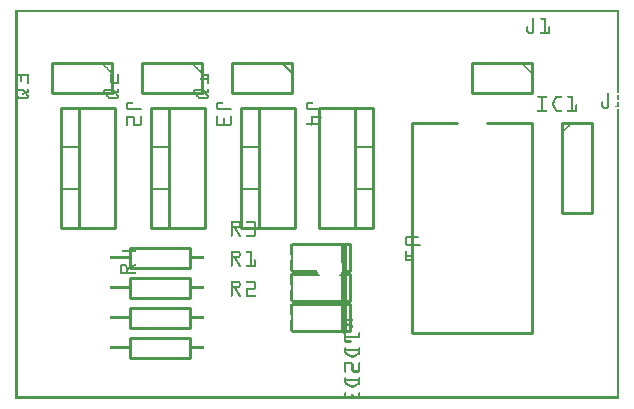
<source format=gto>
G04 MADE WITH FRITZING*
G04 WWW.FRITZING.ORG*
G04 DOUBLE SIDED*
G04 HOLES PLATED*
G04 CONTOUR ON CENTER OF CONTOUR VECTOR*
%ASAXBY*%
%FSLAX23Y23*%
%MOIN*%
%OFA0B0*%
%SFA1.0B1.0*%
%ADD10C,0.010000*%
%ADD11C,0.005000*%
%ADD12C,0.020000*%
%ADD13R,0.001000X0.001000*%
%LNSILK1*%
G90*
G70*
G54D10*
X1723Y1120D02*
X1523Y1120D01*
D02*
X1523Y1120D02*
X1523Y1020D01*
D02*
X1523Y1020D02*
X1723Y1020D01*
D02*
X1723Y1020D02*
X1723Y1120D01*
D02*
X382Y503D02*
X582Y503D01*
D02*
X582Y503D02*
X582Y437D01*
D02*
X582Y437D02*
X382Y437D01*
D02*
X382Y437D02*
X382Y503D01*
D02*
X382Y303D02*
X582Y303D01*
D02*
X582Y303D02*
X582Y237D01*
D02*
X582Y237D02*
X382Y237D01*
D02*
X382Y237D02*
X382Y303D01*
D02*
X382Y403D02*
X582Y403D01*
D02*
X582Y403D02*
X582Y337D01*
D02*
X582Y337D02*
X382Y337D01*
D02*
X382Y337D02*
X382Y403D01*
D02*
X323Y1120D02*
X123Y1120D01*
D02*
X123Y1120D02*
X123Y1020D01*
D02*
X123Y1020D02*
X323Y1020D01*
D02*
X323Y1020D02*
X323Y1120D01*
D02*
X623Y1120D02*
X423Y1120D01*
D02*
X423Y1120D02*
X423Y1020D01*
D02*
X423Y1020D02*
X623Y1020D01*
D02*
X623Y1020D02*
X623Y1120D01*
D02*
X923Y1120D02*
X723Y1120D01*
D02*
X723Y1120D02*
X723Y1020D01*
D02*
X723Y1020D02*
X923Y1020D01*
D02*
X923Y1020D02*
X923Y1120D01*
G54D11*
D02*
X888Y1120D02*
X923Y1085D01*
G54D10*
D02*
X922Y515D02*
X1117Y515D01*
D02*
X1117Y515D02*
X1117Y425D01*
D02*
X1117Y325D02*
X922Y325D01*
D02*
X1117Y415D02*
X1117Y325D01*
D02*
X1117Y225D02*
X922Y225D01*
D02*
X922Y315D02*
X1117Y315D01*
D02*
X1117Y315D02*
X1117Y225D01*
G54D12*
D02*
X1097Y315D02*
X1097Y225D01*
G54D10*
D02*
X1823Y920D02*
X1823Y620D01*
D02*
X1823Y620D02*
X1923Y620D01*
D02*
X1923Y620D02*
X1923Y920D01*
D02*
X1923Y920D02*
X1823Y920D01*
D02*
X382Y203D02*
X582Y203D01*
D02*
X582Y203D02*
X582Y137D01*
D02*
X582Y137D02*
X382Y137D01*
D02*
X382Y137D02*
X382Y203D01*
D02*
X1193Y970D02*
X1193Y570D01*
D02*
X1193Y570D02*
X1013Y570D01*
D02*
X1013Y570D02*
X1013Y970D01*
D02*
X1013Y970D02*
X1193Y970D01*
D02*
X1193Y970D02*
X1193Y570D01*
D02*
X1193Y570D02*
X1133Y570D01*
D02*
X1133Y570D02*
X1133Y970D01*
D02*
X1133Y970D02*
X1193Y970D01*
G54D11*
D02*
X1193Y840D02*
X1133Y840D01*
D02*
X1193Y700D02*
X1133Y700D01*
G54D10*
D02*
X1323Y920D02*
X1323Y220D01*
D02*
X1323Y220D02*
X1723Y220D01*
D02*
X1723Y220D02*
X1723Y920D01*
D02*
X1323Y920D02*
X1473Y920D01*
D02*
X1573Y920D02*
X1723Y920D01*
D02*
X153Y570D02*
X153Y970D01*
D02*
X153Y970D02*
X333Y970D01*
D02*
X333Y970D02*
X333Y570D01*
D02*
X333Y570D02*
X153Y570D01*
D02*
X153Y570D02*
X153Y970D01*
D02*
X153Y970D02*
X213Y970D01*
D02*
X213Y970D02*
X213Y570D01*
D02*
X213Y570D02*
X153Y570D01*
G54D11*
D02*
X153Y700D02*
X213Y700D01*
D02*
X153Y840D02*
X213Y840D01*
G54D10*
D02*
X453Y570D02*
X453Y970D01*
D02*
X453Y970D02*
X633Y970D01*
D02*
X633Y970D02*
X633Y570D01*
D02*
X633Y570D02*
X453Y570D01*
D02*
X453Y570D02*
X453Y970D01*
D02*
X453Y970D02*
X513Y970D01*
D02*
X513Y970D02*
X513Y570D01*
D02*
X513Y570D02*
X453Y570D01*
G54D11*
D02*
X453Y700D02*
X513Y700D01*
D02*
X453Y840D02*
X513Y840D01*
G54D10*
D02*
X753Y570D02*
X753Y970D01*
D02*
X753Y970D02*
X933Y970D01*
D02*
X933Y970D02*
X933Y570D01*
D02*
X933Y570D02*
X753Y570D01*
D02*
X753Y570D02*
X753Y970D01*
D02*
X753Y970D02*
X813Y970D01*
D02*
X813Y970D02*
X813Y570D01*
D02*
X813Y570D02*
X753Y570D01*
G54D11*
D02*
X753Y700D02*
X813Y700D01*
D02*
X753Y840D02*
X813Y840D01*
G54D13*
X0Y1297D02*
X2013Y1297D01*
X0Y1296D02*
X2013Y1296D01*
X0Y1295D02*
X2013Y1295D01*
X0Y1294D02*
X2013Y1294D01*
X0Y1293D02*
X2013Y1293D01*
X0Y1292D02*
X2013Y1292D01*
X0Y1291D02*
X2013Y1291D01*
X0Y1290D02*
X2013Y1290D01*
X0Y1289D02*
X7Y1289D01*
X2006Y1289D02*
X2013Y1289D01*
X0Y1288D02*
X7Y1288D01*
X2006Y1288D02*
X2013Y1288D01*
X0Y1287D02*
X7Y1287D01*
X2006Y1287D02*
X2013Y1287D01*
X0Y1286D02*
X7Y1286D01*
X2006Y1286D02*
X2013Y1286D01*
X0Y1285D02*
X7Y1285D01*
X2006Y1285D02*
X2013Y1285D01*
X0Y1284D02*
X7Y1284D01*
X2006Y1284D02*
X2013Y1284D01*
X0Y1283D02*
X7Y1283D01*
X2006Y1283D02*
X2013Y1283D01*
X0Y1282D02*
X7Y1282D01*
X2006Y1282D02*
X2013Y1282D01*
X0Y1281D02*
X7Y1281D01*
X2006Y1281D02*
X2013Y1281D01*
X0Y1280D02*
X7Y1280D01*
X2006Y1280D02*
X2013Y1280D01*
X0Y1279D02*
X7Y1279D01*
X2006Y1279D02*
X2013Y1279D01*
X0Y1278D02*
X7Y1278D01*
X2006Y1278D02*
X2013Y1278D01*
X0Y1277D02*
X7Y1277D01*
X2006Y1277D02*
X2013Y1277D01*
X0Y1276D02*
X7Y1276D01*
X2006Y1276D02*
X2013Y1276D01*
X0Y1275D02*
X7Y1275D01*
X2006Y1275D02*
X2013Y1275D01*
X0Y1274D02*
X7Y1274D01*
X2006Y1274D02*
X2013Y1274D01*
X0Y1273D02*
X7Y1273D01*
X2006Y1273D02*
X2013Y1273D01*
X0Y1272D02*
X7Y1272D01*
X2006Y1272D02*
X2013Y1272D01*
X0Y1271D02*
X7Y1271D01*
X2006Y1271D02*
X2013Y1271D01*
X0Y1270D02*
X7Y1270D01*
X1726Y1270D02*
X1728Y1270D01*
X1751Y1270D02*
X1770Y1270D01*
X2006Y1270D02*
X2013Y1270D01*
X0Y1269D02*
X7Y1269D01*
X1725Y1269D02*
X1729Y1269D01*
X1750Y1269D02*
X1770Y1269D01*
X2006Y1269D02*
X2013Y1269D01*
X0Y1268D02*
X7Y1268D01*
X1724Y1268D02*
X1730Y1268D01*
X1750Y1268D02*
X1770Y1268D01*
X2006Y1268D02*
X2013Y1268D01*
X0Y1267D02*
X7Y1267D01*
X1724Y1267D02*
X1730Y1267D01*
X1750Y1267D02*
X1770Y1267D01*
X2006Y1267D02*
X2013Y1267D01*
X0Y1266D02*
X7Y1266D01*
X1724Y1266D02*
X1730Y1266D01*
X1750Y1266D02*
X1770Y1266D01*
X2006Y1266D02*
X2013Y1266D01*
X0Y1265D02*
X7Y1265D01*
X1724Y1265D02*
X1730Y1265D01*
X1751Y1265D02*
X1770Y1265D01*
X2006Y1265D02*
X2013Y1265D01*
X0Y1264D02*
X7Y1264D01*
X1724Y1264D02*
X1730Y1264D01*
X1752Y1264D02*
X1770Y1264D01*
X2006Y1264D02*
X2013Y1264D01*
X0Y1263D02*
X7Y1263D01*
X1724Y1263D02*
X1730Y1263D01*
X1764Y1263D02*
X1770Y1263D01*
X2006Y1263D02*
X2013Y1263D01*
X0Y1262D02*
X7Y1262D01*
X1724Y1262D02*
X1730Y1262D01*
X1764Y1262D02*
X1770Y1262D01*
X2006Y1262D02*
X2013Y1262D01*
X0Y1261D02*
X7Y1261D01*
X1724Y1261D02*
X1730Y1261D01*
X1764Y1261D02*
X1770Y1261D01*
X2006Y1261D02*
X2013Y1261D01*
X0Y1260D02*
X7Y1260D01*
X1724Y1260D02*
X1730Y1260D01*
X1764Y1260D02*
X1770Y1260D01*
X2006Y1260D02*
X2013Y1260D01*
X0Y1259D02*
X7Y1259D01*
X1724Y1259D02*
X1730Y1259D01*
X1764Y1259D02*
X1770Y1259D01*
X2006Y1259D02*
X2013Y1259D01*
X0Y1258D02*
X7Y1258D01*
X1724Y1258D02*
X1730Y1258D01*
X1764Y1258D02*
X1770Y1258D01*
X2006Y1258D02*
X2013Y1258D01*
X0Y1257D02*
X7Y1257D01*
X1724Y1257D02*
X1730Y1257D01*
X1764Y1257D02*
X1770Y1257D01*
X2006Y1257D02*
X2013Y1257D01*
X0Y1256D02*
X7Y1256D01*
X1724Y1256D02*
X1730Y1256D01*
X1764Y1256D02*
X1770Y1256D01*
X2006Y1256D02*
X2013Y1256D01*
X0Y1255D02*
X7Y1255D01*
X1724Y1255D02*
X1730Y1255D01*
X1764Y1255D02*
X1770Y1255D01*
X2006Y1255D02*
X2013Y1255D01*
X0Y1254D02*
X7Y1254D01*
X1724Y1254D02*
X1730Y1254D01*
X1764Y1254D02*
X1770Y1254D01*
X2006Y1254D02*
X2013Y1254D01*
X0Y1253D02*
X7Y1253D01*
X1724Y1253D02*
X1730Y1253D01*
X1764Y1253D02*
X1770Y1253D01*
X2006Y1253D02*
X2013Y1253D01*
X0Y1252D02*
X7Y1252D01*
X1724Y1252D02*
X1730Y1252D01*
X1764Y1252D02*
X1770Y1252D01*
X2006Y1252D02*
X2013Y1252D01*
X0Y1251D02*
X7Y1251D01*
X1724Y1251D02*
X1730Y1251D01*
X1764Y1251D02*
X1770Y1251D01*
X2006Y1251D02*
X2013Y1251D01*
X0Y1250D02*
X7Y1250D01*
X1724Y1250D02*
X1730Y1250D01*
X1764Y1250D02*
X1770Y1250D01*
X2006Y1250D02*
X2013Y1250D01*
X0Y1249D02*
X7Y1249D01*
X1724Y1249D02*
X1730Y1249D01*
X1764Y1249D02*
X1770Y1249D01*
X2006Y1249D02*
X2013Y1249D01*
X0Y1248D02*
X7Y1248D01*
X1724Y1248D02*
X1730Y1248D01*
X1764Y1248D02*
X1770Y1248D01*
X2006Y1248D02*
X2013Y1248D01*
X0Y1247D02*
X7Y1247D01*
X1724Y1247D02*
X1730Y1247D01*
X1764Y1247D02*
X1770Y1247D01*
X2006Y1247D02*
X2013Y1247D01*
X0Y1246D02*
X7Y1246D01*
X1724Y1246D02*
X1730Y1246D01*
X1764Y1246D02*
X1770Y1246D01*
X2006Y1246D02*
X2013Y1246D01*
X0Y1245D02*
X7Y1245D01*
X1724Y1245D02*
X1730Y1245D01*
X1764Y1245D02*
X1770Y1245D01*
X2006Y1245D02*
X2013Y1245D01*
X0Y1244D02*
X7Y1244D01*
X1724Y1244D02*
X1730Y1244D01*
X1764Y1244D02*
X1770Y1244D01*
X2006Y1244D02*
X2013Y1244D01*
X0Y1243D02*
X7Y1243D01*
X1724Y1243D02*
X1730Y1243D01*
X1764Y1243D02*
X1770Y1243D01*
X2006Y1243D02*
X2013Y1243D01*
X0Y1242D02*
X7Y1242D01*
X1724Y1242D02*
X1730Y1242D01*
X1764Y1242D02*
X1770Y1242D01*
X2006Y1242D02*
X2013Y1242D01*
X0Y1241D02*
X7Y1241D01*
X1706Y1241D02*
X1707Y1241D01*
X1724Y1241D02*
X1730Y1241D01*
X1764Y1241D02*
X1770Y1241D01*
X1780Y1241D02*
X1781Y1241D01*
X2006Y1241D02*
X2013Y1241D01*
X0Y1240D02*
X7Y1240D01*
X1704Y1240D02*
X1708Y1240D01*
X1724Y1240D02*
X1730Y1240D01*
X1764Y1240D02*
X1770Y1240D01*
X1778Y1240D02*
X1782Y1240D01*
X2006Y1240D02*
X2013Y1240D01*
X0Y1239D02*
X7Y1239D01*
X1704Y1239D02*
X1709Y1239D01*
X1724Y1239D02*
X1730Y1239D01*
X1764Y1239D02*
X1770Y1239D01*
X1778Y1239D02*
X1783Y1239D01*
X2006Y1239D02*
X2013Y1239D01*
X0Y1238D02*
X7Y1238D01*
X1703Y1238D02*
X1709Y1238D01*
X1724Y1238D02*
X1730Y1238D01*
X1764Y1238D02*
X1770Y1238D01*
X1777Y1238D02*
X1783Y1238D01*
X2006Y1238D02*
X2013Y1238D01*
X0Y1237D02*
X7Y1237D01*
X1703Y1237D02*
X1709Y1237D01*
X1724Y1237D02*
X1730Y1237D01*
X1764Y1237D02*
X1770Y1237D01*
X1777Y1237D02*
X1783Y1237D01*
X2006Y1237D02*
X2013Y1237D01*
X0Y1236D02*
X7Y1236D01*
X1703Y1236D02*
X1709Y1236D01*
X1724Y1236D02*
X1730Y1236D01*
X1764Y1236D02*
X1770Y1236D01*
X1777Y1236D02*
X1783Y1236D01*
X2006Y1236D02*
X2013Y1236D01*
X0Y1235D02*
X7Y1235D01*
X1703Y1235D02*
X1709Y1235D01*
X1724Y1235D02*
X1730Y1235D01*
X1764Y1235D02*
X1770Y1235D01*
X1777Y1235D02*
X1783Y1235D01*
X2006Y1235D02*
X2013Y1235D01*
X0Y1234D02*
X7Y1234D01*
X1703Y1234D02*
X1709Y1234D01*
X1724Y1234D02*
X1730Y1234D01*
X1764Y1234D02*
X1770Y1234D01*
X1777Y1234D02*
X1783Y1234D01*
X2006Y1234D02*
X2013Y1234D01*
X0Y1233D02*
X7Y1233D01*
X1703Y1233D02*
X1709Y1233D01*
X1724Y1233D02*
X1730Y1233D01*
X1764Y1233D02*
X1770Y1233D01*
X1777Y1233D02*
X1783Y1233D01*
X2006Y1233D02*
X2013Y1233D01*
X0Y1232D02*
X7Y1232D01*
X1703Y1232D02*
X1709Y1232D01*
X1724Y1232D02*
X1730Y1232D01*
X1764Y1232D02*
X1770Y1232D01*
X1777Y1232D02*
X1783Y1232D01*
X2006Y1232D02*
X2013Y1232D01*
X0Y1231D02*
X7Y1231D01*
X1703Y1231D02*
X1709Y1231D01*
X1724Y1231D02*
X1730Y1231D01*
X1764Y1231D02*
X1770Y1231D01*
X1777Y1231D02*
X1783Y1231D01*
X2006Y1231D02*
X2013Y1231D01*
X0Y1230D02*
X7Y1230D01*
X1703Y1230D02*
X1709Y1230D01*
X1724Y1230D02*
X1730Y1230D01*
X1764Y1230D02*
X1770Y1230D01*
X1777Y1230D02*
X1783Y1230D01*
X2006Y1230D02*
X2013Y1230D01*
X0Y1229D02*
X7Y1229D01*
X1703Y1229D02*
X1709Y1229D01*
X1724Y1229D02*
X1730Y1229D01*
X1764Y1229D02*
X1770Y1229D01*
X1777Y1229D02*
X1783Y1229D01*
X2006Y1229D02*
X2013Y1229D01*
X0Y1228D02*
X7Y1228D01*
X1703Y1228D02*
X1709Y1228D01*
X1724Y1228D02*
X1730Y1228D01*
X1764Y1228D02*
X1770Y1228D01*
X1777Y1228D02*
X1783Y1228D01*
X2006Y1228D02*
X2013Y1228D01*
X0Y1227D02*
X7Y1227D01*
X1703Y1227D02*
X1709Y1227D01*
X1724Y1227D02*
X1730Y1227D01*
X1764Y1227D02*
X1770Y1227D01*
X1777Y1227D02*
X1783Y1227D01*
X2006Y1227D02*
X2013Y1227D01*
X0Y1226D02*
X7Y1226D01*
X1703Y1226D02*
X1709Y1226D01*
X1724Y1226D02*
X1730Y1226D01*
X1764Y1226D02*
X1770Y1226D01*
X1777Y1226D02*
X1783Y1226D01*
X2006Y1226D02*
X2013Y1226D01*
X0Y1225D02*
X7Y1225D01*
X1703Y1225D02*
X1710Y1225D01*
X1723Y1225D02*
X1730Y1225D01*
X1764Y1225D02*
X1770Y1225D01*
X1777Y1225D02*
X1783Y1225D01*
X2006Y1225D02*
X2013Y1225D01*
X0Y1224D02*
X7Y1224D01*
X1704Y1224D02*
X1711Y1224D01*
X1722Y1224D02*
X1730Y1224D01*
X1764Y1224D02*
X1770Y1224D01*
X1777Y1224D02*
X1783Y1224D01*
X2006Y1224D02*
X2013Y1224D01*
X0Y1223D02*
X7Y1223D01*
X1704Y1223D02*
X1729Y1223D01*
X1752Y1223D02*
X1783Y1223D01*
X2006Y1223D02*
X2013Y1223D01*
X0Y1222D02*
X7Y1222D01*
X1705Y1222D02*
X1729Y1222D01*
X1751Y1222D02*
X1783Y1222D01*
X2006Y1222D02*
X2013Y1222D01*
X0Y1221D02*
X7Y1221D01*
X1705Y1221D02*
X1728Y1221D01*
X1750Y1221D02*
X1783Y1221D01*
X2006Y1221D02*
X2013Y1221D01*
X0Y1220D02*
X7Y1220D01*
X1706Y1220D02*
X1727Y1220D01*
X1750Y1220D02*
X1783Y1220D01*
X2006Y1220D02*
X2013Y1220D01*
X0Y1219D02*
X7Y1219D01*
X1707Y1219D02*
X1726Y1219D01*
X1750Y1219D02*
X1783Y1219D01*
X2006Y1219D02*
X2013Y1219D01*
X0Y1218D02*
X7Y1218D01*
X1708Y1218D02*
X1725Y1218D01*
X1751Y1218D02*
X1783Y1218D01*
X2006Y1218D02*
X2013Y1218D01*
X0Y1217D02*
X7Y1217D01*
X1711Y1217D02*
X1723Y1217D01*
X1752Y1217D02*
X1782Y1217D01*
X2006Y1217D02*
X2013Y1217D01*
X0Y1216D02*
X7Y1216D01*
X2006Y1216D02*
X2013Y1216D01*
X0Y1215D02*
X7Y1215D01*
X2006Y1215D02*
X2013Y1215D01*
X0Y1214D02*
X7Y1214D01*
X2006Y1214D02*
X2013Y1214D01*
X0Y1213D02*
X7Y1213D01*
X2006Y1213D02*
X2013Y1213D01*
X0Y1212D02*
X7Y1212D01*
X2006Y1212D02*
X2013Y1212D01*
X0Y1211D02*
X7Y1211D01*
X2006Y1211D02*
X2013Y1211D01*
X0Y1210D02*
X7Y1210D01*
X2006Y1210D02*
X2013Y1210D01*
X0Y1209D02*
X7Y1209D01*
X2006Y1209D02*
X2013Y1209D01*
X0Y1208D02*
X7Y1208D01*
X2006Y1208D02*
X2013Y1208D01*
X0Y1207D02*
X7Y1207D01*
X2006Y1207D02*
X2013Y1207D01*
X0Y1206D02*
X7Y1206D01*
X2006Y1206D02*
X2013Y1206D01*
X0Y1205D02*
X7Y1205D01*
X2006Y1205D02*
X2013Y1205D01*
X0Y1204D02*
X7Y1204D01*
X2006Y1204D02*
X2013Y1204D01*
X0Y1203D02*
X7Y1203D01*
X2006Y1203D02*
X2013Y1203D01*
X0Y1202D02*
X7Y1202D01*
X2006Y1202D02*
X2013Y1202D01*
X0Y1201D02*
X7Y1201D01*
X2006Y1201D02*
X2013Y1201D01*
X0Y1200D02*
X7Y1200D01*
X2006Y1200D02*
X2013Y1200D01*
X0Y1199D02*
X7Y1199D01*
X2006Y1199D02*
X2013Y1199D01*
X0Y1198D02*
X7Y1198D01*
X2006Y1198D02*
X2013Y1198D01*
X0Y1197D02*
X7Y1197D01*
X2006Y1197D02*
X2013Y1197D01*
X0Y1196D02*
X7Y1196D01*
X2006Y1196D02*
X2013Y1196D01*
X0Y1195D02*
X7Y1195D01*
X2006Y1195D02*
X2013Y1195D01*
X0Y1194D02*
X7Y1194D01*
X2006Y1194D02*
X2013Y1194D01*
X0Y1193D02*
X7Y1193D01*
X2006Y1193D02*
X2013Y1193D01*
X0Y1192D02*
X7Y1192D01*
X2006Y1192D02*
X2013Y1192D01*
X0Y1191D02*
X7Y1191D01*
X2006Y1191D02*
X2013Y1191D01*
X0Y1190D02*
X7Y1190D01*
X2006Y1190D02*
X2013Y1190D01*
X0Y1189D02*
X7Y1189D01*
X2006Y1189D02*
X2013Y1189D01*
X0Y1188D02*
X7Y1188D01*
X2006Y1188D02*
X2013Y1188D01*
X0Y1187D02*
X7Y1187D01*
X2006Y1187D02*
X2013Y1187D01*
X0Y1186D02*
X7Y1186D01*
X2006Y1186D02*
X2013Y1186D01*
X0Y1185D02*
X7Y1185D01*
X2006Y1185D02*
X2013Y1185D01*
X0Y1184D02*
X7Y1184D01*
X2006Y1184D02*
X2013Y1184D01*
X0Y1183D02*
X7Y1183D01*
X2006Y1183D02*
X2013Y1183D01*
X0Y1182D02*
X7Y1182D01*
X2006Y1182D02*
X2013Y1182D01*
X0Y1181D02*
X7Y1181D01*
X2006Y1181D02*
X2013Y1181D01*
X0Y1180D02*
X7Y1180D01*
X2006Y1180D02*
X2013Y1180D01*
X0Y1179D02*
X7Y1179D01*
X2006Y1179D02*
X2013Y1179D01*
X0Y1178D02*
X7Y1178D01*
X2006Y1178D02*
X2013Y1178D01*
X0Y1177D02*
X7Y1177D01*
X2006Y1177D02*
X2013Y1177D01*
X0Y1176D02*
X7Y1176D01*
X2006Y1176D02*
X2013Y1176D01*
X0Y1175D02*
X7Y1175D01*
X2006Y1175D02*
X2013Y1175D01*
X0Y1174D02*
X7Y1174D01*
X2006Y1174D02*
X2013Y1174D01*
X0Y1173D02*
X7Y1173D01*
X2006Y1173D02*
X2013Y1173D01*
X0Y1172D02*
X7Y1172D01*
X2006Y1172D02*
X2013Y1172D01*
X0Y1171D02*
X7Y1171D01*
X2006Y1171D02*
X2013Y1171D01*
X0Y1170D02*
X7Y1170D01*
X2006Y1170D02*
X2013Y1170D01*
X0Y1169D02*
X7Y1169D01*
X2006Y1169D02*
X2013Y1169D01*
X0Y1168D02*
X7Y1168D01*
X2006Y1168D02*
X2013Y1168D01*
X0Y1167D02*
X7Y1167D01*
X2006Y1167D02*
X2013Y1167D01*
X0Y1166D02*
X7Y1166D01*
X2006Y1166D02*
X2013Y1166D01*
X0Y1165D02*
X7Y1165D01*
X2006Y1165D02*
X2013Y1165D01*
X0Y1164D02*
X7Y1164D01*
X2006Y1164D02*
X2013Y1164D01*
X0Y1163D02*
X7Y1163D01*
X2006Y1163D02*
X2013Y1163D01*
X0Y1162D02*
X7Y1162D01*
X2006Y1162D02*
X2013Y1162D01*
X0Y1161D02*
X7Y1161D01*
X2006Y1161D02*
X2013Y1161D01*
X0Y1160D02*
X7Y1160D01*
X2006Y1160D02*
X2013Y1160D01*
X0Y1159D02*
X7Y1159D01*
X2006Y1159D02*
X2013Y1159D01*
X0Y1158D02*
X7Y1158D01*
X2006Y1158D02*
X2013Y1158D01*
X0Y1157D02*
X7Y1157D01*
X2006Y1157D02*
X2013Y1157D01*
X0Y1156D02*
X7Y1156D01*
X2006Y1156D02*
X2013Y1156D01*
X0Y1155D02*
X7Y1155D01*
X2006Y1155D02*
X2013Y1155D01*
X0Y1154D02*
X7Y1154D01*
X2006Y1154D02*
X2013Y1154D01*
X0Y1153D02*
X7Y1153D01*
X2006Y1153D02*
X2013Y1153D01*
X0Y1152D02*
X7Y1152D01*
X2006Y1152D02*
X2013Y1152D01*
X0Y1151D02*
X7Y1151D01*
X2006Y1151D02*
X2013Y1151D01*
X0Y1150D02*
X7Y1150D01*
X2006Y1150D02*
X2013Y1150D01*
X0Y1149D02*
X7Y1149D01*
X2006Y1149D02*
X2013Y1149D01*
X0Y1148D02*
X7Y1148D01*
X2006Y1148D02*
X2013Y1148D01*
X0Y1147D02*
X7Y1147D01*
X2006Y1147D02*
X2013Y1147D01*
X0Y1146D02*
X7Y1146D01*
X2006Y1146D02*
X2013Y1146D01*
X0Y1145D02*
X7Y1145D01*
X2006Y1145D02*
X2013Y1145D01*
X0Y1144D02*
X7Y1144D01*
X2006Y1144D02*
X2013Y1144D01*
X0Y1143D02*
X7Y1143D01*
X2006Y1143D02*
X2013Y1143D01*
X0Y1142D02*
X7Y1142D01*
X2006Y1142D02*
X2013Y1142D01*
X0Y1141D02*
X7Y1141D01*
X2006Y1141D02*
X2013Y1141D01*
X0Y1140D02*
X7Y1140D01*
X2006Y1140D02*
X2013Y1140D01*
X0Y1139D02*
X7Y1139D01*
X2006Y1139D02*
X2013Y1139D01*
X0Y1138D02*
X7Y1138D01*
X2006Y1138D02*
X2013Y1138D01*
X0Y1137D02*
X7Y1137D01*
X2006Y1137D02*
X2013Y1137D01*
X0Y1136D02*
X7Y1136D01*
X2006Y1136D02*
X2013Y1136D01*
X0Y1135D02*
X7Y1135D01*
X2006Y1135D02*
X2013Y1135D01*
X0Y1134D02*
X7Y1134D01*
X2006Y1134D02*
X2013Y1134D01*
X0Y1133D02*
X7Y1133D01*
X2006Y1133D02*
X2013Y1133D01*
X0Y1132D02*
X7Y1132D01*
X2006Y1132D02*
X2013Y1132D01*
X0Y1131D02*
X7Y1131D01*
X2006Y1131D02*
X2013Y1131D01*
X0Y1130D02*
X7Y1130D01*
X2006Y1130D02*
X2013Y1130D01*
X0Y1129D02*
X7Y1129D01*
X2006Y1129D02*
X2013Y1129D01*
X0Y1128D02*
X7Y1128D01*
X2006Y1128D02*
X2013Y1128D01*
X0Y1127D02*
X7Y1127D01*
X2006Y1127D02*
X2013Y1127D01*
X0Y1126D02*
X7Y1126D01*
X2006Y1126D02*
X2013Y1126D01*
X0Y1125D02*
X7Y1125D01*
X2006Y1125D02*
X2013Y1125D01*
X0Y1124D02*
X7Y1124D01*
X2006Y1124D02*
X2013Y1124D01*
X0Y1123D02*
X7Y1123D01*
X2006Y1123D02*
X2013Y1123D01*
X0Y1122D02*
X7Y1122D01*
X289Y1122D02*
X289Y1122D01*
X589Y1122D02*
X589Y1122D01*
X1688Y1122D02*
X1688Y1122D01*
X2006Y1122D02*
X2013Y1122D01*
X0Y1121D02*
X7Y1121D01*
X288Y1121D02*
X290Y1121D01*
X588Y1121D02*
X590Y1121D01*
X1687Y1121D02*
X1689Y1121D01*
X2006Y1121D02*
X2013Y1121D01*
X0Y1120D02*
X7Y1120D01*
X287Y1120D02*
X291Y1120D01*
X587Y1120D02*
X591Y1120D01*
X1686Y1120D02*
X1690Y1120D01*
X2006Y1120D02*
X2013Y1120D01*
X0Y1119D02*
X7Y1119D01*
X286Y1119D02*
X292Y1119D01*
X586Y1119D02*
X592Y1119D01*
X1686Y1119D02*
X1691Y1119D01*
X2006Y1119D02*
X2013Y1119D01*
X0Y1118D02*
X7Y1118D01*
X287Y1118D02*
X293Y1118D01*
X587Y1118D02*
X593Y1118D01*
X1686Y1118D02*
X1692Y1118D01*
X2006Y1118D02*
X2013Y1118D01*
X0Y1117D02*
X7Y1117D01*
X288Y1117D02*
X294Y1117D01*
X588Y1117D02*
X594Y1117D01*
X1687Y1117D02*
X1693Y1117D01*
X2006Y1117D02*
X2013Y1117D01*
X0Y1116D02*
X7Y1116D01*
X289Y1116D02*
X295Y1116D01*
X589Y1116D02*
X595Y1116D01*
X1688Y1116D02*
X1694Y1116D01*
X2006Y1116D02*
X2013Y1116D01*
X0Y1115D02*
X7Y1115D01*
X290Y1115D02*
X296Y1115D01*
X590Y1115D02*
X596Y1115D01*
X1689Y1115D02*
X1695Y1115D01*
X2006Y1115D02*
X2013Y1115D01*
X0Y1114D02*
X7Y1114D01*
X291Y1114D02*
X297Y1114D01*
X591Y1114D02*
X597Y1114D01*
X1690Y1114D02*
X1696Y1114D01*
X2006Y1114D02*
X2013Y1114D01*
X0Y1113D02*
X7Y1113D01*
X292Y1113D02*
X298Y1113D01*
X592Y1113D02*
X598Y1113D01*
X1691Y1113D02*
X1697Y1113D01*
X2006Y1113D02*
X2013Y1113D01*
X0Y1112D02*
X7Y1112D01*
X293Y1112D02*
X299Y1112D01*
X593Y1112D02*
X599Y1112D01*
X1692Y1112D02*
X1698Y1112D01*
X2006Y1112D02*
X2013Y1112D01*
X0Y1111D02*
X7Y1111D01*
X294Y1111D02*
X300Y1111D01*
X594Y1111D02*
X600Y1111D01*
X1693Y1111D02*
X1699Y1111D01*
X2006Y1111D02*
X2013Y1111D01*
X0Y1110D02*
X7Y1110D01*
X295Y1110D02*
X301Y1110D01*
X595Y1110D02*
X601Y1110D01*
X1694Y1110D02*
X1700Y1110D01*
X2006Y1110D02*
X2013Y1110D01*
X0Y1109D02*
X7Y1109D01*
X296Y1109D02*
X302Y1109D01*
X596Y1109D02*
X602Y1109D01*
X1695Y1109D02*
X1701Y1109D01*
X2006Y1109D02*
X2013Y1109D01*
X0Y1108D02*
X7Y1108D01*
X297Y1108D02*
X303Y1108D01*
X597Y1108D02*
X603Y1108D01*
X1696Y1108D02*
X1702Y1108D01*
X2006Y1108D02*
X2013Y1108D01*
X0Y1107D02*
X7Y1107D01*
X298Y1107D02*
X304Y1107D01*
X598Y1107D02*
X604Y1107D01*
X1697Y1107D02*
X1703Y1107D01*
X2006Y1107D02*
X2013Y1107D01*
X0Y1106D02*
X7Y1106D01*
X299Y1106D02*
X305Y1106D01*
X599Y1106D02*
X605Y1106D01*
X1698Y1106D02*
X1704Y1106D01*
X2006Y1106D02*
X2013Y1106D01*
X0Y1105D02*
X7Y1105D01*
X300Y1105D02*
X306Y1105D01*
X600Y1105D02*
X606Y1105D01*
X1700Y1105D02*
X1705Y1105D01*
X2006Y1105D02*
X2013Y1105D01*
X0Y1104D02*
X7Y1104D01*
X301Y1104D02*
X307Y1104D01*
X601Y1104D02*
X607Y1104D01*
X1701Y1104D02*
X1706Y1104D01*
X2006Y1104D02*
X2013Y1104D01*
X0Y1103D02*
X7Y1103D01*
X303Y1103D02*
X308Y1103D01*
X602Y1103D02*
X608Y1103D01*
X1702Y1103D02*
X1707Y1103D01*
X2006Y1103D02*
X2013Y1103D01*
X0Y1102D02*
X7Y1102D01*
X304Y1102D02*
X309Y1102D01*
X604Y1102D02*
X609Y1102D01*
X1703Y1102D02*
X1708Y1102D01*
X2006Y1102D02*
X2013Y1102D01*
X0Y1101D02*
X7Y1101D01*
X305Y1101D02*
X310Y1101D01*
X604Y1101D02*
X610Y1101D01*
X1704Y1101D02*
X1709Y1101D01*
X2006Y1101D02*
X2013Y1101D01*
X0Y1100D02*
X7Y1100D01*
X306Y1100D02*
X311Y1100D01*
X605Y1100D02*
X611Y1100D01*
X1705Y1100D02*
X1710Y1100D01*
X2006Y1100D02*
X2013Y1100D01*
X0Y1099D02*
X7Y1099D01*
X306Y1099D02*
X312Y1099D01*
X606Y1099D02*
X612Y1099D01*
X1706Y1099D02*
X1711Y1099D01*
X2006Y1099D02*
X2013Y1099D01*
X0Y1098D02*
X7Y1098D01*
X307Y1098D02*
X313Y1098D01*
X607Y1098D02*
X613Y1098D01*
X1707Y1098D02*
X1712Y1098D01*
X2006Y1098D02*
X2013Y1098D01*
X0Y1097D02*
X7Y1097D01*
X308Y1097D02*
X314Y1097D01*
X608Y1097D02*
X614Y1097D01*
X1707Y1097D02*
X1713Y1097D01*
X2006Y1097D02*
X2013Y1097D01*
X0Y1096D02*
X7Y1096D01*
X309Y1096D02*
X315Y1096D01*
X609Y1096D02*
X615Y1096D01*
X1708Y1096D02*
X1714Y1096D01*
X2006Y1096D02*
X2013Y1096D01*
X0Y1095D02*
X7Y1095D01*
X310Y1095D02*
X316Y1095D01*
X610Y1095D02*
X616Y1095D01*
X1709Y1095D02*
X1715Y1095D01*
X2006Y1095D02*
X2013Y1095D01*
X0Y1094D02*
X7Y1094D01*
X311Y1094D02*
X317Y1094D01*
X611Y1094D02*
X617Y1094D01*
X1710Y1094D02*
X1716Y1094D01*
X2006Y1094D02*
X2013Y1094D01*
X0Y1093D02*
X7Y1093D01*
X312Y1093D02*
X318Y1093D01*
X612Y1093D02*
X618Y1093D01*
X1711Y1093D02*
X1717Y1093D01*
X2006Y1093D02*
X2013Y1093D01*
X0Y1092D02*
X7Y1092D01*
X313Y1092D02*
X319Y1092D01*
X613Y1092D02*
X619Y1092D01*
X1712Y1092D02*
X1718Y1092D01*
X2006Y1092D02*
X2013Y1092D01*
X0Y1091D02*
X7Y1091D01*
X314Y1091D02*
X320Y1091D01*
X614Y1091D02*
X620Y1091D01*
X1713Y1091D02*
X1719Y1091D01*
X2006Y1091D02*
X2013Y1091D01*
X0Y1090D02*
X7Y1090D01*
X315Y1090D02*
X321Y1090D01*
X615Y1090D02*
X621Y1090D01*
X1714Y1090D02*
X1720Y1090D01*
X2006Y1090D02*
X2013Y1090D01*
X0Y1089D02*
X7Y1089D01*
X316Y1089D02*
X322Y1089D01*
X616Y1089D02*
X622Y1089D01*
X1715Y1089D02*
X1721Y1089D01*
X2006Y1089D02*
X2013Y1089D01*
X0Y1088D02*
X7Y1088D01*
X317Y1088D02*
X323Y1088D01*
X617Y1088D02*
X623Y1088D01*
X1716Y1088D02*
X1722Y1088D01*
X2006Y1088D02*
X2013Y1088D01*
X0Y1087D02*
X7Y1087D01*
X318Y1087D02*
X323Y1087D01*
X618Y1087D02*
X623Y1087D01*
X1717Y1087D02*
X1722Y1087D01*
X2006Y1087D02*
X2013Y1087D01*
X0Y1086D02*
X7Y1086D01*
X319Y1086D02*
X322Y1086D01*
X619Y1086D02*
X622Y1086D01*
X1718Y1086D02*
X1721Y1086D01*
X2006Y1086D02*
X2013Y1086D01*
X0Y1085D02*
X7Y1085D01*
X320Y1085D02*
X321Y1085D01*
X620Y1085D02*
X621Y1085D01*
X1719Y1085D02*
X1720Y1085D01*
X2006Y1085D02*
X2013Y1085D01*
X0Y1084D02*
X7Y1084D01*
X2006Y1084D02*
X2013Y1084D01*
X0Y1083D02*
X14Y1083D01*
X25Y1083D02*
X41Y1083D01*
X315Y1083D02*
X317Y1083D01*
X342Y1083D02*
X344Y1083D01*
X624Y1083D02*
X643Y1083D01*
X2006Y1083D02*
X2013Y1083D01*
X0Y1082D02*
X17Y1082D01*
X22Y1082D02*
X43Y1082D01*
X315Y1082D02*
X319Y1082D01*
X341Y1082D02*
X345Y1082D01*
X623Y1082D02*
X645Y1082D01*
X2006Y1082D02*
X2013Y1082D01*
X0Y1081D02*
X18Y1081D01*
X21Y1081D02*
X44Y1081D01*
X315Y1081D02*
X320Y1081D01*
X340Y1081D02*
X346Y1081D01*
X622Y1081D02*
X646Y1081D01*
X2006Y1081D02*
X2013Y1081D01*
X0Y1080D02*
X45Y1080D01*
X316Y1080D02*
X321Y1080D01*
X340Y1080D02*
X346Y1080D01*
X622Y1080D02*
X646Y1080D01*
X2006Y1080D02*
X2013Y1080D01*
X0Y1079D02*
X46Y1079D01*
X316Y1079D02*
X322Y1079D01*
X340Y1079D02*
X346Y1079D01*
X622Y1079D02*
X646Y1079D01*
X2006Y1079D02*
X2013Y1079D01*
X0Y1078D02*
X46Y1078D01*
X316Y1078D02*
X322Y1078D01*
X340Y1078D02*
X346Y1078D01*
X623Y1078D02*
X646Y1078D01*
X2006Y1078D02*
X2013Y1078D01*
X0Y1077D02*
X46Y1077D01*
X316Y1077D02*
X322Y1077D01*
X340Y1077D02*
X346Y1077D01*
X624Y1077D02*
X646Y1077D01*
X2006Y1077D02*
X2013Y1077D01*
X0Y1076D02*
X7Y1076D01*
X14Y1076D02*
X25Y1076D01*
X40Y1076D02*
X46Y1076D01*
X316Y1076D02*
X322Y1076D01*
X340Y1076D02*
X346Y1076D01*
X640Y1076D02*
X646Y1076D01*
X2006Y1076D02*
X2013Y1076D01*
X0Y1075D02*
X7Y1075D01*
X16Y1075D02*
X24Y1075D01*
X40Y1075D02*
X46Y1075D01*
X316Y1075D02*
X322Y1075D01*
X340Y1075D02*
X346Y1075D01*
X640Y1075D02*
X646Y1075D01*
X2006Y1075D02*
X2013Y1075D01*
X0Y1074D02*
X7Y1074D01*
X16Y1074D02*
X23Y1074D01*
X40Y1074D02*
X46Y1074D01*
X317Y1074D02*
X322Y1074D01*
X340Y1074D02*
X346Y1074D01*
X640Y1074D02*
X646Y1074D01*
X2006Y1074D02*
X2013Y1074D01*
X0Y1073D02*
X7Y1073D01*
X16Y1073D02*
X23Y1073D01*
X40Y1073D02*
X46Y1073D01*
X317Y1073D02*
X322Y1073D01*
X340Y1073D02*
X346Y1073D01*
X640Y1073D02*
X646Y1073D01*
X2006Y1073D02*
X2013Y1073D01*
X0Y1072D02*
X7Y1072D01*
X17Y1072D02*
X23Y1072D01*
X40Y1072D02*
X46Y1072D01*
X317Y1072D02*
X322Y1072D01*
X340Y1072D02*
X346Y1072D01*
X640Y1072D02*
X646Y1072D01*
X2006Y1072D02*
X2013Y1072D01*
X0Y1071D02*
X7Y1071D01*
X17Y1071D02*
X23Y1071D01*
X40Y1071D02*
X46Y1071D01*
X317Y1071D02*
X322Y1071D01*
X340Y1071D02*
X346Y1071D01*
X640Y1071D02*
X646Y1071D01*
X2006Y1071D02*
X2013Y1071D01*
X0Y1070D02*
X7Y1070D01*
X17Y1070D02*
X23Y1070D01*
X40Y1070D02*
X46Y1070D01*
X317Y1070D02*
X322Y1070D01*
X340Y1070D02*
X346Y1070D01*
X640Y1070D02*
X646Y1070D01*
X2006Y1070D02*
X2013Y1070D01*
X0Y1069D02*
X7Y1069D01*
X17Y1069D02*
X23Y1069D01*
X40Y1069D02*
X46Y1069D01*
X317Y1069D02*
X322Y1069D01*
X340Y1069D02*
X346Y1069D01*
X616Y1069D02*
X646Y1069D01*
X2006Y1069D02*
X2013Y1069D01*
X0Y1068D02*
X7Y1068D01*
X17Y1068D02*
X23Y1068D01*
X40Y1068D02*
X46Y1068D01*
X317Y1068D02*
X322Y1068D01*
X340Y1068D02*
X346Y1068D01*
X616Y1068D02*
X646Y1068D01*
X2006Y1068D02*
X2013Y1068D01*
X0Y1067D02*
X7Y1067D01*
X17Y1067D02*
X23Y1067D01*
X40Y1067D02*
X46Y1067D01*
X316Y1067D02*
X322Y1067D01*
X340Y1067D02*
X346Y1067D01*
X616Y1067D02*
X646Y1067D01*
X2006Y1067D02*
X2013Y1067D01*
X0Y1066D02*
X7Y1066D01*
X17Y1066D02*
X23Y1066D01*
X40Y1066D02*
X46Y1066D01*
X316Y1066D02*
X322Y1066D01*
X340Y1066D02*
X346Y1066D01*
X616Y1066D02*
X646Y1066D01*
X2006Y1066D02*
X2013Y1066D01*
X0Y1065D02*
X7Y1065D01*
X17Y1065D02*
X23Y1065D01*
X40Y1065D02*
X46Y1065D01*
X316Y1065D02*
X322Y1065D01*
X340Y1065D02*
X346Y1065D01*
X616Y1065D02*
X646Y1065D01*
X2006Y1065D02*
X2013Y1065D01*
X0Y1064D02*
X7Y1064D01*
X17Y1064D02*
X23Y1064D01*
X40Y1064D02*
X46Y1064D01*
X316Y1064D02*
X322Y1064D01*
X340Y1064D02*
X346Y1064D01*
X616Y1064D02*
X646Y1064D01*
X2006Y1064D02*
X2013Y1064D01*
X0Y1063D02*
X7Y1063D01*
X17Y1063D02*
X23Y1063D01*
X40Y1063D02*
X46Y1063D01*
X316Y1063D02*
X322Y1063D01*
X340Y1063D02*
X346Y1063D01*
X616Y1063D02*
X646Y1063D01*
X2006Y1063D02*
X2013Y1063D01*
X0Y1062D02*
X7Y1062D01*
X17Y1062D02*
X23Y1062D01*
X40Y1062D02*
X46Y1062D01*
X316Y1062D02*
X322Y1062D01*
X340Y1062D02*
X346Y1062D01*
X640Y1062D02*
X646Y1062D01*
X2006Y1062D02*
X2013Y1062D01*
X0Y1061D02*
X7Y1061D01*
X17Y1061D02*
X23Y1061D01*
X40Y1061D02*
X46Y1061D01*
X316Y1061D02*
X322Y1061D01*
X340Y1061D02*
X346Y1061D01*
X640Y1061D02*
X646Y1061D01*
X2006Y1061D02*
X2013Y1061D01*
X0Y1060D02*
X7Y1060D01*
X17Y1060D02*
X23Y1060D01*
X40Y1060D02*
X46Y1060D01*
X316Y1060D02*
X322Y1060D01*
X340Y1060D02*
X346Y1060D01*
X640Y1060D02*
X646Y1060D01*
X2006Y1060D02*
X2013Y1060D01*
X0Y1059D02*
X7Y1059D01*
X17Y1059D02*
X23Y1059D01*
X40Y1059D02*
X46Y1059D01*
X316Y1059D02*
X322Y1059D01*
X340Y1059D02*
X346Y1059D01*
X640Y1059D02*
X646Y1059D01*
X2006Y1059D02*
X2013Y1059D01*
X0Y1058D02*
X7Y1058D01*
X17Y1058D02*
X22Y1058D01*
X40Y1058D02*
X46Y1058D01*
X316Y1058D02*
X322Y1058D01*
X340Y1058D02*
X346Y1058D01*
X640Y1058D02*
X646Y1058D01*
X2006Y1058D02*
X2013Y1058D01*
X0Y1057D02*
X7Y1057D01*
X17Y1057D02*
X22Y1057D01*
X40Y1057D02*
X46Y1057D01*
X316Y1057D02*
X322Y1057D01*
X340Y1057D02*
X346Y1057D01*
X640Y1057D02*
X646Y1057D01*
X2006Y1057D02*
X2013Y1057D01*
X0Y1056D02*
X7Y1056D01*
X18Y1056D02*
X21Y1056D01*
X40Y1056D02*
X46Y1056D01*
X316Y1056D02*
X323Y1056D01*
X340Y1056D02*
X346Y1056D01*
X640Y1056D02*
X646Y1056D01*
X2006Y1056D02*
X2013Y1056D01*
X0Y1055D02*
X7Y1055D01*
X40Y1055D02*
X46Y1055D01*
X316Y1055D02*
X346Y1055D01*
X640Y1055D02*
X646Y1055D01*
X2006Y1055D02*
X2013Y1055D01*
X0Y1054D02*
X7Y1054D01*
X40Y1054D02*
X46Y1054D01*
X317Y1054D02*
X346Y1054D01*
X640Y1054D02*
X646Y1054D01*
X2006Y1054D02*
X2013Y1054D01*
X0Y1053D02*
X7Y1053D01*
X40Y1053D02*
X46Y1053D01*
X317Y1053D02*
X346Y1053D01*
X640Y1053D02*
X646Y1053D01*
X2006Y1053D02*
X2013Y1053D01*
X0Y1052D02*
X7Y1052D01*
X40Y1052D02*
X46Y1052D01*
X318Y1052D02*
X346Y1052D01*
X640Y1052D02*
X646Y1052D01*
X2006Y1052D02*
X2013Y1052D01*
X0Y1051D02*
X7Y1051D01*
X40Y1051D02*
X46Y1051D01*
X318Y1051D02*
X346Y1051D01*
X640Y1051D02*
X646Y1051D01*
X2006Y1051D02*
X2013Y1051D01*
X0Y1050D02*
X7Y1050D01*
X41Y1050D02*
X45Y1050D01*
X319Y1050D02*
X346Y1050D01*
X641Y1050D02*
X645Y1050D01*
X2006Y1050D02*
X2013Y1050D01*
X0Y1049D02*
X7Y1049D01*
X42Y1049D02*
X44Y1049D01*
X321Y1049D02*
X346Y1049D01*
X642Y1049D02*
X644Y1049D01*
X2006Y1049D02*
X2013Y1049D01*
X0Y1048D02*
X7Y1048D01*
X2006Y1048D02*
X2013Y1048D01*
X0Y1047D02*
X7Y1047D01*
X2006Y1047D02*
X2013Y1047D01*
X0Y1046D02*
X7Y1046D01*
X2006Y1046D02*
X2013Y1046D01*
X0Y1045D02*
X7Y1045D01*
X2006Y1045D02*
X2013Y1045D01*
X0Y1044D02*
X7Y1044D01*
X2006Y1044D02*
X2013Y1044D01*
X0Y1043D02*
X7Y1043D01*
X2006Y1043D02*
X2013Y1043D01*
X0Y1042D02*
X7Y1042D01*
X2006Y1042D02*
X2013Y1042D01*
X0Y1041D02*
X7Y1041D01*
X2006Y1041D02*
X2013Y1041D01*
X0Y1040D02*
X7Y1040D01*
X2006Y1040D02*
X2013Y1040D01*
X0Y1039D02*
X7Y1039D01*
X2006Y1039D02*
X2013Y1039D01*
X0Y1038D02*
X7Y1038D01*
X2006Y1038D02*
X2013Y1038D01*
X0Y1037D02*
X7Y1037D01*
X2006Y1037D02*
X2013Y1037D01*
X0Y1036D02*
X7Y1036D01*
X2006Y1036D02*
X2013Y1036D01*
X0Y1035D02*
X7Y1035D01*
X2006Y1035D02*
X2013Y1035D01*
X0Y1034D02*
X7Y1034D01*
X2006Y1034D02*
X2013Y1034D01*
X0Y1033D02*
X23Y1033D01*
X42Y1033D02*
X44Y1033D01*
X299Y1033D02*
X323Y1033D01*
X342Y1033D02*
X344Y1033D01*
X599Y1033D02*
X623Y1033D01*
X642Y1033D02*
X644Y1033D01*
X2006Y1033D02*
X2013Y1033D01*
X0Y1032D02*
X26Y1032D01*
X41Y1032D02*
X45Y1032D01*
X297Y1032D02*
X326Y1032D01*
X341Y1032D02*
X345Y1032D01*
X597Y1032D02*
X625Y1032D01*
X641Y1032D02*
X645Y1032D01*
X2006Y1032D02*
X2013Y1032D01*
X0Y1031D02*
X28Y1031D01*
X40Y1031D02*
X46Y1031D01*
X296Y1031D02*
X328Y1031D01*
X340Y1031D02*
X346Y1031D01*
X596Y1031D02*
X627Y1031D01*
X640Y1031D02*
X646Y1031D01*
X2006Y1031D02*
X2013Y1031D01*
X0Y1030D02*
X29Y1030D01*
X40Y1030D02*
X46Y1030D01*
X295Y1030D02*
X329Y1030D01*
X340Y1030D02*
X346Y1030D01*
X595Y1030D02*
X629Y1030D01*
X640Y1030D02*
X646Y1030D01*
X2006Y1030D02*
X2013Y1030D01*
X0Y1029D02*
X30Y1029D01*
X40Y1029D02*
X46Y1029D01*
X294Y1029D02*
X330Y1029D01*
X340Y1029D02*
X346Y1029D01*
X594Y1029D02*
X630Y1029D01*
X640Y1029D02*
X646Y1029D01*
X2006Y1029D02*
X2013Y1029D01*
X0Y1028D02*
X31Y1028D01*
X40Y1028D02*
X46Y1028D01*
X294Y1028D02*
X331Y1028D01*
X340Y1028D02*
X346Y1028D01*
X593Y1028D02*
X631Y1028D01*
X640Y1028D02*
X646Y1028D01*
X2006Y1028D02*
X2013Y1028D01*
X0Y1027D02*
X32Y1027D01*
X40Y1027D02*
X46Y1027D01*
X293Y1027D02*
X332Y1027D01*
X340Y1027D02*
X346Y1027D01*
X593Y1027D02*
X632Y1027D01*
X640Y1027D02*
X646Y1027D01*
X2006Y1027D02*
X2013Y1027D01*
X0Y1026D02*
X7Y1026D01*
X23Y1026D02*
X33Y1026D01*
X40Y1026D02*
X46Y1026D01*
X293Y1026D02*
X300Y1026D01*
X323Y1026D02*
X333Y1026D01*
X340Y1026D02*
X346Y1026D01*
X593Y1026D02*
X600Y1026D01*
X623Y1026D02*
X633Y1026D01*
X640Y1026D02*
X646Y1026D01*
X2006Y1026D02*
X2013Y1026D01*
X0Y1025D02*
X7Y1025D01*
X25Y1025D02*
X34Y1025D01*
X40Y1025D02*
X46Y1025D01*
X293Y1025D02*
X299Y1025D01*
X325Y1025D02*
X334Y1025D01*
X339Y1025D02*
X346Y1025D01*
X593Y1025D02*
X599Y1025D01*
X625Y1025D02*
X633Y1025D01*
X639Y1025D02*
X646Y1025D01*
X2006Y1025D02*
X2013Y1025D01*
X0Y1024D02*
X7Y1024D01*
X26Y1024D02*
X35Y1024D01*
X37Y1024D02*
X46Y1024D01*
X293Y1024D02*
X299Y1024D01*
X326Y1024D02*
X334Y1024D01*
X337Y1024D02*
X346Y1024D01*
X593Y1024D02*
X599Y1024D01*
X626Y1024D02*
X634Y1024D01*
X637Y1024D02*
X646Y1024D01*
X2006Y1024D02*
X2013Y1024D01*
X0Y1023D02*
X7Y1023D01*
X27Y1023D02*
X46Y1023D01*
X293Y1023D02*
X300Y1023D01*
X327Y1023D02*
X346Y1023D01*
X593Y1023D02*
X600Y1023D01*
X627Y1023D02*
X646Y1023D01*
X2006Y1023D02*
X2013Y1023D01*
X0Y1022D02*
X7Y1022D01*
X28Y1022D02*
X46Y1022D01*
X293Y1022D02*
X301Y1022D01*
X328Y1022D02*
X346Y1022D01*
X593Y1022D02*
X601Y1022D01*
X628Y1022D02*
X646Y1022D01*
X2006Y1022D02*
X2013Y1022D01*
X0Y1021D02*
X7Y1021D01*
X29Y1021D02*
X46Y1021D01*
X294Y1021D02*
X302Y1021D01*
X328Y1021D02*
X346Y1021D01*
X594Y1021D02*
X601Y1021D01*
X628Y1021D02*
X646Y1021D01*
X2006Y1021D02*
X2013Y1021D01*
X0Y1020D02*
X7Y1020D01*
X27Y1020D02*
X45Y1020D01*
X294Y1020D02*
X302Y1020D01*
X327Y1020D02*
X345Y1020D01*
X594Y1020D02*
X602Y1020D01*
X626Y1020D02*
X645Y1020D01*
X1975Y1020D02*
X1978Y1020D01*
X0Y1019D02*
X7Y1019D01*
X24Y1019D02*
X43Y1019D01*
X295Y1019D02*
X303Y1019D01*
X324Y1019D02*
X342Y1019D01*
X595Y1019D02*
X603Y1019D01*
X624Y1019D02*
X642Y1019D01*
X1974Y1019D02*
X1979Y1019D01*
X0Y1018D02*
X7Y1018D01*
X23Y1018D02*
X40Y1018D01*
X296Y1018D02*
X304Y1018D01*
X323Y1018D02*
X340Y1018D01*
X596Y1018D02*
X604Y1018D01*
X623Y1018D02*
X640Y1018D01*
X1974Y1018D02*
X1980Y1018D01*
X0Y1017D02*
X7Y1017D01*
X23Y1017D02*
X40Y1017D01*
X297Y1017D02*
X305Y1017D01*
X323Y1017D02*
X340Y1017D01*
X597Y1017D02*
X605Y1017D01*
X622Y1017D02*
X640Y1017D01*
X1974Y1017D02*
X1980Y1017D01*
X0Y1016D02*
X7Y1016D01*
X22Y1016D02*
X41Y1016D01*
X298Y1016D02*
X306Y1016D01*
X322Y1016D02*
X341Y1016D01*
X597Y1016D02*
X606Y1016D01*
X622Y1016D02*
X641Y1016D01*
X1974Y1016D02*
X1980Y1016D01*
X0Y1015D02*
X7Y1015D01*
X23Y1015D02*
X32Y1015D01*
X34Y1015D02*
X42Y1015D01*
X298Y1015D02*
X307Y1015D01*
X322Y1015D02*
X332Y1015D01*
X334Y1015D02*
X342Y1015D01*
X598Y1015D02*
X606Y1015D01*
X622Y1015D02*
X642Y1015D01*
X1974Y1015D02*
X1980Y1015D01*
X0Y1014D02*
X8Y1014D01*
X23Y1014D02*
X30Y1014D01*
X35Y1014D02*
X43Y1014D01*
X299Y1014D02*
X307Y1014D01*
X323Y1014D02*
X330Y1014D01*
X335Y1014D02*
X343Y1014D01*
X599Y1014D02*
X607Y1014D01*
X623Y1014D02*
X629Y1014D01*
X634Y1014D02*
X643Y1014D01*
X1974Y1014D02*
X1980Y1014D01*
X0Y1013D02*
X8Y1013D01*
X24Y1013D02*
X27Y1013D01*
X36Y1013D02*
X44Y1013D01*
X300Y1013D02*
X308Y1013D01*
X324Y1013D02*
X327Y1013D01*
X335Y1013D02*
X344Y1013D01*
X600Y1013D02*
X608Y1013D01*
X624Y1013D02*
X627Y1013D01*
X635Y1013D02*
X643Y1013D01*
X1974Y1013D02*
X1980Y1013D01*
X2006Y1013D02*
X2013Y1013D01*
X0Y1012D02*
X9Y1012D01*
X36Y1012D02*
X45Y1012D01*
X301Y1012D02*
X309Y1012D01*
X336Y1012D02*
X344Y1012D01*
X601Y1012D02*
X609Y1012D01*
X636Y1012D02*
X644Y1012D01*
X1974Y1012D02*
X1980Y1012D01*
X2006Y1012D02*
X2013Y1012D01*
X0Y1011D02*
X10Y1011D01*
X37Y1011D02*
X45Y1011D01*
X302Y1011D02*
X310Y1011D01*
X337Y1011D02*
X345Y1011D01*
X602Y1011D02*
X610Y1011D01*
X637Y1011D02*
X645Y1011D01*
X1974Y1011D02*
X1980Y1011D01*
X2006Y1011D02*
X2013Y1011D01*
X0Y1010D02*
X11Y1010D01*
X38Y1010D02*
X46Y1010D01*
X303Y1010D02*
X311Y1010D01*
X338Y1010D02*
X345Y1010D01*
X603Y1010D02*
X611Y1010D01*
X638Y1010D02*
X645Y1010D01*
X1741Y1010D02*
X1772Y1010D01*
X1804Y1010D02*
X1822Y1010D01*
X1841Y1010D02*
X1860Y1010D01*
X1974Y1010D02*
X1980Y1010D01*
X2006Y1010D02*
X2013Y1010D01*
X0Y1009D02*
X12Y1009D01*
X39Y1009D02*
X46Y1009D01*
X303Y1009D02*
X312Y1009D01*
X339Y1009D02*
X346Y1009D01*
X603Y1009D02*
X612Y1009D01*
X639Y1009D02*
X646Y1009D01*
X1740Y1009D02*
X1773Y1009D01*
X1802Y1009D02*
X1823Y1009D01*
X1840Y1009D02*
X1860Y1009D01*
X1974Y1009D02*
X1980Y1009D01*
X2006Y1009D02*
X2013Y1009D01*
X0Y1008D02*
X13Y1008D01*
X40Y1008D02*
X46Y1008D01*
X304Y1008D02*
X313Y1008D01*
X340Y1008D02*
X346Y1008D01*
X604Y1008D02*
X612Y1008D01*
X640Y1008D02*
X646Y1008D01*
X1740Y1008D02*
X1773Y1008D01*
X1801Y1008D02*
X1823Y1008D01*
X1840Y1008D02*
X1860Y1008D01*
X1974Y1008D02*
X1980Y1008D01*
X2006Y1008D02*
X2013Y1008D01*
X0Y1007D02*
X14Y1007D01*
X40Y1007D02*
X46Y1007D01*
X305Y1007D02*
X314Y1007D01*
X340Y1007D02*
X346Y1007D01*
X605Y1007D02*
X614Y1007D01*
X640Y1007D02*
X646Y1007D01*
X1740Y1007D02*
X1773Y1007D01*
X1800Y1007D02*
X1823Y1007D01*
X1840Y1007D02*
X1860Y1007D01*
X1974Y1007D02*
X1980Y1007D01*
X2006Y1007D02*
X2013Y1007D01*
X0Y1006D02*
X16Y1006D01*
X39Y1006D02*
X46Y1006D01*
X306Y1006D02*
X316Y1006D01*
X339Y1006D02*
X346Y1006D01*
X606Y1006D02*
X616Y1006D01*
X639Y1006D02*
X646Y1006D01*
X1740Y1006D02*
X1773Y1006D01*
X1799Y1006D02*
X1823Y1006D01*
X1840Y1006D02*
X1860Y1006D01*
X1974Y1006D02*
X1980Y1006D01*
X2006Y1006D02*
X2013Y1006D01*
X0Y1005D02*
X46Y1005D01*
X307Y1005D02*
X346Y1005D01*
X607Y1005D02*
X646Y1005D01*
X1741Y1005D02*
X1773Y1005D01*
X1799Y1005D02*
X1823Y1005D01*
X1841Y1005D02*
X1860Y1005D01*
X1974Y1005D02*
X1980Y1005D01*
X2006Y1005D02*
X2013Y1005D01*
X0Y1004D02*
X45Y1004D01*
X308Y1004D02*
X345Y1004D01*
X608Y1004D02*
X645Y1004D01*
X1742Y1004D02*
X1771Y1004D01*
X1798Y1004D02*
X1821Y1004D01*
X1842Y1004D02*
X1860Y1004D01*
X1974Y1004D02*
X1980Y1004D01*
X2006Y1004D02*
X2013Y1004D01*
X0Y1003D02*
X7Y1003D01*
X9Y1003D02*
X45Y1003D01*
X309Y1003D02*
X345Y1003D01*
X609Y1003D02*
X645Y1003D01*
X1754Y1003D02*
X1760Y1003D01*
X1798Y1003D02*
X1805Y1003D01*
X1854Y1003D02*
X1860Y1003D01*
X1974Y1003D02*
X1980Y1003D01*
X2006Y1003D02*
X2013Y1003D01*
X0Y1002D02*
X7Y1002D01*
X10Y1002D02*
X44Y1002D01*
X310Y1002D02*
X344Y1002D01*
X610Y1002D02*
X644Y1002D01*
X1754Y1002D02*
X1760Y1002D01*
X1797Y1002D02*
X1804Y1002D01*
X1854Y1002D02*
X1860Y1002D01*
X1974Y1002D02*
X1980Y1002D01*
X2006Y1002D02*
X2013Y1002D01*
X0Y1001D02*
X7Y1001D01*
X11Y1001D02*
X43Y1001D01*
X311Y1001D02*
X343Y1001D01*
X611Y1001D02*
X643Y1001D01*
X1754Y1001D02*
X1760Y1001D01*
X1797Y1001D02*
X1804Y1001D01*
X1854Y1001D02*
X1860Y1001D01*
X1974Y1001D02*
X1980Y1001D01*
X2006Y1001D02*
X2013Y1001D01*
X0Y1000D02*
X7Y1000D01*
X13Y1000D02*
X42Y1000D01*
X313Y1000D02*
X342Y1000D01*
X613Y1000D02*
X642Y1000D01*
X1754Y1000D02*
X1760Y1000D01*
X1796Y1000D02*
X1803Y1000D01*
X1854Y1000D02*
X1860Y1000D01*
X1974Y1000D02*
X1980Y1000D01*
X2006Y1000D02*
X2013Y1000D01*
X0Y999D02*
X7Y999D01*
X16Y999D02*
X40Y999D01*
X316Y999D02*
X340Y999D01*
X616Y999D02*
X640Y999D01*
X1754Y999D02*
X1760Y999D01*
X1796Y999D02*
X1803Y999D01*
X1854Y999D02*
X1860Y999D01*
X1974Y999D02*
X1980Y999D01*
X2006Y999D02*
X2013Y999D01*
X0Y998D02*
X7Y998D01*
X1754Y998D02*
X1760Y998D01*
X1795Y998D02*
X1802Y998D01*
X1854Y998D02*
X1860Y998D01*
X1974Y998D02*
X1980Y998D01*
X2006Y998D02*
X2013Y998D01*
X0Y997D02*
X7Y997D01*
X1754Y997D02*
X1760Y997D01*
X1795Y997D02*
X1801Y997D01*
X1854Y997D02*
X1860Y997D01*
X1974Y997D02*
X1980Y997D01*
X0Y996D02*
X7Y996D01*
X1754Y996D02*
X1760Y996D01*
X1794Y996D02*
X1801Y996D01*
X1854Y996D02*
X1860Y996D01*
X1974Y996D02*
X1980Y996D01*
X0Y995D02*
X7Y995D01*
X1754Y995D02*
X1760Y995D01*
X1794Y995D02*
X1800Y995D01*
X1854Y995D02*
X1860Y995D01*
X1974Y995D02*
X1980Y995D01*
X0Y994D02*
X7Y994D01*
X1754Y994D02*
X1760Y994D01*
X1793Y994D02*
X1800Y994D01*
X1854Y994D02*
X1860Y994D01*
X1974Y994D02*
X1980Y994D01*
X0Y993D02*
X7Y993D01*
X1754Y993D02*
X1760Y993D01*
X1793Y993D02*
X1799Y993D01*
X1854Y993D02*
X1860Y993D01*
X1974Y993D02*
X1980Y993D01*
X0Y992D02*
X7Y992D01*
X1754Y992D02*
X1760Y992D01*
X1792Y992D02*
X1799Y992D01*
X1854Y992D02*
X1860Y992D01*
X1974Y992D02*
X1980Y992D01*
X0Y991D02*
X7Y991D01*
X1754Y991D02*
X1760Y991D01*
X1792Y991D02*
X1798Y991D01*
X1854Y991D02*
X1860Y991D01*
X1956Y991D02*
X1957Y991D01*
X1974Y991D02*
X1980Y991D01*
X0Y990D02*
X7Y990D01*
X1754Y990D02*
X1760Y990D01*
X1791Y990D02*
X1798Y990D01*
X1854Y990D02*
X1860Y990D01*
X1954Y990D02*
X1958Y990D01*
X1974Y990D02*
X1980Y990D01*
X2006Y990D02*
X2013Y990D01*
X0Y989D02*
X7Y989D01*
X375Y989D02*
X390Y989D01*
X675Y989D02*
X690Y989D01*
X975Y989D02*
X990Y989D01*
X1754Y989D02*
X1760Y989D01*
X1791Y989D02*
X1797Y989D01*
X1854Y989D02*
X1860Y989D01*
X1953Y989D02*
X1959Y989D01*
X1974Y989D02*
X1980Y989D01*
X2006Y989D02*
X2013Y989D01*
X0Y988D02*
X7Y988D01*
X373Y988D02*
X391Y988D01*
X673Y988D02*
X691Y988D01*
X973Y988D02*
X991Y988D01*
X1754Y988D02*
X1760Y988D01*
X1791Y988D02*
X1797Y988D01*
X1854Y988D02*
X1860Y988D01*
X1953Y988D02*
X1959Y988D01*
X1974Y988D02*
X1980Y988D01*
X2006Y988D02*
X2013Y988D01*
X0Y987D02*
X7Y987D01*
X372Y987D02*
X392Y987D01*
X672Y987D02*
X692Y987D01*
X972Y987D02*
X992Y987D01*
X1754Y987D02*
X1760Y987D01*
X1790Y987D02*
X1797Y987D01*
X1854Y987D02*
X1860Y987D01*
X1953Y987D02*
X1959Y987D01*
X1974Y987D02*
X1980Y987D01*
X2006Y987D02*
X2013Y987D01*
X0Y986D02*
X7Y986D01*
X371Y986D02*
X392Y986D01*
X671Y986D02*
X692Y986D01*
X971Y986D02*
X992Y986D01*
X1754Y986D02*
X1760Y986D01*
X1790Y986D02*
X1796Y986D01*
X1854Y986D02*
X1860Y986D01*
X1953Y986D02*
X1959Y986D01*
X1974Y986D02*
X1980Y986D01*
X2006Y986D02*
X2013Y986D01*
X0Y985D02*
X7Y985D01*
X370Y985D02*
X392Y985D01*
X670Y985D02*
X692Y985D01*
X970Y985D02*
X992Y985D01*
X1754Y985D02*
X1760Y985D01*
X1790Y985D02*
X1796Y985D01*
X1854Y985D02*
X1860Y985D01*
X1953Y985D02*
X1959Y985D01*
X1974Y985D02*
X1980Y985D01*
X2006Y985D02*
X2013Y985D01*
X0Y984D02*
X7Y984D01*
X370Y984D02*
X391Y984D01*
X669Y984D02*
X691Y984D01*
X969Y984D02*
X991Y984D01*
X1754Y984D02*
X1760Y984D01*
X1790Y984D02*
X1796Y984D01*
X1854Y984D02*
X1860Y984D01*
X1953Y984D02*
X1959Y984D01*
X1974Y984D02*
X1980Y984D01*
X2006Y984D02*
X2013Y984D01*
X0Y983D02*
X7Y983D01*
X369Y983D02*
X390Y983D01*
X669Y983D02*
X690Y983D01*
X969Y983D02*
X990Y983D01*
X1754Y983D02*
X1760Y983D01*
X1790Y983D02*
X1796Y983D01*
X1854Y983D02*
X1860Y983D01*
X1953Y983D02*
X1959Y983D01*
X1974Y983D02*
X1980Y983D01*
X2006Y983D02*
X2013Y983D01*
X0Y982D02*
X7Y982D01*
X369Y982D02*
X376Y982D01*
X669Y982D02*
X676Y982D01*
X969Y982D02*
X976Y982D01*
X1754Y982D02*
X1760Y982D01*
X1790Y982D02*
X1796Y982D01*
X1854Y982D02*
X1860Y982D01*
X1953Y982D02*
X1959Y982D01*
X1974Y982D02*
X1980Y982D01*
X2006Y982D02*
X2013Y982D01*
X0Y981D02*
X7Y981D01*
X369Y981D02*
X375Y981D01*
X668Y981D02*
X675Y981D01*
X968Y981D02*
X975Y981D01*
X1754Y981D02*
X1760Y981D01*
X1790Y981D02*
X1796Y981D01*
X1854Y981D02*
X1860Y981D01*
X1870Y981D02*
X1871Y981D01*
X1953Y981D02*
X1959Y981D01*
X1974Y981D02*
X1980Y981D01*
X2006Y981D02*
X2013Y981D01*
X0Y980D02*
X7Y980D01*
X368Y980D02*
X375Y980D01*
X668Y980D02*
X674Y980D01*
X968Y980D02*
X974Y980D01*
X1754Y980D02*
X1760Y980D01*
X1790Y980D02*
X1797Y980D01*
X1854Y980D02*
X1860Y980D01*
X1868Y980D02*
X1872Y980D01*
X1953Y980D02*
X1959Y980D01*
X1974Y980D02*
X1980Y980D01*
X2006Y980D02*
X2013Y980D01*
X0Y979D02*
X7Y979D01*
X368Y979D02*
X374Y979D01*
X668Y979D02*
X674Y979D01*
X968Y979D02*
X974Y979D01*
X1754Y979D02*
X1760Y979D01*
X1791Y979D02*
X1797Y979D01*
X1854Y979D02*
X1860Y979D01*
X1868Y979D02*
X1873Y979D01*
X1953Y979D02*
X1959Y979D01*
X1974Y979D02*
X1980Y979D01*
X2006Y979D02*
X2013Y979D01*
X0Y978D02*
X7Y978D01*
X368Y978D02*
X374Y978D01*
X668Y978D02*
X674Y978D01*
X968Y978D02*
X974Y978D01*
X1754Y978D02*
X1760Y978D01*
X1791Y978D02*
X1798Y978D01*
X1854Y978D02*
X1860Y978D01*
X1867Y978D02*
X1873Y978D01*
X1953Y978D02*
X1959Y978D01*
X1974Y978D02*
X1980Y978D01*
X2006Y978D02*
X2013Y978D01*
X0Y977D02*
X7Y977D01*
X368Y977D02*
X374Y977D01*
X668Y977D02*
X674Y977D01*
X968Y977D02*
X974Y977D01*
X1754Y977D02*
X1760Y977D01*
X1791Y977D02*
X1798Y977D01*
X1854Y977D02*
X1860Y977D01*
X1867Y977D02*
X1873Y977D01*
X1953Y977D02*
X1959Y977D01*
X1974Y977D02*
X1980Y977D01*
X2006Y977D02*
X2013Y977D01*
X0Y976D02*
X7Y976D01*
X368Y976D02*
X374Y976D01*
X668Y976D02*
X674Y976D01*
X968Y976D02*
X974Y976D01*
X1754Y976D02*
X1760Y976D01*
X1792Y976D02*
X1799Y976D01*
X1854Y976D02*
X1860Y976D01*
X1867Y976D02*
X1873Y976D01*
X1953Y976D02*
X1959Y976D01*
X1974Y976D02*
X1980Y976D01*
X2002Y976D02*
X2004Y976D01*
X2006Y976D02*
X2013Y976D01*
X0Y975D02*
X7Y975D01*
X368Y975D02*
X374Y975D01*
X668Y975D02*
X674Y975D01*
X968Y975D02*
X974Y975D01*
X1754Y975D02*
X1760Y975D01*
X1792Y975D02*
X1799Y975D01*
X1854Y975D02*
X1860Y975D01*
X1867Y975D02*
X1873Y975D01*
X1953Y975D02*
X1960Y975D01*
X1973Y975D02*
X1980Y975D01*
X2000Y975D02*
X2013Y975D01*
X0Y974D02*
X7Y974D01*
X368Y974D02*
X374Y974D01*
X668Y974D02*
X674Y974D01*
X968Y974D02*
X974Y974D01*
X1754Y974D02*
X1760Y974D01*
X1793Y974D02*
X1800Y974D01*
X1854Y974D02*
X1860Y974D01*
X1867Y974D02*
X1873Y974D01*
X1954Y974D02*
X1961Y974D01*
X1972Y974D02*
X1979Y974D01*
X2000Y974D02*
X2013Y974D01*
X0Y973D02*
X7Y973D01*
X368Y973D02*
X374Y973D01*
X668Y973D02*
X674Y973D01*
X968Y973D02*
X974Y973D01*
X1754Y973D02*
X1760Y973D01*
X1793Y973D02*
X1800Y973D01*
X1854Y973D02*
X1860Y973D01*
X1867Y973D02*
X1873Y973D01*
X1954Y973D02*
X1979Y973D01*
X0Y972D02*
X7Y972D01*
X368Y972D02*
X374Y972D01*
X668Y972D02*
X674Y972D01*
X968Y972D02*
X974Y972D01*
X1754Y972D02*
X1760Y972D01*
X1794Y972D02*
X1801Y972D01*
X1854Y972D02*
X1860Y972D01*
X1867Y972D02*
X1873Y972D01*
X1954Y972D02*
X1979Y972D01*
X0Y971D02*
X7Y971D01*
X368Y971D02*
X375Y971D01*
X668Y971D02*
X675Y971D01*
X968Y971D02*
X974Y971D01*
X1754Y971D02*
X1760Y971D01*
X1794Y971D02*
X1801Y971D01*
X1854Y971D02*
X1860Y971D01*
X1867Y971D02*
X1873Y971D01*
X1955Y971D02*
X1978Y971D01*
X0Y970D02*
X7Y970D01*
X369Y970D02*
X375Y970D01*
X669Y970D02*
X675Y970D01*
X968Y970D02*
X975Y970D01*
X1754Y970D02*
X1760Y970D01*
X1795Y970D02*
X1802Y970D01*
X1854Y970D02*
X1860Y970D01*
X1867Y970D02*
X1873Y970D01*
X1956Y970D02*
X1977Y970D01*
X0Y969D02*
X7Y969D01*
X369Y969D02*
X377Y969D01*
X669Y969D02*
X677Y969D01*
X969Y969D02*
X977Y969D01*
X1754Y969D02*
X1760Y969D01*
X1795Y969D02*
X1802Y969D01*
X1854Y969D02*
X1860Y969D01*
X1867Y969D02*
X1873Y969D01*
X1957Y969D02*
X1976Y969D01*
X0Y968D02*
X7Y968D01*
X369Y968D02*
X420Y968D01*
X669Y968D02*
X720Y968D01*
X969Y968D02*
X1020Y968D01*
X1754Y968D02*
X1760Y968D01*
X1796Y968D02*
X1803Y968D01*
X1854Y968D02*
X1860Y968D01*
X1867Y968D02*
X1873Y968D01*
X1958Y968D02*
X1975Y968D01*
X0Y967D02*
X7Y967D01*
X370Y967D02*
X421Y967D01*
X670Y967D02*
X721Y967D01*
X970Y967D02*
X1021Y967D01*
X1754Y967D02*
X1760Y967D01*
X1796Y967D02*
X1803Y967D01*
X1854Y967D02*
X1860Y967D01*
X1867Y967D02*
X1873Y967D01*
X1961Y967D02*
X1972Y967D01*
X0Y966D02*
X7Y966D01*
X371Y966D02*
X421Y966D01*
X670Y966D02*
X721Y966D01*
X970Y966D02*
X1021Y966D01*
X1754Y966D02*
X1760Y966D01*
X1797Y966D02*
X1804Y966D01*
X1854Y966D02*
X1860Y966D01*
X1867Y966D02*
X1873Y966D01*
X2006Y966D02*
X2013Y966D01*
X0Y965D02*
X7Y965D01*
X371Y965D02*
X421Y965D01*
X671Y965D02*
X721Y965D01*
X971Y965D02*
X1021Y965D01*
X1754Y965D02*
X1760Y965D01*
X1797Y965D02*
X1804Y965D01*
X1854Y965D02*
X1860Y965D01*
X1867Y965D02*
X1873Y965D01*
X2006Y965D02*
X2013Y965D01*
X0Y964D02*
X7Y964D01*
X373Y964D02*
X421Y964D01*
X672Y964D02*
X721Y964D01*
X972Y964D02*
X1021Y964D01*
X1754Y964D02*
X1760Y964D01*
X1798Y964D02*
X1805Y964D01*
X1854Y964D02*
X1860Y964D01*
X1867Y964D02*
X1873Y964D01*
X2006Y964D02*
X2013Y964D01*
X0Y963D02*
X7Y963D01*
X374Y963D02*
X420Y963D01*
X674Y963D02*
X720Y963D01*
X974Y963D02*
X1020Y963D01*
X1742Y963D02*
X1772Y963D01*
X1798Y963D02*
X1822Y963D01*
X1842Y963D02*
X1873Y963D01*
X2006Y963D02*
X2013Y963D01*
X0Y962D02*
X7Y962D01*
X378Y962D02*
X419Y962D01*
X677Y962D02*
X719Y962D01*
X977Y962D02*
X1018Y962D01*
X1741Y962D02*
X1773Y962D01*
X1799Y962D02*
X1823Y962D01*
X1840Y962D02*
X1873Y962D01*
X2006Y962D02*
X2013Y962D01*
X0Y961D02*
X7Y961D01*
X1740Y961D02*
X1773Y961D01*
X1800Y961D02*
X1823Y961D01*
X1840Y961D02*
X1873Y961D01*
X2006Y961D02*
X2013Y961D01*
X0Y960D02*
X7Y960D01*
X1740Y960D02*
X1773Y960D01*
X1800Y960D02*
X1823Y960D01*
X1840Y960D02*
X1873Y960D01*
X2006Y960D02*
X2013Y960D01*
X0Y959D02*
X7Y959D01*
X1740Y959D02*
X1773Y959D01*
X1801Y959D02*
X1823Y959D01*
X1840Y959D02*
X1873Y959D01*
X2006Y959D02*
X2013Y959D01*
X0Y958D02*
X7Y958D01*
X1741Y958D02*
X1773Y958D01*
X1803Y958D02*
X1823Y958D01*
X1841Y958D02*
X1873Y958D01*
X2006Y958D02*
X2013Y958D01*
X0Y957D02*
X7Y957D01*
X1742Y957D02*
X1772Y957D01*
X1805Y957D02*
X1822Y957D01*
X1842Y957D02*
X1871Y957D01*
X2006Y957D02*
X2013Y957D01*
X0Y956D02*
X7Y956D01*
X2006Y956D02*
X2013Y956D01*
X0Y955D02*
X7Y955D01*
X2006Y955D02*
X2013Y955D01*
X0Y954D02*
X7Y954D01*
X2006Y954D02*
X2013Y954D01*
X0Y953D02*
X7Y953D01*
X2006Y953D02*
X2013Y953D01*
X0Y952D02*
X7Y952D01*
X2006Y952D02*
X2013Y952D01*
X0Y951D02*
X7Y951D01*
X2006Y951D02*
X2013Y951D01*
X0Y950D02*
X7Y950D01*
X2006Y950D02*
X2013Y950D01*
X0Y949D02*
X7Y949D01*
X2006Y949D02*
X2013Y949D01*
X0Y948D02*
X7Y948D01*
X2006Y948D02*
X2013Y948D01*
X0Y947D02*
X7Y947D01*
X2006Y947D02*
X2013Y947D01*
X0Y946D02*
X7Y946D01*
X2006Y946D02*
X2013Y946D01*
X0Y945D02*
X7Y945D01*
X2006Y945D02*
X2013Y945D01*
X0Y944D02*
X7Y944D01*
X2006Y944D02*
X2013Y944D01*
X0Y943D02*
X7Y943D01*
X369Y943D02*
X391Y943D01*
X2006Y943D02*
X2013Y943D01*
X0Y942D02*
X7Y942D01*
X368Y942D02*
X394Y942D01*
X417Y942D02*
X420Y942D01*
X669Y942D02*
X673Y942D01*
X716Y942D02*
X720Y942D01*
X2006Y942D02*
X2013Y942D01*
X0Y941D02*
X7Y941D01*
X368Y941D02*
X396Y941D01*
X416Y941D02*
X421Y941D01*
X669Y941D02*
X674Y941D01*
X716Y941D02*
X721Y941D01*
X986Y941D02*
X1019Y941D01*
X2006Y941D02*
X2013Y941D01*
X0Y940D02*
X7Y940D01*
X368Y940D02*
X397Y940D01*
X416Y940D02*
X421Y940D01*
X668Y940D02*
X674Y940D01*
X715Y940D02*
X721Y940D01*
X986Y940D02*
X1020Y940D01*
X2006Y940D02*
X2013Y940D01*
X0Y939D02*
X7Y939D01*
X368Y939D02*
X397Y939D01*
X415Y939D02*
X422Y939D01*
X668Y939D02*
X674Y939D01*
X715Y939D02*
X721Y939D01*
X986Y939D02*
X1021Y939D01*
X2006Y939D02*
X2013Y939D01*
X0Y938D02*
X7Y938D01*
X368Y938D02*
X398Y938D01*
X415Y938D02*
X422Y938D01*
X668Y938D02*
X674Y938D01*
X715Y938D02*
X721Y938D01*
X986Y938D02*
X1021Y938D01*
X2006Y938D02*
X2013Y938D01*
X0Y937D02*
X7Y937D01*
X368Y937D02*
X398Y937D01*
X415Y937D02*
X422Y937D01*
X668Y937D02*
X674Y937D01*
X715Y937D02*
X721Y937D01*
X986Y937D02*
X1021Y937D01*
X2006Y937D02*
X2013Y937D01*
X0Y936D02*
X7Y936D01*
X368Y936D02*
X398Y936D01*
X415Y936D02*
X422Y936D01*
X668Y936D02*
X674Y936D01*
X695Y936D02*
X695Y936D01*
X715Y936D02*
X721Y936D01*
X986Y936D02*
X1021Y936D01*
X2006Y936D02*
X2013Y936D01*
X0Y935D02*
X7Y935D01*
X368Y935D02*
X374Y935D01*
X392Y935D02*
X398Y935D01*
X415Y935D02*
X422Y935D01*
X668Y935D02*
X674Y935D01*
X693Y935D02*
X697Y935D01*
X715Y935D02*
X721Y935D01*
X986Y935D02*
X1020Y935D01*
X2006Y935D02*
X2013Y935D01*
X0Y934D02*
X7Y934D01*
X368Y934D02*
X374Y934D01*
X392Y934D02*
X398Y934D01*
X415Y934D02*
X422Y934D01*
X668Y934D02*
X674Y934D01*
X692Y934D02*
X698Y934D01*
X715Y934D02*
X721Y934D01*
X986Y934D02*
X992Y934D01*
X2006Y934D02*
X2013Y934D01*
X0Y933D02*
X7Y933D01*
X368Y933D02*
X374Y933D01*
X392Y933D02*
X398Y933D01*
X415Y933D02*
X422Y933D01*
X668Y933D02*
X674Y933D01*
X692Y933D02*
X698Y933D01*
X715Y933D02*
X721Y933D01*
X986Y933D02*
X992Y933D01*
X2006Y933D02*
X2013Y933D01*
X0Y932D02*
X7Y932D01*
X368Y932D02*
X374Y932D01*
X392Y932D02*
X398Y932D01*
X415Y932D02*
X422Y932D01*
X668Y932D02*
X674Y932D01*
X692Y932D02*
X698Y932D01*
X715Y932D02*
X721Y932D01*
X986Y932D02*
X992Y932D01*
X2006Y932D02*
X2013Y932D01*
X0Y931D02*
X7Y931D01*
X368Y931D02*
X374Y931D01*
X392Y931D02*
X398Y931D01*
X415Y931D02*
X422Y931D01*
X668Y931D02*
X674Y931D01*
X692Y931D02*
X698Y931D01*
X715Y931D02*
X721Y931D01*
X986Y931D02*
X992Y931D01*
X2006Y931D02*
X2013Y931D01*
X0Y930D02*
X7Y930D01*
X368Y930D02*
X374Y930D01*
X392Y930D02*
X398Y930D01*
X415Y930D02*
X422Y930D01*
X668Y930D02*
X674Y930D01*
X692Y930D02*
X698Y930D01*
X715Y930D02*
X721Y930D01*
X986Y930D02*
X992Y930D01*
X2006Y930D02*
X2013Y930D01*
X0Y929D02*
X7Y929D01*
X368Y929D02*
X374Y929D01*
X392Y929D02*
X398Y929D01*
X415Y929D02*
X422Y929D01*
X668Y929D02*
X674Y929D01*
X692Y929D02*
X698Y929D01*
X715Y929D02*
X721Y929D01*
X986Y929D02*
X992Y929D01*
X2006Y929D02*
X2013Y929D01*
X0Y928D02*
X7Y928D01*
X368Y928D02*
X374Y928D01*
X392Y928D02*
X398Y928D01*
X415Y928D02*
X422Y928D01*
X668Y928D02*
X674Y928D01*
X692Y928D02*
X698Y928D01*
X715Y928D02*
X721Y928D01*
X986Y928D02*
X992Y928D01*
X2006Y928D02*
X2013Y928D01*
X0Y927D02*
X7Y927D01*
X368Y927D02*
X374Y927D01*
X392Y927D02*
X398Y927D01*
X415Y927D02*
X422Y927D01*
X668Y927D02*
X674Y927D01*
X692Y927D02*
X698Y927D01*
X715Y927D02*
X721Y927D01*
X986Y927D02*
X992Y927D01*
X2006Y927D02*
X2013Y927D01*
X0Y926D02*
X7Y926D01*
X368Y926D02*
X374Y926D01*
X392Y926D02*
X398Y926D01*
X415Y926D02*
X422Y926D01*
X668Y926D02*
X674Y926D01*
X692Y926D02*
X698Y926D01*
X715Y926D02*
X721Y926D01*
X986Y926D02*
X992Y926D01*
X2006Y926D02*
X2013Y926D01*
X0Y925D02*
X7Y925D01*
X368Y925D02*
X374Y925D01*
X392Y925D02*
X398Y925D01*
X415Y925D02*
X422Y925D01*
X668Y925D02*
X674Y925D01*
X692Y925D02*
X698Y925D01*
X715Y925D02*
X721Y925D01*
X986Y925D02*
X992Y925D01*
X2006Y925D02*
X2013Y925D01*
X0Y924D02*
X7Y924D01*
X368Y924D02*
X374Y924D01*
X392Y924D02*
X398Y924D01*
X415Y924D02*
X422Y924D01*
X668Y924D02*
X674Y924D01*
X692Y924D02*
X698Y924D01*
X715Y924D02*
X721Y924D01*
X986Y924D02*
X992Y924D01*
X2006Y924D02*
X2013Y924D01*
X0Y923D02*
X7Y923D01*
X368Y923D02*
X374Y923D01*
X392Y923D02*
X398Y923D01*
X415Y923D02*
X422Y923D01*
X668Y923D02*
X674Y923D01*
X692Y923D02*
X698Y923D01*
X715Y923D02*
X721Y923D01*
X986Y923D02*
X992Y923D01*
X2006Y923D02*
X2013Y923D01*
X0Y922D02*
X7Y922D01*
X368Y922D02*
X374Y922D01*
X392Y922D02*
X398Y922D01*
X415Y922D02*
X422Y922D01*
X668Y922D02*
X674Y922D01*
X692Y922D02*
X698Y922D01*
X715Y922D02*
X721Y922D01*
X986Y922D02*
X992Y922D01*
X1855Y922D02*
X1855Y922D01*
X2006Y922D02*
X2013Y922D01*
X0Y921D02*
X7Y921D01*
X368Y921D02*
X374Y921D01*
X392Y921D02*
X398Y921D01*
X415Y921D02*
X422Y921D01*
X668Y921D02*
X674Y921D01*
X692Y921D02*
X698Y921D01*
X715Y921D02*
X721Y921D01*
X986Y921D02*
X992Y921D01*
X1854Y921D02*
X1856Y921D01*
X2006Y921D02*
X2013Y921D01*
X0Y920D02*
X7Y920D01*
X368Y920D02*
X374Y920D01*
X392Y920D02*
X398Y920D01*
X415Y920D02*
X422Y920D01*
X668Y920D02*
X674Y920D01*
X692Y920D02*
X698Y920D01*
X715Y920D02*
X721Y920D01*
X970Y920D02*
X1014Y920D01*
X1853Y920D02*
X1857Y920D01*
X2006Y920D02*
X2013Y920D01*
X0Y919D02*
X7Y919D01*
X368Y919D02*
X374Y919D01*
X392Y919D02*
X398Y919D01*
X415Y919D02*
X422Y919D01*
X668Y919D02*
X674Y919D01*
X692Y919D02*
X698Y919D01*
X715Y919D02*
X721Y919D01*
X969Y919D02*
X1015Y919D01*
X1852Y919D02*
X1857Y919D01*
X2006Y919D02*
X2013Y919D01*
X0Y918D02*
X7Y918D01*
X368Y918D02*
X374Y918D01*
X392Y918D02*
X398Y918D01*
X415Y918D02*
X422Y918D01*
X668Y918D02*
X674Y918D01*
X692Y918D02*
X698Y918D01*
X715Y918D02*
X721Y918D01*
X968Y918D02*
X1015Y918D01*
X1851Y918D02*
X1857Y918D01*
X2006Y918D02*
X2013Y918D01*
X0Y917D02*
X7Y917D01*
X368Y917D02*
X374Y917D01*
X392Y917D02*
X398Y917D01*
X415Y917D02*
X422Y917D01*
X668Y917D02*
X674Y917D01*
X691Y917D02*
X699Y917D01*
X715Y917D02*
X721Y917D01*
X968Y917D02*
X1015Y917D01*
X1850Y917D02*
X1856Y917D01*
X2006Y917D02*
X2013Y917D01*
X0Y916D02*
X7Y916D01*
X368Y916D02*
X374Y916D01*
X392Y916D02*
X398Y916D01*
X415Y916D02*
X422Y916D01*
X668Y916D02*
X674Y916D01*
X690Y916D02*
X700Y916D01*
X715Y916D02*
X721Y916D01*
X968Y916D02*
X1015Y916D01*
X1849Y916D02*
X1855Y916D01*
X2006Y916D02*
X2013Y916D01*
X0Y915D02*
X7Y915D01*
X368Y915D02*
X374Y915D01*
X392Y915D02*
X421Y915D01*
X668Y915D02*
X721Y915D01*
X969Y915D02*
X1015Y915D01*
X1848Y915D02*
X1854Y915D01*
X2006Y915D02*
X2013Y915D01*
X0Y914D02*
X7Y914D01*
X368Y914D02*
X374Y914D01*
X392Y914D02*
X421Y914D01*
X668Y914D02*
X721Y914D01*
X970Y914D02*
X1013Y914D01*
X1847Y914D02*
X1853Y914D01*
X2006Y914D02*
X2013Y914D01*
X0Y913D02*
X7Y913D01*
X368Y913D02*
X374Y913D01*
X392Y913D02*
X421Y913D01*
X669Y913D02*
X721Y913D01*
X986Y913D02*
X992Y913D01*
X1846Y913D02*
X1852Y913D01*
X2006Y913D02*
X2013Y913D01*
X0Y912D02*
X7Y912D01*
X368Y912D02*
X374Y912D01*
X393Y912D02*
X421Y912D01*
X669Y912D02*
X720Y912D01*
X986Y912D02*
X991Y912D01*
X1845Y912D02*
X1851Y912D01*
X2006Y912D02*
X2013Y912D01*
X0Y911D02*
X7Y911D01*
X369Y911D02*
X374Y911D01*
X394Y911D02*
X420Y911D01*
X670Y911D02*
X720Y911D01*
X987Y911D02*
X990Y911D01*
X1844Y911D02*
X1850Y911D01*
X2006Y911D02*
X2013Y911D01*
X0Y910D02*
X7Y910D01*
X369Y910D02*
X374Y910D01*
X395Y910D02*
X419Y910D01*
X671Y910D02*
X693Y910D01*
X697Y910D02*
X719Y910D01*
X1843Y910D02*
X1849Y910D01*
X2006Y910D02*
X2013Y910D01*
X0Y909D02*
X7Y909D01*
X370Y909D02*
X373Y909D01*
X396Y909D02*
X417Y909D01*
X673Y909D02*
X691Y909D01*
X699Y909D02*
X717Y909D01*
X1842Y909D02*
X1848Y909D01*
X2006Y909D02*
X2013Y909D01*
X0Y908D02*
X7Y908D01*
X1841Y908D02*
X1847Y908D01*
X2006Y908D02*
X2013Y908D01*
X0Y907D02*
X7Y907D01*
X1840Y907D02*
X1846Y907D01*
X2006Y907D02*
X2013Y907D01*
X0Y906D02*
X7Y906D01*
X1839Y906D02*
X1845Y906D01*
X2006Y906D02*
X2013Y906D01*
X0Y905D02*
X7Y905D01*
X1838Y905D02*
X1843Y905D01*
X2006Y905D02*
X2013Y905D01*
X0Y904D02*
X7Y904D01*
X1837Y904D02*
X1842Y904D01*
X2006Y904D02*
X2013Y904D01*
X0Y903D02*
X7Y903D01*
X1836Y903D02*
X1841Y903D01*
X2006Y903D02*
X2013Y903D01*
X0Y902D02*
X7Y902D01*
X1835Y902D02*
X1840Y902D01*
X2006Y902D02*
X2013Y902D01*
X0Y901D02*
X7Y901D01*
X1834Y901D02*
X1839Y901D01*
X2006Y901D02*
X2013Y901D01*
X0Y900D02*
X7Y900D01*
X1833Y900D02*
X1838Y900D01*
X2006Y900D02*
X2013Y900D01*
X0Y899D02*
X7Y899D01*
X1832Y899D02*
X1837Y899D01*
X2006Y899D02*
X2013Y899D01*
X0Y898D02*
X7Y898D01*
X1831Y898D02*
X1836Y898D01*
X2006Y898D02*
X2013Y898D01*
X0Y897D02*
X7Y897D01*
X1830Y897D02*
X1836Y897D01*
X2006Y897D02*
X2013Y897D01*
X0Y896D02*
X7Y896D01*
X1829Y896D02*
X1835Y896D01*
X2006Y896D02*
X2013Y896D01*
X0Y895D02*
X7Y895D01*
X1828Y895D02*
X1834Y895D01*
X2006Y895D02*
X2013Y895D01*
X0Y894D02*
X7Y894D01*
X1827Y894D02*
X1833Y894D01*
X2006Y894D02*
X2013Y894D01*
X0Y893D02*
X7Y893D01*
X1826Y893D02*
X1832Y893D01*
X2006Y893D02*
X2013Y893D01*
X0Y892D02*
X7Y892D01*
X1825Y892D02*
X1831Y892D01*
X2006Y892D02*
X2013Y892D01*
X0Y891D02*
X7Y891D01*
X1824Y891D02*
X1830Y891D01*
X2006Y891D02*
X2013Y891D01*
X0Y890D02*
X7Y890D01*
X1823Y890D02*
X1829Y890D01*
X2006Y890D02*
X2013Y890D01*
X0Y889D02*
X7Y889D01*
X1822Y889D02*
X1828Y889D01*
X2006Y889D02*
X2013Y889D01*
X0Y888D02*
X7Y888D01*
X1821Y888D02*
X1827Y888D01*
X2006Y888D02*
X2013Y888D01*
X0Y887D02*
X7Y887D01*
X1821Y887D02*
X1826Y887D01*
X2006Y887D02*
X2013Y887D01*
X0Y886D02*
X7Y886D01*
X1822Y886D02*
X1825Y886D01*
X2006Y886D02*
X2013Y886D01*
X0Y885D02*
X7Y885D01*
X1823Y885D02*
X1824Y885D01*
X2006Y885D02*
X2013Y885D01*
X0Y884D02*
X7Y884D01*
X2006Y884D02*
X2013Y884D01*
X0Y883D02*
X7Y883D01*
X2006Y883D02*
X2013Y883D01*
X0Y882D02*
X7Y882D01*
X2006Y882D02*
X2013Y882D01*
X0Y881D02*
X7Y881D01*
X2006Y881D02*
X2013Y881D01*
X0Y880D02*
X7Y880D01*
X2006Y880D02*
X2013Y880D01*
X0Y879D02*
X7Y879D01*
X2006Y879D02*
X2013Y879D01*
X0Y878D02*
X7Y878D01*
X2006Y878D02*
X2013Y878D01*
X0Y877D02*
X7Y877D01*
X2006Y877D02*
X2013Y877D01*
X0Y876D02*
X7Y876D01*
X2006Y876D02*
X2013Y876D01*
X0Y875D02*
X7Y875D01*
X2006Y875D02*
X2013Y875D01*
X0Y874D02*
X7Y874D01*
X2006Y874D02*
X2013Y874D01*
X0Y873D02*
X7Y873D01*
X2006Y873D02*
X2013Y873D01*
X0Y872D02*
X7Y872D01*
X2006Y872D02*
X2013Y872D01*
X0Y871D02*
X7Y871D01*
X2006Y871D02*
X2013Y871D01*
X0Y870D02*
X7Y870D01*
X2006Y870D02*
X2013Y870D01*
X0Y869D02*
X7Y869D01*
X2006Y869D02*
X2013Y869D01*
X0Y868D02*
X7Y868D01*
X2006Y868D02*
X2013Y868D01*
X0Y867D02*
X7Y867D01*
X2006Y867D02*
X2013Y867D01*
X0Y866D02*
X7Y866D01*
X2006Y866D02*
X2013Y866D01*
X0Y865D02*
X7Y865D01*
X2006Y865D02*
X2013Y865D01*
X0Y864D02*
X7Y864D01*
X2006Y864D02*
X2013Y864D01*
X0Y863D02*
X7Y863D01*
X2006Y863D02*
X2013Y863D01*
X0Y862D02*
X7Y862D01*
X2006Y862D02*
X2013Y862D01*
X0Y861D02*
X7Y861D01*
X2006Y861D02*
X2013Y861D01*
X0Y860D02*
X7Y860D01*
X2006Y860D02*
X2013Y860D01*
X0Y859D02*
X7Y859D01*
X2006Y859D02*
X2013Y859D01*
X0Y858D02*
X7Y858D01*
X2006Y858D02*
X2013Y858D01*
X0Y857D02*
X7Y857D01*
X2006Y857D02*
X2013Y857D01*
X0Y856D02*
X7Y856D01*
X2006Y856D02*
X2013Y856D01*
X0Y855D02*
X7Y855D01*
X2006Y855D02*
X2013Y855D01*
X0Y854D02*
X7Y854D01*
X2006Y854D02*
X2013Y854D01*
X0Y853D02*
X7Y853D01*
X2006Y853D02*
X2013Y853D01*
X0Y852D02*
X7Y852D01*
X2006Y852D02*
X2013Y852D01*
X0Y851D02*
X7Y851D01*
X2006Y851D02*
X2013Y851D01*
X0Y850D02*
X7Y850D01*
X2006Y850D02*
X2013Y850D01*
X0Y849D02*
X7Y849D01*
X2006Y849D02*
X2013Y849D01*
X0Y848D02*
X7Y848D01*
X2006Y848D02*
X2013Y848D01*
X0Y847D02*
X7Y847D01*
X2006Y847D02*
X2013Y847D01*
X0Y846D02*
X7Y846D01*
X2006Y846D02*
X2013Y846D01*
X0Y845D02*
X7Y845D01*
X2006Y845D02*
X2013Y845D01*
X0Y844D02*
X7Y844D01*
X2006Y844D02*
X2013Y844D01*
X0Y843D02*
X7Y843D01*
X2006Y843D02*
X2013Y843D01*
X0Y842D02*
X7Y842D01*
X2006Y842D02*
X2013Y842D01*
X0Y841D02*
X7Y841D01*
X2006Y841D02*
X2013Y841D01*
X0Y840D02*
X7Y840D01*
X2006Y840D02*
X2013Y840D01*
X0Y839D02*
X7Y839D01*
X2006Y839D02*
X2013Y839D01*
X0Y838D02*
X7Y838D01*
X2006Y838D02*
X2013Y838D01*
X0Y837D02*
X7Y837D01*
X2006Y837D02*
X2013Y837D01*
X0Y836D02*
X7Y836D01*
X2006Y836D02*
X2013Y836D01*
X0Y835D02*
X7Y835D01*
X2006Y835D02*
X2013Y835D01*
X0Y834D02*
X7Y834D01*
X2006Y834D02*
X2013Y834D01*
X0Y833D02*
X7Y833D01*
X2006Y833D02*
X2013Y833D01*
X0Y832D02*
X7Y832D01*
X2006Y832D02*
X2013Y832D01*
X0Y831D02*
X7Y831D01*
X2006Y831D02*
X2013Y831D01*
X0Y830D02*
X7Y830D01*
X2006Y830D02*
X2013Y830D01*
X0Y829D02*
X7Y829D01*
X2006Y829D02*
X2013Y829D01*
X0Y828D02*
X7Y828D01*
X2006Y828D02*
X2013Y828D01*
X0Y827D02*
X7Y827D01*
X2006Y827D02*
X2013Y827D01*
X0Y826D02*
X7Y826D01*
X2006Y826D02*
X2013Y826D01*
X0Y825D02*
X7Y825D01*
X2006Y825D02*
X2013Y825D01*
X0Y824D02*
X7Y824D01*
X2006Y824D02*
X2013Y824D01*
X0Y823D02*
X7Y823D01*
X2006Y823D02*
X2013Y823D01*
X0Y822D02*
X7Y822D01*
X2006Y822D02*
X2013Y822D01*
X0Y821D02*
X7Y821D01*
X2006Y821D02*
X2013Y821D01*
X0Y820D02*
X7Y820D01*
X2006Y820D02*
X2013Y820D01*
X0Y819D02*
X7Y819D01*
X2006Y819D02*
X2013Y819D01*
X0Y818D02*
X7Y818D01*
X2006Y818D02*
X2013Y818D01*
X0Y817D02*
X7Y817D01*
X2006Y817D02*
X2013Y817D01*
X0Y816D02*
X7Y816D01*
X2006Y816D02*
X2013Y816D01*
X0Y815D02*
X7Y815D01*
X2006Y815D02*
X2013Y815D01*
X0Y814D02*
X7Y814D01*
X2006Y814D02*
X2013Y814D01*
X0Y813D02*
X7Y813D01*
X2006Y813D02*
X2013Y813D01*
X0Y812D02*
X7Y812D01*
X2006Y812D02*
X2013Y812D01*
X0Y811D02*
X7Y811D01*
X2006Y811D02*
X2013Y811D01*
X0Y810D02*
X7Y810D01*
X2006Y810D02*
X2013Y810D01*
X0Y809D02*
X7Y809D01*
X2006Y809D02*
X2013Y809D01*
X0Y808D02*
X7Y808D01*
X2006Y808D02*
X2013Y808D01*
X0Y807D02*
X7Y807D01*
X2006Y807D02*
X2013Y807D01*
X0Y806D02*
X7Y806D01*
X2006Y806D02*
X2013Y806D01*
X0Y805D02*
X7Y805D01*
X2006Y805D02*
X2013Y805D01*
X0Y804D02*
X7Y804D01*
X2006Y804D02*
X2013Y804D01*
X0Y803D02*
X7Y803D01*
X2006Y803D02*
X2013Y803D01*
X0Y802D02*
X7Y802D01*
X2006Y802D02*
X2013Y802D01*
X0Y801D02*
X7Y801D01*
X2006Y801D02*
X2013Y801D01*
X0Y800D02*
X7Y800D01*
X2006Y800D02*
X2013Y800D01*
X0Y799D02*
X7Y799D01*
X2006Y799D02*
X2013Y799D01*
X0Y798D02*
X7Y798D01*
X2006Y798D02*
X2013Y798D01*
X0Y797D02*
X7Y797D01*
X2006Y797D02*
X2013Y797D01*
X0Y796D02*
X7Y796D01*
X2006Y796D02*
X2013Y796D01*
X0Y795D02*
X7Y795D01*
X2006Y795D02*
X2013Y795D01*
X0Y794D02*
X7Y794D01*
X2006Y794D02*
X2013Y794D01*
X0Y793D02*
X7Y793D01*
X2006Y793D02*
X2013Y793D01*
X0Y792D02*
X7Y792D01*
X2006Y792D02*
X2013Y792D01*
X0Y791D02*
X7Y791D01*
X2006Y791D02*
X2013Y791D01*
X0Y790D02*
X7Y790D01*
X2006Y790D02*
X2013Y790D01*
X0Y789D02*
X7Y789D01*
X2006Y789D02*
X2013Y789D01*
X0Y788D02*
X7Y788D01*
X2006Y788D02*
X2013Y788D01*
X0Y787D02*
X7Y787D01*
X2006Y787D02*
X2013Y787D01*
X0Y786D02*
X7Y786D01*
X2006Y786D02*
X2013Y786D01*
X0Y785D02*
X7Y785D01*
X2006Y785D02*
X2013Y785D01*
X0Y784D02*
X7Y784D01*
X2006Y784D02*
X2013Y784D01*
X0Y783D02*
X7Y783D01*
X2006Y783D02*
X2013Y783D01*
X0Y782D02*
X7Y782D01*
X2006Y782D02*
X2013Y782D01*
X0Y781D02*
X7Y781D01*
X2006Y781D02*
X2013Y781D01*
X0Y780D02*
X7Y780D01*
X2006Y780D02*
X2013Y780D01*
X0Y779D02*
X7Y779D01*
X2006Y779D02*
X2013Y779D01*
X0Y778D02*
X7Y778D01*
X2006Y778D02*
X2013Y778D01*
X0Y777D02*
X7Y777D01*
X2006Y777D02*
X2013Y777D01*
X0Y776D02*
X7Y776D01*
X2006Y776D02*
X2013Y776D01*
X0Y775D02*
X7Y775D01*
X2006Y775D02*
X2013Y775D01*
X0Y774D02*
X7Y774D01*
X2006Y774D02*
X2013Y774D01*
X0Y773D02*
X7Y773D01*
X2006Y773D02*
X2013Y773D01*
X0Y772D02*
X7Y772D01*
X2006Y772D02*
X2013Y772D01*
X0Y771D02*
X7Y771D01*
X2006Y771D02*
X2013Y771D01*
X0Y770D02*
X7Y770D01*
X2006Y770D02*
X2013Y770D01*
X0Y769D02*
X7Y769D01*
X2006Y769D02*
X2013Y769D01*
X0Y768D02*
X7Y768D01*
X2006Y768D02*
X2013Y768D01*
X0Y767D02*
X7Y767D01*
X2006Y767D02*
X2013Y767D01*
X0Y766D02*
X7Y766D01*
X2006Y766D02*
X2013Y766D01*
X0Y765D02*
X7Y765D01*
X2006Y765D02*
X2013Y765D01*
X0Y764D02*
X7Y764D01*
X2006Y764D02*
X2013Y764D01*
X0Y763D02*
X7Y763D01*
X2006Y763D02*
X2013Y763D01*
X0Y762D02*
X7Y762D01*
X2006Y762D02*
X2013Y762D01*
X0Y761D02*
X7Y761D01*
X2006Y761D02*
X2013Y761D01*
X0Y760D02*
X7Y760D01*
X2006Y760D02*
X2013Y760D01*
X0Y759D02*
X7Y759D01*
X2006Y759D02*
X2013Y759D01*
X0Y758D02*
X7Y758D01*
X2006Y758D02*
X2013Y758D01*
X0Y757D02*
X7Y757D01*
X2006Y757D02*
X2013Y757D01*
X0Y756D02*
X7Y756D01*
X2006Y756D02*
X2013Y756D01*
X0Y755D02*
X7Y755D01*
X2006Y755D02*
X2013Y755D01*
X0Y754D02*
X7Y754D01*
X2006Y754D02*
X2013Y754D01*
X0Y753D02*
X7Y753D01*
X2006Y753D02*
X2013Y753D01*
X0Y752D02*
X7Y752D01*
X2006Y752D02*
X2013Y752D01*
X0Y751D02*
X7Y751D01*
X2006Y751D02*
X2013Y751D01*
X0Y750D02*
X7Y750D01*
X2006Y750D02*
X2013Y750D01*
X0Y749D02*
X7Y749D01*
X2006Y749D02*
X2013Y749D01*
X0Y748D02*
X7Y748D01*
X2006Y748D02*
X2013Y748D01*
X0Y747D02*
X7Y747D01*
X2006Y747D02*
X2013Y747D01*
X0Y746D02*
X7Y746D01*
X2006Y746D02*
X2013Y746D01*
X0Y745D02*
X7Y745D01*
X2006Y745D02*
X2013Y745D01*
X0Y744D02*
X7Y744D01*
X2006Y744D02*
X2013Y744D01*
X0Y743D02*
X7Y743D01*
X2006Y743D02*
X2013Y743D01*
X0Y742D02*
X7Y742D01*
X2006Y742D02*
X2013Y742D01*
X0Y741D02*
X7Y741D01*
X2006Y741D02*
X2013Y741D01*
X0Y740D02*
X7Y740D01*
X2006Y740D02*
X2013Y740D01*
X0Y739D02*
X7Y739D01*
X2006Y739D02*
X2013Y739D01*
X0Y738D02*
X7Y738D01*
X2006Y738D02*
X2013Y738D01*
X0Y737D02*
X7Y737D01*
X2006Y737D02*
X2013Y737D01*
X0Y736D02*
X7Y736D01*
X2006Y736D02*
X2013Y736D01*
X0Y735D02*
X7Y735D01*
X2006Y735D02*
X2013Y735D01*
X0Y734D02*
X7Y734D01*
X2006Y734D02*
X2013Y734D01*
X0Y733D02*
X7Y733D01*
X2006Y733D02*
X2013Y733D01*
X0Y732D02*
X7Y732D01*
X2006Y732D02*
X2013Y732D01*
X0Y731D02*
X7Y731D01*
X2006Y731D02*
X2013Y731D01*
X0Y730D02*
X7Y730D01*
X2006Y730D02*
X2013Y730D01*
X0Y729D02*
X7Y729D01*
X2006Y729D02*
X2013Y729D01*
X0Y728D02*
X7Y728D01*
X2006Y728D02*
X2013Y728D01*
X0Y727D02*
X7Y727D01*
X2006Y727D02*
X2013Y727D01*
X0Y726D02*
X7Y726D01*
X2006Y726D02*
X2013Y726D01*
X0Y725D02*
X7Y725D01*
X2006Y725D02*
X2013Y725D01*
X0Y724D02*
X7Y724D01*
X2006Y724D02*
X2013Y724D01*
X0Y723D02*
X7Y723D01*
X2006Y723D02*
X2013Y723D01*
X0Y722D02*
X7Y722D01*
X2006Y722D02*
X2013Y722D01*
X0Y721D02*
X7Y721D01*
X2006Y721D02*
X2013Y721D01*
X0Y720D02*
X7Y720D01*
X2006Y720D02*
X2013Y720D01*
X0Y719D02*
X7Y719D01*
X2006Y719D02*
X2013Y719D01*
X0Y718D02*
X7Y718D01*
X2006Y718D02*
X2013Y718D01*
X0Y717D02*
X7Y717D01*
X2006Y717D02*
X2013Y717D01*
X0Y716D02*
X7Y716D01*
X2006Y716D02*
X2013Y716D01*
X0Y715D02*
X7Y715D01*
X2006Y715D02*
X2013Y715D01*
X0Y714D02*
X7Y714D01*
X2006Y714D02*
X2013Y714D01*
X0Y713D02*
X7Y713D01*
X2006Y713D02*
X2013Y713D01*
X0Y712D02*
X7Y712D01*
X2006Y712D02*
X2013Y712D01*
X0Y711D02*
X7Y711D01*
X2006Y711D02*
X2013Y711D01*
X0Y710D02*
X7Y710D01*
X2006Y710D02*
X2013Y710D01*
X0Y709D02*
X7Y709D01*
X2006Y709D02*
X2013Y709D01*
X0Y708D02*
X7Y708D01*
X2006Y708D02*
X2013Y708D01*
X0Y707D02*
X7Y707D01*
X2006Y707D02*
X2013Y707D01*
X0Y706D02*
X7Y706D01*
X2006Y706D02*
X2013Y706D01*
X0Y705D02*
X7Y705D01*
X2006Y705D02*
X2013Y705D01*
X0Y704D02*
X7Y704D01*
X2006Y704D02*
X2013Y704D01*
X0Y703D02*
X7Y703D01*
X2006Y703D02*
X2013Y703D01*
X0Y702D02*
X7Y702D01*
X2006Y702D02*
X2013Y702D01*
X0Y701D02*
X7Y701D01*
X2006Y701D02*
X2013Y701D01*
X0Y700D02*
X7Y700D01*
X2006Y700D02*
X2013Y700D01*
X0Y699D02*
X7Y699D01*
X2006Y699D02*
X2013Y699D01*
X0Y698D02*
X7Y698D01*
X2006Y698D02*
X2013Y698D01*
X0Y697D02*
X7Y697D01*
X2006Y697D02*
X2013Y697D01*
X0Y696D02*
X7Y696D01*
X2006Y696D02*
X2013Y696D01*
X0Y695D02*
X7Y695D01*
X2006Y695D02*
X2013Y695D01*
X0Y694D02*
X7Y694D01*
X2006Y694D02*
X2013Y694D01*
X0Y693D02*
X7Y693D01*
X2006Y693D02*
X2013Y693D01*
X0Y692D02*
X7Y692D01*
X2006Y692D02*
X2013Y692D01*
X0Y691D02*
X7Y691D01*
X2006Y691D02*
X2013Y691D01*
X0Y690D02*
X7Y690D01*
X2006Y690D02*
X2013Y690D01*
X0Y689D02*
X7Y689D01*
X2006Y689D02*
X2013Y689D01*
X0Y688D02*
X7Y688D01*
X2006Y688D02*
X2013Y688D01*
X0Y687D02*
X7Y687D01*
X2006Y687D02*
X2013Y687D01*
X0Y686D02*
X7Y686D01*
X2006Y686D02*
X2013Y686D01*
X0Y685D02*
X7Y685D01*
X2006Y685D02*
X2013Y685D01*
X0Y684D02*
X7Y684D01*
X2006Y684D02*
X2013Y684D01*
X0Y683D02*
X7Y683D01*
X2006Y683D02*
X2013Y683D01*
X0Y682D02*
X7Y682D01*
X2006Y682D02*
X2013Y682D01*
X0Y681D02*
X7Y681D01*
X2006Y681D02*
X2013Y681D01*
X0Y680D02*
X7Y680D01*
X2006Y680D02*
X2013Y680D01*
X0Y679D02*
X7Y679D01*
X2006Y679D02*
X2013Y679D01*
X0Y678D02*
X7Y678D01*
X2006Y678D02*
X2013Y678D01*
X0Y677D02*
X7Y677D01*
X2006Y677D02*
X2013Y677D01*
X0Y676D02*
X7Y676D01*
X2006Y676D02*
X2013Y676D01*
X0Y675D02*
X7Y675D01*
X2006Y675D02*
X2013Y675D01*
X0Y674D02*
X7Y674D01*
X2006Y674D02*
X2013Y674D01*
X0Y673D02*
X7Y673D01*
X2006Y673D02*
X2013Y673D01*
X0Y672D02*
X7Y672D01*
X2006Y672D02*
X2013Y672D01*
X0Y671D02*
X7Y671D01*
X2006Y671D02*
X2013Y671D01*
X0Y670D02*
X7Y670D01*
X2006Y670D02*
X2013Y670D01*
X0Y669D02*
X7Y669D01*
X2006Y669D02*
X2013Y669D01*
X0Y668D02*
X7Y668D01*
X2006Y668D02*
X2013Y668D01*
X0Y667D02*
X7Y667D01*
X2006Y667D02*
X2013Y667D01*
X0Y666D02*
X7Y666D01*
X2006Y666D02*
X2013Y666D01*
X0Y665D02*
X7Y665D01*
X2006Y665D02*
X2013Y665D01*
X0Y664D02*
X7Y664D01*
X2006Y664D02*
X2013Y664D01*
X0Y663D02*
X7Y663D01*
X2006Y663D02*
X2013Y663D01*
X0Y662D02*
X7Y662D01*
X2006Y662D02*
X2013Y662D01*
X0Y661D02*
X7Y661D01*
X2006Y661D02*
X2013Y661D01*
X0Y660D02*
X7Y660D01*
X2006Y660D02*
X2013Y660D01*
X0Y659D02*
X7Y659D01*
X2006Y659D02*
X2013Y659D01*
X0Y658D02*
X7Y658D01*
X2006Y658D02*
X2013Y658D01*
X0Y657D02*
X7Y657D01*
X2006Y657D02*
X2013Y657D01*
X0Y656D02*
X7Y656D01*
X2006Y656D02*
X2013Y656D01*
X0Y655D02*
X7Y655D01*
X2006Y655D02*
X2013Y655D01*
X0Y654D02*
X7Y654D01*
X2006Y654D02*
X2013Y654D01*
X0Y653D02*
X7Y653D01*
X2006Y653D02*
X2013Y653D01*
X0Y652D02*
X7Y652D01*
X2006Y652D02*
X2013Y652D01*
X0Y651D02*
X7Y651D01*
X2006Y651D02*
X2013Y651D01*
X0Y650D02*
X7Y650D01*
X2006Y650D02*
X2013Y650D01*
X0Y649D02*
X7Y649D01*
X2006Y649D02*
X2013Y649D01*
X0Y648D02*
X7Y648D01*
X2006Y648D02*
X2013Y648D01*
X0Y647D02*
X7Y647D01*
X2006Y647D02*
X2013Y647D01*
X0Y646D02*
X7Y646D01*
X2006Y646D02*
X2013Y646D01*
X0Y645D02*
X7Y645D01*
X2006Y645D02*
X2013Y645D01*
X0Y644D02*
X7Y644D01*
X2006Y644D02*
X2013Y644D01*
X0Y643D02*
X7Y643D01*
X2006Y643D02*
X2013Y643D01*
X0Y642D02*
X7Y642D01*
X2006Y642D02*
X2013Y642D01*
X0Y641D02*
X7Y641D01*
X2006Y641D02*
X2013Y641D01*
X0Y640D02*
X7Y640D01*
X2006Y640D02*
X2013Y640D01*
X0Y639D02*
X7Y639D01*
X2006Y639D02*
X2013Y639D01*
X0Y638D02*
X7Y638D01*
X2006Y638D02*
X2013Y638D01*
X0Y637D02*
X7Y637D01*
X2006Y637D02*
X2013Y637D01*
X0Y636D02*
X7Y636D01*
X2006Y636D02*
X2013Y636D01*
X0Y635D02*
X7Y635D01*
X2006Y635D02*
X2013Y635D01*
X0Y634D02*
X7Y634D01*
X2006Y634D02*
X2013Y634D01*
X0Y633D02*
X7Y633D01*
X2006Y633D02*
X2013Y633D01*
X0Y632D02*
X7Y632D01*
X2006Y632D02*
X2013Y632D01*
X0Y631D02*
X7Y631D01*
X2006Y631D02*
X2013Y631D01*
X0Y630D02*
X7Y630D01*
X2006Y630D02*
X2013Y630D01*
X0Y629D02*
X7Y629D01*
X2006Y629D02*
X2013Y629D01*
X0Y628D02*
X7Y628D01*
X2006Y628D02*
X2013Y628D01*
X0Y627D02*
X7Y627D01*
X2006Y627D02*
X2013Y627D01*
X0Y626D02*
X7Y626D01*
X2006Y626D02*
X2013Y626D01*
X0Y625D02*
X7Y625D01*
X2006Y625D02*
X2013Y625D01*
X0Y624D02*
X7Y624D01*
X2006Y624D02*
X2013Y624D01*
X0Y623D02*
X7Y623D01*
X2006Y623D02*
X2013Y623D01*
X0Y622D02*
X7Y622D01*
X2006Y622D02*
X2013Y622D01*
X0Y621D02*
X7Y621D01*
X2006Y621D02*
X2013Y621D01*
X0Y620D02*
X7Y620D01*
X2006Y620D02*
X2013Y620D01*
X0Y619D02*
X7Y619D01*
X2006Y619D02*
X2013Y619D01*
X0Y618D02*
X7Y618D01*
X2006Y618D02*
X2013Y618D01*
X0Y617D02*
X7Y617D01*
X2006Y617D02*
X2013Y617D01*
X0Y616D02*
X7Y616D01*
X2006Y616D02*
X2013Y616D01*
X0Y615D02*
X7Y615D01*
X2006Y615D02*
X2013Y615D01*
X0Y614D02*
X7Y614D01*
X2006Y614D02*
X2013Y614D01*
X0Y613D02*
X7Y613D01*
X2006Y613D02*
X2013Y613D01*
X0Y612D02*
X7Y612D01*
X2006Y612D02*
X2013Y612D01*
X0Y611D02*
X7Y611D01*
X2006Y611D02*
X2013Y611D01*
X0Y610D02*
X7Y610D01*
X2006Y610D02*
X2013Y610D01*
X0Y609D02*
X7Y609D01*
X2006Y609D02*
X2013Y609D01*
X0Y608D02*
X7Y608D01*
X2006Y608D02*
X2013Y608D01*
X0Y607D02*
X7Y607D01*
X2006Y607D02*
X2013Y607D01*
X0Y606D02*
X7Y606D01*
X2006Y606D02*
X2013Y606D01*
X0Y605D02*
X7Y605D01*
X2006Y605D02*
X2013Y605D01*
X0Y604D02*
X7Y604D01*
X2006Y604D02*
X2013Y604D01*
X0Y603D02*
X7Y603D01*
X2006Y603D02*
X2013Y603D01*
X0Y602D02*
X7Y602D01*
X2006Y602D02*
X2013Y602D01*
X0Y601D02*
X7Y601D01*
X2006Y601D02*
X2013Y601D01*
X0Y600D02*
X7Y600D01*
X2006Y600D02*
X2013Y600D01*
X0Y599D02*
X7Y599D01*
X2006Y599D02*
X2013Y599D01*
X0Y598D02*
X7Y598D01*
X2006Y598D02*
X2013Y598D01*
X0Y597D02*
X7Y597D01*
X2006Y597D02*
X2013Y597D01*
X0Y596D02*
X7Y596D01*
X2006Y596D02*
X2013Y596D01*
X0Y595D02*
X7Y595D01*
X2006Y595D02*
X2013Y595D01*
X0Y594D02*
X7Y594D01*
X2006Y594D02*
X2013Y594D01*
X0Y593D02*
X7Y593D01*
X718Y593D02*
X745Y593D01*
X769Y593D02*
X797Y593D01*
X2006Y593D02*
X2013Y593D01*
X0Y592D02*
X7Y592D01*
X718Y592D02*
X747Y592D01*
X768Y592D02*
X799Y592D01*
X2006Y592D02*
X2013Y592D01*
X0Y591D02*
X7Y591D01*
X718Y591D02*
X748Y591D01*
X768Y591D02*
X800Y591D01*
X2006Y591D02*
X2013Y591D01*
X0Y590D02*
X7Y590D01*
X718Y590D02*
X749Y590D01*
X768Y590D02*
X801Y590D01*
X2006Y590D02*
X2013Y590D01*
X0Y589D02*
X7Y589D01*
X718Y589D02*
X750Y589D01*
X768Y589D02*
X801Y589D01*
X2006Y589D02*
X2013Y589D01*
X0Y588D02*
X7Y588D01*
X718Y588D02*
X750Y588D01*
X769Y588D02*
X801Y588D01*
X2006Y588D02*
X2013Y588D01*
X0Y587D02*
X7Y587D01*
X718Y587D02*
X751Y587D01*
X770Y587D02*
X801Y587D01*
X2006Y587D02*
X2013Y587D01*
X0Y586D02*
X7Y586D01*
X718Y586D02*
X724Y586D01*
X744Y586D02*
X751Y586D01*
X795Y586D02*
X801Y586D01*
X2006Y586D02*
X2013Y586D01*
X0Y585D02*
X7Y585D01*
X718Y585D02*
X724Y585D01*
X745Y585D02*
X751Y585D01*
X795Y585D02*
X801Y585D01*
X2006Y585D02*
X2013Y585D01*
X0Y584D02*
X7Y584D01*
X718Y584D02*
X724Y584D01*
X745Y584D02*
X751Y584D01*
X795Y584D02*
X801Y584D01*
X2006Y584D02*
X2013Y584D01*
X0Y583D02*
X7Y583D01*
X718Y583D02*
X724Y583D01*
X745Y583D02*
X751Y583D01*
X795Y583D02*
X801Y583D01*
X2006Y583D02*
X2013Y583D01*
X0Y582D02*
X7Y582D01*
X718Y582D02*
X724Y582D01*
X745Y582D02*
X751Y582D01*
X795Y582D02*
X801Y582D01*
X2006Y582D02*
X2013Y582D01*
X0Y581D02*
X7Y581D01*
X718Y581D02*
X724Y581D01*
X745Y581D02*
X751Y581D01*
X795Y581D02*
X801Y581D01*
X2006Y581D02*
X2013Y581D01*
X0Y580D02*
X7Y580D01*
X718Y580D02*
X724Y580D01*
X745Y580D02*
X751Y580D01*
X795Y580D02*
X801Y580D01*
X2006Y580D02*
X2013Y580D01*
X0Y579D02*
X7Y579D01*
X718Y579D02*
X724Y579D01*
X745Y579D02*
X751Y579D01*
X795Y579D02*
X801Y579D01*
X2006Y579D02*
X2013Y579D01*
X0Y578D02*
X7Y578D01*
X718Y578D02*
X724Y578D01*
X745Y578D02*
X751Y578D01*
X795Y578D02*
X801Y578D01*
X2006Y578D02*
X2013Y578D01*
X0Y577D02*
X7Y577D01*
X718Y577D02*
X724Y577D01*
X744Y577D02*
X751Y577D01*
X795Y577D02*
X801Y577D01*
X2006Y577D02*
X2013Y577D01*
X0Y576D02*
X7Y576D01*
X718Y576D02*
X751Y576D01*
X795Y576D02*
X801Y576D01*
X2006Y576D02*
X2013Y576D01*
X0Y575D02*
X7Y575D01*
X718Y575D02*
X750Y575D01*
X795Y575D02*
X801Y575D01*
X2006Y575D02*
X2013Y575D01*
X0Y574D02*
X7Y574D01*
X718Y574D02*
X750Y574D01*
X795Y574D02*
X801Y574D01*
X2006Y574D02*
X2013Y574D01*
X0Y573D02*
X7Y573D01*
X718Y573D02*
X749Y573D01*
X795Y573D02*
X801Y573D01*
X2006Y573D02*
X2013Y573D01*
X0Y572D02*
X7Y572D01*
X718Y572D02*
X748Y572D01*
X795Y572D02*
X801Y572D01*
X2006Y572D02*
X2013Y572D01*
X0Y571D02*
X7Y571D01*
X718Y571D02*
X747Y571D01*
X794Y571D02*
X801Y571D01*
X2006Y571D02*
X2013Y571D01*
X0Y570D02*
X7Y570D01*
X718Y570D02*
X745Y570D01*
X777Y570D02*
X801Y570D01*
X2006Y570D02*
X2013Y570D01*
X0Y569D02*
X7Y569D01*
X718Y569D02*
X724Y569D01*
X729Y569D02*
X737Y569D01*
X776Y569D02*
X800Y569D01*
X2006Y569D02*
X2013Y569D01*
X0Y568D02*
X7Y568D01*
X718Y568D02*
X724Y568D01*
X730Y568D02*
X737Y568D01*
X775Y568D02*
X800Y568D01*
X2006Y568D02*
X2013Y568D01*
X0Y567D02*
X7Y567D01*
X718Y567D02*
X724Y567D01*
X731Y567D02*
X738Y567D01*
X775Y567D02*
X799Y567D01*
X2006Y567D02*
X2013Y567D01*
X0Y566D02*
X7Y566D01*
X718Y566D02*
X724Y566D01*
X731Y566D02*
X739Y566D01*
X775Y566D02*
X799Y566D01*
X2006Y566D02*
X2013Y566D01*
X0Y565D02*
X7Y565D01*
X718Y565D02*
X724Y565D01*
X732Y565D02*
X739Y565D01*
X775Y565D02*
X800Y565D01*
X2006Y565D02*
X2013Y565D01*
X0Y564D02*
X7Y564D01*
X718Y564D02*
X724Y564D01*
X733Y564D02*
X740Y564D01*
X776Y564D02*
X800Y564D01*
X2006Y564D02*
X2013Y564D01*
X0Y563D02*
X7Y563D01*
X718Y563D02*
X724Y563D01*
X733Y563D02*
X740Y563D01*
X793Y563D02*
X801Y563D01*
X2006Y563D02*
X2013Y563D01*
X0Y562D02*
X7Y562D01*
X718Y562D02*
X724Y562D01*
X734Y562D02*
X741Y562D01*
X794Y562D02*
X801Y562D01*
X2006Y562D02*
X2013Y562D01*
X0Y561D02*
X7Y561D01*
X718Y561D02*
X724Y561D01*
X734Y561D02*
X742Y561D01*
X795Y561D02*
X801Y561D01*
X2006Y561D02*
X2013Y561D01*
X0Y560D02*
X7Y560D01*
X718Y560D02*
X724Y560D01*
X735Y560D02*
X742Y560D01*
X795Y560D02*
X801Y560D01*
X2006Y560D02*
X2013Y560D01*
X0Y559D02*
X7Y559D01*
X718Y559D02*
X724Y559D01*
X736Y559D02*
X743Y559D01*
X795Y559D02*
X801Y559D01*
X2006Y559D02*
X2013Y559D01*
X0Y558D02*
X7Y558D01*
X718Y558D02*
X724Y558D01*
X736Y558D02*
X743Y558D01*
X795Y558D02*
X801Y558D01*
X2006Y558D02*
X2013Y558D01*
X0Y557D02*
X7Y557D01*
X718Y557D02*
X724Y557D01*
X737Y557D02*
X744Y557D01*
X795Y557D02*
X801Y557D01*
X2006Y557D02*
X2013Y557D01*
X0Y556D02*
X7Y556D01*
X718Y556D02*
X724Y556D01*
X737Y556D02*
X744Y556D01*
X795Y556D02*
X801Y556D01*
X2006Y556D02*
X2013Y556D01*
X0Y555D02*
X7Y555D01*
X718Y555D02*
X724Y555D01*
X738Y555D02*
X745Y555D01*
X795Y555D02*
X801Y555D01*
X2006Y555D02*
X2013Y555D01*
X0Y554D02*
X7Y554D01*
X718Y554D02*
X724Y554D01*
X738Y554D02*
X746Y554D01*
X795Y554D02*
X801Y554D01*
X2006Y554D02*
X2013Y554D01*
X0Y553D02*
X7Y553D01*
X718Y553D02*
X724Y553D01*
X739Y553D02*
X746Y553D01*
X795Y553D02*
X801Y553D01*
X2006Y553D02*
X2013Y553D01*
X0Y552D02*
X7Y552D01*
X718Y552D02*
X724Y552D01*
X740Y552D02*
X747Y552D01*
X795Y552D02*
X801Y552D01*
X2006Y552D02*
X2013Y552D01*
X0Y551D02*
X7Y551D01*
X718Y551D02*
X724Y551D01*
X740Y551D02*
X747Y551D01*
X795Y551D02*
X801Y551D01*
X2006Y551D02*
X2013Y551D01*
X0Y550D02*
X7Y550D01*
X718Y550D02*
X724Y550D01*
X741Y550D02*
X748Y550D01*
X795Y550D02*
X801Y550D01*
X2006Y550D02*
X2013Y550D01*
X0Y549D02*
X7Y549D01*
X718Y549D02*
X724Y549D01*
X741Y549D02*
X749Y549D01*
X795Y549D02*
X801Y549D01*
X2006Y549D02*
X2013Y549D01*
X0Y548D02*
X7Y548D01*
X718Y548D02*
X724Y548D01*
X742Y548D02*
X749Y548D01*
X795Y548D02*
X801Y548D01*
X2006Y548D02*
X2013Y548D01*
X0Y547D02*
X7Y547D01*
X718Y547D02*
X724Y547D01*
X743Y547D02*
X750Y547D01*
X795Y547D02*
X801Y547D01*
X2006Y547D02*
X2013Y547D01*
X0Y546D02*
X7Y546D01*
X718Y546D02*
X724Y546D01*
X743Y546D02*
X750Y546D01*
X769Y546D02*
X801Y546D01*
X2006Y546D02*
X2013Y546D01*
X0Y545D02*
X7Y545D01*
X718Y545D02*
X724Y545D01*
X744Y545D02*
X751Y545D01*
X768Y545D02*
X801Y545D01*
X2006Y545D02*
X2013Y545D01*
X0Y544D02*
X7Y544D01*
X718Y544D02*
X724Y544D01*
X744Y544D02*
X751Y544D01*
X768Y544D02*
X801Y544D01*
X2006Y544D02*
X2013Y544D01*
X0Y543D02*
X7Y543D01*
X718Y543D02*
X724Y543D01*
X745Y543D02*
X751Y543D01*
X768Y543D02*
X800Y543D01*
X1308Y543D02*
X1339Y543D01*
X2006Y543D02*
X2013Y543D01*
X0Y542D02*
X7Y542D01*
X718Y542D02*
X724Y542D01*
X745Y542D02*
X751Y542D01*
X768Y542D02*
X800Y542D01*
X1304Y542D02*
X1340Y542D01*
X2006Y542D02*
X2013Y542D01*
X0Y541D02*
X7Y541D01*
X719Y541D02*
X723Y541D01*
X746Y541D02*
X751Y541D01*
X769Y541D02*
X798Y541D01*
X1302Y541D02*
X1341Y541D01*
X2006Y541D02*
X2013Y541D01*
X0Y540D02*
X7Y540D01*
X720Y540D02*
X722Y540D01*
X747Y540D02*
X749Y540D01*
X770Y540D02*
X797Y540D01*
X1301Y540D02*
X1342Y540D01*
X2006Y540D02*
X2013Y540D01*
X0Y539D02*
X7Y539D01*
X1300Y539D02*
X1343Y539D01*
X2006Y539D02*
X2013Y539D01*
X0Y538D02*
X7Y538D01*
X1299Y538D02*
X1344Y538D01*
X2006Y538D02*
X2013Y538D01*
X0Y537D02*
X7Y537D01*
X1299Y537D02*
X1346Y537D01*
X2006Y537D02*
X2013Y537D01*
X0Y536D02*
X7Y536D01*
X1299Y536D02*
X1307Y536D01*
X2006Y536D02*
X2013Y536D01*
X0Y535D02*
X7Y535D01*
X1298Y535D02*
X1305Y535D01*
X2006Y535D02*
X2013Y535D01*
X0Y534D02*
X7Y534D01*
X1298Y534D02*
X1304Y534D01*
X2006Y534D02*
X2013Y534D01*
X0Y533D02*
X7Y533D01*
X1298Y533D02*
X1304Y533D01*
X2006Y533D02*
X2013Y533D01*
X0Y532D02*
X7Y532D01*
X1298Y532D02*
X1304Y532D01*
X2006Y532D02*
X2013Y532D01*
X0Y531D02*
X7Y531D01*
X1298Y531D02*
X1304Y531D01*
X2006Y531D02*
X2013Y531D01*
X0Y530D02*
X7Y530D01*
X1298Y530D02*
X1304Y530D01*
X2006Y530D02*
X2013Y530D01*
X0Y529D02*
X7Y529D01*
X1298Y529D02*
X1304Y529D01*
X2006Y529D02*
X2013Y529D01*
X0Y528D02*
X7Y528D01*
X1298Y528D02*
X1304Y528D01*
X2006Y528D02*
X2013Y528D01*
X0Y527D02*
X7Y527D01*
X1298Y527D02*
X1304Y527D01*
X2006Y527D02*
X2013Y527D01*
X0Y526D02*
X7Y526D01*
X1298Y526D02*
X1304Y526D01*
X2006Y526D02*
X2013Y526D01*
X0Y525D02*
X7Y525D01*
X1298Y525D02*
X1304Y525D01*
X2006Y525D02*
X2013Y525D01*
X0Y524D02*
X7Y524D01*
X1298Y524D02*
X1304Y524D01*
X2006Y524D02*
X2013Y524D01*
X0Y523D02*
X7Y523D01*
X1298Y523D02*
X1304Y523D01*
X2006Y523D02*
X2013Y523D01*
X0Y522D02*
X7Y522D01*
X1298Y522D02*
X1304Y522D01*
X2006Y522D02*
X2013Y522D01*
X0Y521D02*
X7Y521D01*
X1298Y521D02*
X1304Y521D01*
X2006Y521D02*
X2013Y521D01*
X0Y520D02*
X7Y520D01*
X1298Y520D02*
X1304Y520D01*
X2006Y520D02*
X2013Y520D01*
X0Y519D02*
X7Y519D01*
X1298Y519D02*
X1304Y519D01*
X2006Y519D02*
X2013Y519D01*
X0Y518D02*
X7Y518D01*
X1298Y518D02*
X1304Y518D01*
X2006Y518D02*
X2013Y518D01*
X0Y517D02*
X7Y517D01*
X1298Y517D02*
X1305Y517D01*
X2006Y517D02*
X2013Y517D01*
X0Y516D02*
X7Y516D01*
X1298Y516D02*
X1306Y516D01*
X2006Y516D02*
X2013Y516D01*
X0Y515D02*
X7Y515D01*
X916Y515D02*
X925Y515D01*
X1086Y515D02*
X1105Y515D01*
X1299Y515D02*
X1349Y515D01*
X2006Y515D02*
X2013Y515D01*
X0Y514D02*
X7Y514D01*
X916Y514D02*
X925Y514D01*
X1086Y514D02*
X1105Y514D01*
X1299Y514D02*
X1350Y514D01*
X2006Y514D02*
X2013Y514D01*
X0Y513D02*
X7Y513D01*
X916Y513D02*
X925Y513D01*
X1086Y513D02*
X1105Y513D01*
X1300Y513D02*
X1351Y513D01*
X2006Y513D02*
X2013Y513D01*
X0Y512D02*
X7Y512D01*
X916Y512D02*
X925Y512D01*
X1086Y512D02*
X1105Y512D01*
X1301Y512D02*
X1351Y512D01*
X2006Y512D02*
X2013Y512D01*
X0Y511D02*
X7Y511D01*
X916Y511D02*
X925Y511D01*
X1086Y511D02*
X1105Y511D01*
X1302Y511D02*
X1351Y511D01*
X2006Y511D02*
X2013Y511D01*
X0Y510D02*
X7Y510D01*
X916Y510D02*
X925Y510D01*
X1086Y510D02*
X1105Y510D01*
X1303Y510D02*
X1350Y510D01*
X2006Y510D02*
X2013Y510D01*
X0Y509D02*
X7Y509D01*
X916Y509D02*
X925Y509D01*
X1086Y509D02*
X1105Y509D01*
X1305Y509D02*
X1349Y509D01*
X2006Y509D02*
X2013Y509D01*
X0Y508D02*
X7Y508D01*
X916Y508D02*
X925Y508D01*
X1086Y508D02*
X1105Y508D01*
X2006Y508D02*
X2013Y508D01*
X0Y507D02*
X7Y507D01*
X916Y507D02*
X925Y507D01*
X1086Y507D02*
X1105Y507D01*
X2006Y507D02*
X2013Y507D01*
X0Y506D02*
X7Y506D01*
X916Y506D02*
X925Y506D01*
X1086Y506D02*
X1105Y506D01*
X2006Y506D02*
X2013Y506D01*
X0Y505D02*
X7Y505D01*
X916Y505D02*
X925Y505D01*
X1086Y505D02*
X1105Y505D01*
X2006Y505D02*
X2013Y505D01*
X0Y504D02*
X7Y504D01*
X916Y504D02*
X925Y504D01*
X1086Y504D02*
X1105Y504D01*
X2006Y504D02*
X2013Y504D01*
X0Y503D02*
X7Y503D01*
X916Y503D02*
X925Y503D01*
X1086Y503D02*
X1105Y503D01*
X2006Y503D02*
X2013Y503D01*
X0Y502D02*
X7Y502D01*
X916Y502D02*
X925Y502D01*
X1086Y502D02*
X1105Y502D01*
X2006Y502D02*
X2013Y502D01*
X0Y501D02*
X7Y501D01*
X916Y501D02*
X925Y501D01*
X1086Y501D02*
X1105Y501D01*
X2006Y501D02*
X2013Y501D01*
X0Y500D02*
X7Y500D01*
X916Y500D02*
X925Y500D01*
X1086Y500D02*
X1105Y500D01*
X2006Y500D02*
X2013Y500D01*
X0Y499D02*
X7Y499D01*
X382Y499D02*
X382Y499D01*
X916Y499D02*
X925Y499D01*
X1086Y499D02*
X1105Y499D01*
X2006Y499D02*
X2013Y499D01*
X0Y498D02*
X7Y498D01*
X380Y498D02*
X384Y498D01*
X916Y498D02*
X925Y498D01*
X1086Y498D02*
X1105Y498D01*
X2006Y498D02*
X2013Y498D01*
X0Y497D02*
X7Y497D01*
X380Y497D02*
X385Y497D01*
X916Y497D02*
X925Y497D01*
X1086Y497D02*
X1105Y497D01*
X2006Y497D02*
X2013Y497D01*
X0Y496D02*
X7Y496D01*
X379Y496D02*
X385Y496D01*
X916Y496D02*
X925Y496D01*
X1086Y496D02*
X1105Y496D01*
X2006Y496D02*
X2013Y496D01*
X0Y495D02*
X7Y495D01*
X357Y495D02*
X401Y495D01*
X916Y495D02*
X925Y495D01*
X1086Y495D02*
X1105Y495D01*
X2006Y495D02*
X2013Y495D01*
X0Y494D02*
X7Y494D01*
X356Y494D02*
X402Y494D01*
X916Y494D02*
X925Y494D01*
X1086Y494D02*
X1105Y494D01*
X2006Y494D02*
X2013Y494D01*
X0Y493D02*
X7Y493D01*
X356Y493D02*
X403Y493D01*
X718Y493D02*
X745Y493D01*
X769Y493D02*
X788Y493D01*
X916Y493D02*
X925Y493D01*
X1086Y493D02*
X1105Y493D01*
X1301Y493D02*
X1301Y493D01*
X2006Y493D02*
X2013Y493D01*
X0Y492D02*
X7Y492D01*
X356Y492D02*
X403Y492D01*
X718Y492D02*
X747Y492D01*
X768Y492D02*
X788Y492D01*
X916Y492D02*
X925Y492D01*
X1086Y492D02*
X1105Y492D01*
X1299Y492D02*
X1303Y492D01*
X2006Y492D02*
X2013Y492D01*
X0Y491D02*
X7Y491D01*
X356Y491D02*
X403Y491D01*
X718Y491D02*
X748Y491D01*
X768Y491D02*
X788Y491D01*
X916Y491D02*
X925Y491D01*
X1086Y491D02*
X1105Y491D01*
X1298Y491D02*
X1304Y491D01*
X2006Y491D02*
X2013Y491D01*
X0Y490D02*
X7Y490D01*
X357Y490D02*
X402Y490D01*
X718Y490D02*
X749Y490D01*
X768Y490D02*
X788Y490D01*
X916Y490D02*
X925Y490D01*
X1086Y490D02*
X1105Y490D01*
X1298Y490D02*
X1304Y490D01*
X2006Y490D02*
X2013Y490D01*
X0Y489D02*
X7Y489D01*
X358Y489D02*
X401Y489D01*
X718Y489D02*
X750Y489D01*
X768Y489D02*
X788Y489D01*
X916Y489D02*
X925Y489D01*
X1086Y489D02*
X1105Y489D01*
X1298Y489D02*
X1304Y489D01*
X2006Y489D02*
X2013Y489D01*
X0Y488D02*
X7Y488D01*
X379Y488D02*
X385Y488D01*
X718Y488D02*
X750Y488D01*
X769Y488D02*
X788Y488D01*
X916Y488D02*
X925Y488D01*
X1086Y488D02*
X1105Y488D01*
X1298Y488D02*
X1304Y488D01*
X2006Y488D02*
X2013Y488D01*
X0Y487D02*
X7Y487D01*
X379Y487D02*
X385Y487D01*
X718Y487D02*
X751Y487D01*
X770Y487D02*
X788Y487D01*
X916Y487D02*
X925Y487D01*
X1086Y487D02*
X1105Y487D01*
X1298Y487D02*
X1304Y487D01*
X2006Y487D02*
X2013Y487D01*
X0Y486D02*
X7Y486D01*
X379Y486D02*
X385Y486D01*
X718Y486D02*
X724Y486D01*
X744Y486D02*
X751Y486D01*
X782Y486D02*
X788Y486D01*
X916Y486D02*
X925Y486D01*
X1086Y486D02*
X1105Y486D01*
X1298Y486D02*
X1304Y486D01*
X2006Y486D02*
X2013Y486D01*
X0Y485D02*
X7Y485D01*
X379Y485D02*
X385Y485D01*
X718Y485D02*
X724Y485D01*
X745Y485D02*
X751Y485D01*
X782Y485D02*
X788Y485D01*
X916Y485D02*
X925Y485D01*
X1086Y485D02*
X1105Y485D01*
X1298Y485D02*
X1304Y485D01*
X2006Y485D02*
X2013Y485D01*
X0Y484D02*
X7Y484D01*
X379Y484D02*
X385Y484D01*
X718Y484D02*
X724Y484D01*
X745Y484D02*
X751Y484D01*
X782Y484D02*
X788Y484D01*
X916Y484D02*
X925Y484D01*
X1086Y484D02*
X1105Y484D01*
X1298Y484D02*
X1304Y484D01*
X2006Y484D02*
X2013Y484D01*
X0Y483D02*
X7Y483D01*
X379Y483D02*
X385Y483D01*
X718Y483D02*
X724Y483D01*
X745Y483D02*
X751Y483D01*
X782Y483D02*
X788Y483D01*
X917Y483D02*
X925Y483D01*
X1086Y483D02*
X1105Y483D01*
X1298Y483D02*
X1304Y483D01*
X2006Y483D02*
X2013Y483D01*
X0Y482D02*
X7Y482D01*
X379Y482D02*
X385Y482D01*
X718Y482D02*
X724Y482D01*
X745Y482D02*
X751Y482D01*
X782Y482D02*
X788Y482D01*
X917Y482D02*
X925Y482D01*
X1086Y482D02*
X1105Y482D01*
X1298Y482D02*
X1304Y482D01*
X2006Y482D02*
X2013Y482D01*
X0Y481D02*
X7Y481D01*
X379Y481D02*
X385Y481D01*
X718Y481D02*
X724Y481D01*
X745Y481D02*
X751Y481D01*
X782Y481D02*
X788Y481D01*
X917Y481D02*
X925Y481D01*
X1086Y481D02*
X1105Y481D01*
X1298Y481D02*
X1304Y481D01*
X2006Y481D02*
X2013Y481D01*
X0Y480D02*
X7Y480D01*
X379Y480D02*
X385Y480D01*
X718Y480D02*
X724Y480D01*
X745Y480D02*
X751Y480D01*
X782Y480D02*
X788Y480D01*
X917Y480D02*
X925Y480D01*
X1086Y480D02*
X1105Y480D01*
X1298Y480D02*
X1304Y480D01*
X2006Y480D02*
X2013Y480D01*
X0Y479D02*
X7Y479D01*
X379Y479D02*
X385Y479D01*
X718Y479D02*
X724Y479D01*
X745Y479D02*
X751Y479D01*
X782Y479D02*
X788Y479D01*
X918Y479D02*
X925Y479D01*
X1086Y479D02*
X1105Y479D01*
X1298Y479D02*
X1330Y479D01*
X2006Y479D02*
X2013Y479D01*
X0Y478D02*
X7Y478D01*
X379Y478D02*
X385Y478D01*
X718Y478D02*
X724Y478D01*
X745Y478D02*
X751Y478D01*
X782Y478D02*
X788Y478D01*
X918Y478D02*
X925Y478D01*
X1086Y478D02*
X1105Y478D01*
X1298Y478D02*
X1329Y478D01*
X2006Y478D02*
X2013Y478D01*
X0Y477D02*
X7Y477D01*
X379Y477D02*
X385Y477D01*
X718Y477D02*
X724Y477D01*
X744Y477D02*
X751Y477D01*
X782Y477D02*
X788Y477D01*
X918Y477D02*
X925Y477D01*
X1086Y477D02*
X1105Y477D01*
X1298Y477D02*
X1329Y477D01*
X2006Y477D02*
X2013Y477D01*
X0Y476D02*
X7Y476D01*
X379Y476D02*
X385Y476D01*
X718Y476D02*
X751Y476D01*
X782Y476D02*
X788Y476D01*
X918Y476D02*
X925Y476D01*
X1086Y476D02*
X1105Y476D01*
X1298Y476D02*
X1329Y476D01*
X2006Y476D02*
X2013Y476D01*
X0Y475D02*
X7Y475D01*
X315Y475D02*
X385Y475D01*
X582Y475D02*
X629Y475D01*
X718Y475D02*
X750Y475D01*
X782Y475D02*
X788Y475D01*
X918Y475D02*
X925Y475D01*
X1086Y475D02*
X1105Y475D01*
X1116Y475D02*
X1124Y475D01*
X1298Y475D02*
X1329Y475D01*
X2006Y475D02*
X2013Y475D01*
X0Y474D02*
X7Y474D01*
X315Y474D02*
X385Y474D01*
X582Y474D02*
X629Y474D01*
X718Y474D02*
X750Y474D01*
X782Y474D02*
X788Y474D01*
X918Y474D02*
X925Y474D01*
X1086Y474D02*
X1105Y474D01*
X1116Y474D02*
X1123Y474D01*
X1298Y474D02*
X1329Y474D01*
X2006Y474D02*
X2013Y474D01*
X0Y473D02*
X7Y473D01*
X315Y473D02*
X385Y473D01*
X582Y473D02*
X629Y473D01*
X718Y473D02*
X749Y473D01*
X782Y473D02*
X788Y473D01*
X918Y473D02*
X925Y473D01*
X1086Y473D02*
X1105Y473D01*
X1116Y473D02*
X1123Y473D01*
X1298Y473D02*
X1329Y473D01*
X2006Y473D02*
X2013Y473D01*
X0Y472D02*
X7Y472D01*
X315Y472D02*
X385Y472D01*
X582Y472D02*
X629Y472D01*
X718Y472D02*
X748Y472D01*
X782Y472D02*
X788Y472D01*
X918Y472D02*
X925Y472D01*
X1086Y472D02*
X1105Y472D01*
X1116Y472D02*
X1123Y472D01*
X1298Y472D02*
X1304Y472D01*
X2006Y472D02*
X2013Y472D01*
X0Y471D02*
X7Y471D01*
X315Y471D02*
X385Y471D01*
X582Y471D02*
X629Y471D01*
X718Y471D02*
X747Y471D01*
X782Y471D02*
X788Y471D01*
X918Y471D02*
X925Y471D01*
X1086Y471D02*
X1105Y471D01*
X1116Y471D02*
X1123Y471D01*
X1298Y471D02*
X1304Y471D01*
X2006Y471D02*
X2013Y471D01*
X0Y470D02*
X7Y470D01*
X315Y470D02*
X385Y470D01*
X582Y470D02*
X629Y470D01*
X718Y470D02*
X745Y470D01*
X782Y470D02*
X788Y470D01*
X918Y470D02*
X925Y470D01*
X1086Y470D02*
X1105Y470D01*
X1116Y470D02*
X1123Y470D01*
X1298Y470D02*
X1304Y470D01*
X2006Y470D02*
X2013Y470D01*
X0Y469D02*
X7Y469D01*
X315Y469D02*
X385Y469D01*
X582Y469D02*
X629Y469D01*
X718Y469D02*
X724Y469D01*
X729Y469D02*
X737Y469D01*
X782Y469D02*
X788Y469D01*
X918Y469D02*
X925Y469D01*
X1086Y469D02*
X1105Y469D01*
X1116Y469D02*
X1123Y469D01*
X1298Y469D02*
X1304Y469D01*
X2006Y469D02*
X2013Y469D01*
X0Y468D02*
X7Y468D01*
X315Y468D02*
X385Y468D01*
X582Y468D02*
X629Y468D01*
X718Y468D02*
X724Y468D01*
X730Y468D02*
X737Y468D01*
X782Y468D02*
X788Y468D01*
X918Y468D02*
X925Y468D01*
X1086Y468D02*
X1105Y468D01*
X1116Y468D02*
X1123Y468D01*
X1298Y468D02*
X1304Y468D01*
X2006Y468D02*
X2013Y468D01*
X0Y467D02*
X7Y467D01*
X315Y467D02*
X381Y467D01*
X582Y467D02*
X629Y467D01*
X718Y467D02*
X724Y467D01*
X731Y467D02*
X738Y467D01*
X782Y467D02*
X788Y467D01*
X918Y467D02*
X925Y467D01*
X1086Y467D02*
X1105Y467D01*
X1116Y467D02*
X1124Y467D01*
X1298Y467D02*
X1304Y467D01*
X2006Y467D02*
X2013Y467D01*
X0Y466D02*
X7Y466D01*
X315Y466D02*
X381Y466D01*
X582Y466D02*
X629Y466D01*
X718Y466D02*
X724Y466D01*
X731Y466D02*
X739Y466D01*
X782Y466D02*
X788Y466D01*
X918Y466D02*
X925Y466D01*
X1086Y466D02*
X1105Y466D01*
X1117Y466D02*
X1124Y466D01*
X1298Y466D02*
X1304Y466D01*
X2006Y466D02*
X2013Y466D01*
X0Y465D02*
X7Y465D01*
X718Y465D02*
X724Y465D01*
X732Y465D02*
X739Y465D01*
X782Y465D02*
X788Y465D01*
X918Y465D02*
X925Y465D01*
X1086Y465D02*
X1105Y465D01*
X1298Y465D02*
X1320Y465D01*
X2006Y465D02*
X2013Y465D01*
X0Y464D02*
X7Y464D01*
X718Y464D02*
X724Y464D01*
X733Y464D02*
X740Y464D01*
X782Y464D02*
X788Y464D01*
X797Y464D02*
X799Y464D01*
X918Y464D02*
X925Y464D01*
X1086Y464D02*
X1105Y464D01*
X1298Y464D02*
X1321Y464D01*
X2006Y464D02*
X2013Y464D01*
X0Y463D02*
X7Y463D01*
X718Y463D02*
X724Y463D01*
X733Y463D02*
X740Y463D01*
X782Y463D02*
X788Y463D01*
X796Y463D02*
X801Y463D01*
X918Y463D02*
X925Y463D01*
X1086Y463D02*
X1105Y463D01*
X1298Y463D02*
X1321Y463D01*
X2006Y463D02*
X2013Y463D01*
X0Y462D02*
X7Y462D01*
X718Y462D02*
X724Y462D01*
X734Y462D02*
X741Y462D01*
X782Y462D02*
X788Y462D01*
X796Y462D02*
X801Y462D01*
X917Y462D02*
X925Y462D01*
X1086Y462D02*
X1105Y462D01*
X1298Y462D02*
X1322Y462D01*
X2006Y462D02*
X2013Y462D01*
X0Y461D02*
X7Y461D01*
X718Y461D02*
X724Y461D01*
X734Y461D02*
X742Y461D01*
X782Y461D02*
X788Y461D01*
X795Y461D02*
X801Y461D01*
X917Y461D02*
X925Y461D01*
X1086Y461D02*
X1105Y461D01*
X1298Y461D02*
X1321Y461D01*
X2006Y461D02*
X2013Y461D01*
X0Y460D02*
X7Y460D01*
X718Y460D02*
X724Y460D01*
X735Y460D02*
X742Y460D01*
X782Y460D02*
X788Y460D01*
X795Y460D02*
X801Y460D01*
X917Y460D02*
X925Y460D01*
X1086Y460D02*
X1105Y460D01*
X1299Y460D02*
X1321Y460D01*
X2006Y460D02*
X2013Y460D01*
X0Y459D02*
X7Y459D01*
X718Y459D02*
X724Y459D01*
X736Y459D02*
X743Y459D01*
X782Y459D02*
X788Y459D01*
X795Y459D02*
X801Y459D01*
X917Y459D02*
X925Y459D01*
X1086Y459D02*
X1105Y459D01*
X1300Y459D02*
X1320Y459D01*
X2006Y459D02*
X2013Y459D01*
X0Y458D02*
X7Y458D01*
X718Y458D02*
X724Y458D01*
X736Y458D02*
X743Y458D01*
X782Y458D02*
X788Y458D01*
X795Y458D02*
X801Y458D01*
X916Y458D02*
X925Y458D01*
X1086Y458D02*
X1105Y458D01*
X2006Y458D02*
X2013Y458D01*
X0Y457D02*
X7Y457D01*
X718Y457D02*
X724Y457D01*
X737Y457D02*
X744Y457D01*
X782Y457D02*
X788Y457D01*
X795Y457D02*
X801Y457D01*
X916Y457D02*
X925Y457D01*
X1086Y457D02*
X1105Y457D01*
X2006Y457D02*
X2013Y457D01*
X0Y456D02*
X7Y456D01*
X718Y456D02*
X724Y456D01*
X737Y456D02*
X744Y456D01*
X782Y456D02*
X788Y456D01*
X795Y456D02*
X801Y456D01*
X916Y456D02*
X925Y456D01*
X1086Y456D02*
X1105Y456D01*
X2006Y456D02*
X2013Y456D01*
X0Y455D02*
X7Y455D01*
X718Y455D02*
X724Y455D01*
X738Y455D02*
X745Y455D01*
X782Y455D02*
X788Y455D01*
X795Y455D02*
X801Y455D01*
X916Y455D02*
X925Y455D01*
X1087Y455D02*
X1105Y455D01*
X2006Y455D02*
X2013Y455D01*
X0Y454D02*
X7Y454D01*
X718Y454D02*
X724Y454D01*
X738Y454D02*
X746Y454D01*
X782Y454D02*
X788Y454D01*
X795Y454D02*
X801Y454D01*
X916Y454D02*
X925Y454D01*
X1087Y454D02*
X1105Y454D01*
X2006Y454D02*
X2013Y454D01*
X0Y453D02*
X7Y453D01*
X718Y453D02*
X724Y453D01*
X739Y453D02*
X746Y453D01*
X782Y453D02*
X788Y453D01*
X795Y453D02*
X801Y453D01*
X916Y453D02*
X925Y453D01*
X1088Y453D02*
X1105Y453D01*
X2006Y453D02*
X2013Y453D01*
X0Y452D02*
X7Y452D01*
X718Y452D02*
X724Y452D01*
X740Y452D02*
X747Y452D01*
X782Y452D02*
X788Y452D01*
X795Y452D02*
X801Y452D01*
X916Y452D02*
X925Y452D01*
X1088Y452D02*
X1105Y452D01*
X2006Y452D02*
X2013Y452D01*
X0Y451D02*
X7Y451D01*
X718Y451D02*
X724Y451D01*
X740Y451D02*
X747Y451D01*
X782Y451D02*
X788Y451D01*
X795Y451D02*
X801Y451D01*
X916Y451D02*
X925Y451D01*
X1088Y451D02*
X1105Y451D01*
X2006Y451D02*
X2013Y451D01*
X0Y450D02*
X7Y450D01*
X356Y450D02*
X367Y450D01*
X398Y450D02*
X402Y450D01*
X718Y450D02*
X724Y450D01*
X741Y450D02*
X748Y450D01*
X782Y450D02*
X788Y450D01*
X795Y450D02*
X801Y450D01*
X916Y450D02*
X925Y450D01*
X1089Y450D02*
X1105Y450D01*
X2006Y450D02*
X2013Y450D01*
X0Y449D02*
X7Y449D01*
X354Y449D02*
X369Y449D01*
X396Y449D02*
X402Y449D01*
X718Y449D02*
X724Y449D01*
X741Y449D02*
X749Y449D01*
X782Y449D02*
X788Y449D01*
X795Y449D02*
X801Y449D01*
X916Y449D02*
X925Y449D01*
X1089Y449D02*
X1105Y449D01*
X2006Y449D02*
X2013Y449D01*
X0Y448D02*
X7Y448D01*
X353Y448D02*
X370Y448D01*
X395Y448D02*
X403Y448D01*
X718Y448D02*
X724Y448D01*
X742Y448D02*
X749Y448D01*
X782Y448D02*
X788Y448D01*
X795Y448D02*
X801Y448D01*
X916Y448D02*
X925Y448D01*
X1089Y448D02*
X1105Y448D01*
X2006Y448D02*
X2013Y448D01*
X0Y447D02*
X7Y447D01*
X352Y447D02*
X371Y447D01*
X393Y447D02*
X403Y447D01*
X718Y447D02*
X724Y447D01*
X743Y447D02*
X750Y447D01*
X781Y447D02*
X788Y447D01*
X795Y447D02*
X801Y447D01*
X916Y447D02*
X925Y447D01*
X1089Y447D02*
X1105Y447D01*
X2006Y447D02*
X2013Y447D01*
X0Y446D02*
X7Y446D01*
X352Y446D02*
X372Y446D01*
X391Y446D02*
X403Y446D01*
X718Y446D02*
X724Y446D01*
X743Y446D02*
X750Y446D01*
X769Y446D02*
X801Y446D01*
X916Y446D02*
X925Y446D01*
X1090Y446D02*
X1105Y446D01*
X2006Y446D02*
X2013Y446D01*
X0Y445D02*
X7Y445D01*
X351Y445D02*
X372Y445D01*
X389Y445D02*
X402Y445D01*
X718Y445D02*
X724Y445D01*
X744Y445D02*
X751Y445D01*
X768Y445D02*
X801Y445D01*
X916Y445D02*
X925Y445D01*
X1090Y445D02*
X1105Y445D01*
X2006Y445D02*
X2013Y445D01*
X0Y444D02*
X7Y444D01*
X350Y444D02*
X373Y444D01*
X388Y444D02*
X401Y444D01*
X718Y444D02*
X724Y444D01*
X744Y444D02*
X751Y444D01*
X768Y444D02*
X801Y444D01*
X916Y444D02*
X925Y444D01*
X1090Y444D02*
X1105Y444D01*
X2006Y444D02*
X2013Y444D01*
X0Y443D02*
X7Y443D01*
X350Y443D02*
X357Y443D01*
X366Y443D02*
X373Y443D01*
X386Y443D02*
X399Y443D01*
X718Y443D02*
X724Y443D01*
X745Y443D02*
X751Y443D01*
X768Y443D02*
X801Y443D01*
X916Y443D02*
X925Y443D01*
X1090Y443D02*
X1105Y443D01*
X2006Y443D02*
X2013Y443D01*
X0Y442D02*
X7Y442D01*
X350Y442D02*
X356Y442D01*
X367Y442D02*
X373Y442D01*
X384Y442D02*
X397Y442D01*
X718Y442D02*
X724Y442D01*
X745Y442D02*
X751Y442D01*
X768Y442D02*
X801Y442D01*
X916Y442D02*
X925Y442D01*
X1090Y442D02*
X1105Y442D01*
X2006Y442D02*
X2013Y442D01*
X0Y441D02*
X7Y441D01*
X350Y441D02*
X356Y441D01*
X367Y441D02*
X373Y441D01*
X383Y441D02*
X396Y441D01*
X719Y441D02*
X723Y441D01*
X746Y441D02*
X751Y441D01*
X769Y441D02*
X801Y441D01*
X916Y441D02*
X925Y441D01*
X1090Y441D02*
X1105Y441D01*
X2006Y441D02*
X2013Y441D01*
X0Y440D02*
X7Y440D01*
X350Y440D02*
X356Y440D01*
X368Y440D02*
X374Y440D01*
X381Y440D02*
X394Y440D01*
X720Y440D02*
X722Y440D01*
X747Y440D02*
X749Y440D01*
X770Y440D02*
X799Y440D01*
X916Y440D02*
X925Y440D01*
X1090Y440D02*
X1105Y440D01*
X2006Y440D02*
X2013Y440D01*
X0Y439D02*
X7Y439D01*
X350Y439D02*
X356Y439D01*
X368Y439D02*
X374Y439D01*
X379Y439D02*
X392Y439D01*
X916Y439D02*
X925Y439D01*
X1091Y439D02*
X1105Y439D01*
X2006Y439D02*
X2013Y439D01*
X0Y438D02*
X7Y438D01*
X350Y438D02*
X356Y438D01*
X368Y438D02*
X374Y438D01*
X377Y438D02*
X391Y438D01*
X916Y438D02*
X925Y438D01*
X1091Y438D02*
X1105Y438D01*
X2006Y438D02*
X2013Y438D01*
X0Y437D02*
X7Y437D01*
X350Y437D02*
X356Y437D01*
X368Y437D02*
X374Y437D01*
X376Y437D02*
X389Y437D01*
X916Y437D02*
X925Y437D01*
X1091Y437D02*
X1105Y437D01*
X2006Y437D02*
X2013Y437D01*
X0Y436D02*
X7Y436D01*
X350Y436D02*
X356Y436D01*
X368Y436D02*
X387Y436D01*
X916Y436D02*
X925Y436D01*
X1091Y436D02*
X1105Y436D01*
X2006Y436D02*
X2013Y436D01*
X0Y435D02*
X7Y435D01*
X350Y435D02*
X356Y435D01*
X368Y435D02*
X385Y435D01*
X916Y435D02*
X925Y435D01*
X1090Y435D02*
X1105Y435D01*
X2006Y435D02*
X2013Y435D01*
X0Y434D02*
X7Y434D01*
X350Y434D02*
X356Y434D01*
X368Y434D02*
X384Y434D01*
X916Y434D02*
X925Y434D01*
X1090Y434D02*
X1105Y434D01*
X2006Y434D02*
X2013Y434D01*
X0Y433D02*
X7Y433D01*
X350Y433D02*
X356Y433D01*
X368Y433D02*
X382Y433D01*
X916Y433D02*
X925Y433D01*
X1090Y433D02*
X1105Y433D01*
X2006Y433D02*
X2013Y433D01*
X0Y432D02*
X7Y432D01*
X350Y432D02*
X356Y432D01*
X368Y432D02*
X380Y432D01*
X916Y432D02*
X925Y432D01*
X1090Y432D02*
X1105Y432D01*
X2006Y432D02*
X2013Y432D01*
X0Y431D02*
X7Y431D01*
X350Y431D02*
X356Y431D01*
X368Y431D02*
X379Y431D01*
X916Y431D02*
X925Y431D01*
X1090Y431D02*
X1105Y431D01*
X2006Y431D02*
X2013Y431D01*
X0Y430D02*
X7Y430D01*
X350Y430D02*
X356Y430D01*
X368Y430D02*
X377Y430D01*
X916Y430D02*
X1005Y430D01*
X1090Y430D02*
X1115Y430D01*
X2006Y430D02*
X2013Y430D01*
X0Y429D02*
X7Y429D01*
X350Y429D02*
X356Y429D01*
X368Y429D02*
X375Y429D01*
X916Y429D02*
X1005Y429D01*
X1090Y429D02*
X1115Y429D01*
X2006Y429D02*
X2013Y429D01*
X0Y428D02*
X7Y428D01*
X350Y428D02*
X356Y428D01*
X368Y428D02*
X374Y428D01*
X916Y428D02*
X1005Y428D01*
X1089Y428D02*
X1115Y428D01*
X2006Y428D02*
X2013Y428D01*
X0Y427D02*
X7Y427D01*
X350Y427D02*
X356Y427D01*
X368Y427D02*
X374Y427D01*
X916Y427D02*
X1006Y427D01*
X1089Y427D02*
X1115Y427D01*
X2006Y427D02*
X2013Y427D01*
X0Y426D02*
X7Y426D01*
X350Y426D02*
X356Y426D01*
X368Y426D02*
X374Y426D01*
X917Y426D02*
X1006Y426D01*
X1089Y426D02*
X1115Y426D01*
X2006Y426D02*
X2013Y426D01*
X0Y425D02*
X7Y425D01*
X350Y425D02*
X356Y425D01*
X368Y425D02*
X374Y425D01*
X921Y425D02*
X1006Y425D01*
X1089Y425D02*
X1115Y425D01*
X2006Y425D02*
X2013Y425D01*
X0Y424D02*
X7Y424D01*
X350Y424D02*
X356Y424D01*
X368Y424D02*
X374Y424D01*
X921Y424D02*
X1006Y424D01*
X1088Y424D02*
X1115Y424D01*
X2006Y424D02*
X2013Y424D01*
X0Y423D02*
X7Y423D01*
X350Y423D02*
X401Y423D01*
X921Y423D02*
X1007Y423D01*
X1088Y423D02*
X1115Y423D01*
X2006Y423D02*
X2013Y423D01*
X0Y422D02*
X7Y422D01*
X350Y422D02*
X402Y422D01*
X921Y422D02*
X1007Y422D01*
X1088Y422D02*
X1115Y422D01*
X2006Y422D02*
X2013Y422D01*
X0Y421D02*
X7Y421D01*
X350Y421D02*
X403Y421D01*
X922Y421D02*
X1008Y421D01*
X1087Y421D02*
X1115Y421D01*
X2006Y421D02*
X2013Y421D01*
X0Y420D02*
X7Y420D01*
X350Y420D02*
X403Y420D01*
X921Y420D02*
X1008Y420D01*
X1087Y420D02*
X1115Y420D01*
X2006Y420D02*
X2013Y420D01*
X0Y419D02*
X7Y419D01*
X350Y419D02*
X403Y419D01*
X921Y419D02*
X1009Y419D01*
X1086Y419D02*
X1115Y419D01*
X2006Y419D02*
X2013Y419D01*
X0Y418D02*
X7Y418D01*
X350Y418D02*
X402Y418D01*
X921Y418D02*
X1009Y418D01*
X1086Y418D02*
X1115Y418D01*
X2006Y418D02*
X2013Y418D01*
X0Y417D02*
X7Y417D01*
X350Y417D02*
X401Y417D01*
X921Y417D02*
X1010Y417D01*
X1085Y417D02*
X1115Y417D01*
X2006Y417D02*
X2013Y417D01*
X0Y416D02*
X7Y416D01*
X921Y416D02*
X1010Y416D01*
X1085Y416D02*
X1115Y416D01*
X2006Y416D02*
X2013Y416D01*
X0Y415D02*
X7Y415D01*
X916Y415D02*
X1011Y415D01*
X1084Y415D02*
X1115Y415D01*
X2006Y415D02*
X2013Y415D01*
X0Y414D02*
X7Y414D01*
X916Y414D02*
X1011Y414D01*
X1083Y414D02*
X1115Y414D01*
X2006Y414D02*
X2013Y414D01*
X0Y413D02*
X7Y413D01*
X916Y413D02*
X1012Y413D01*
X1083Y413D02*
X1115Y413D01*
X2006Y413D02*
X2013Y413D01*
X0Y412D02*
X7Y412D01*
X916Y412D02*
X1013Y412D01*
X1082Y412D02*
X1115Y412D01*
X2006Y412D02*
X2013Y412D01*
X0Y411D02*
X7Y411D01*
X916Y411D02*
X1014Y411D01*
X1081Y411D02*
X1115Y411D01*
X2006Y411D02*
X2013Y411D01*
X0Y410D02*
X7Y410D01*
X916Y410D02*
X925Y410D01*
X1086Y410D02*
X1105Y410D01*
X2006Y410D02*
X2013Y410D01*
X0Y409D02*
X7Y409D01*
X916Y409D02*
X925Y409D01*
X1086Y409D02*
X1105Y409D01*
X2006Y409D02*
X2013Y409D01*
X0Y408D02*
X7Y408D01*
X916Y408D02*
X925Y408D01*
X1086Y408D02*
X1105Y408D01*
X2006Y408D02*
X2013Y408D01*
X0Y407D02*
X7Y407D01*
X916Y407D02*
X925Y407D01*
X1086Y407D02*
X1105Y407D01*
X2006Y407D02*
X2013Y407D01*
X0Y406D02*
X7Y406D01*
X916Y406D02*
X925Y406D01*
X1086Y406D02*
X1105Y406D01*
X2006Y406D02*
X2013Y406D01*
X0Y405D02*
X7Y405D01*
X916Y405D02*
X925Y405D01*
X1086Y405D02*
X1105Y405D01*
X2006Y405D02*
X2013Y405D01*
X0Y404D02*
X7Y404D01*
X916Y404D02*
X925Y404D01*
X1086Y404D02*
X1105Y404D01*
X2006Y404D02*
X2013Y404D01*
X0Y403D02*
X7Y403D01*
X916Y403D02*
X925Y403D01*
X1086Y403D02*
X1105Y403D01*
X2006Y403D02*
X2013Y403D01*
X0Y402D02*
X7Y402D01*
X916Y402D02*
X925Y402D01*
X1086Y402D02*
X1105Y402D01*
X2006Y402D02*
X2013Y402D01*
X0Y401D02*
X7Y401D01*
X916Y401D02*
X925Y401D01*
X1086Y401D02*
X1105Y401D01*
X2006Y401D02*
X2013Y401D01*
X0Y400D02*
X7Y400D01*
X916Y400D02*
X925Y400D01*
X1086Y400D02*
X1105Y400D01*
X2006Y400D02*
X2013Y400D01*
X0Y399D02*
X7Y399D01*
X916Y399D02*
X925Y399D01*
X1086Y399D02*
X1105Y399D01*
X2006Y399D02*
X2013Y399D01*
X0Y398D02*
X7Y398D01*
X916Y398D02*
X925Y398D01*
X1086Y398D02*
X1105Y398D01*
X2006Y398D02*
X2013Y398D01*
X0Y397D02*
X7Y397D01*
X916Y397D02*
X925Y397D01*
X1086Y397D02*
X1105Y397D01*
X2006Y397D02*
X2013Y397D01*
X0Y396D02*
X7Y396D01*
X916Y396D02*
X925Y396D01*
X1086Y396D02*
X1105Y396D01*
X2006Y396D02*
X2013Y396D01*
X0Y395D02*
X7Y395D01*
X916Y395D02*
X925Y395D01*
X1086Y395D02*
X1105Y395D01*
X2006Y395D02*
X2013Y395D01*
X0Y394D02*
X7Y394D01*
X916Y394D02*
X925Y394D01*
X1086Y394D02*
X1105Y394D01*
X2006Y394D02*
X2013Y394D01*
X0Y393D02*
X7Y393D01*
X718Y393D02*
X745Y393D01*
X769Y393D02*
X797Y393D01*
X916Y393D02*
X925Y393D01*
X1086Y393D02*
X1105Y393D01*
X2006Y393D02*
X2013Y393D01*
X0Y392D02*
X7Y392D01*
X718Y392D02*
X747Y392D01*
X768Y392D02*
X799Y392D01*
X916Y392D02*
X925Y392D01*
X1086Y392D02*
X1105Y392D01*
X2006Y392D02*
X2013Y392D01*
X0Y391D02*
X7Y391D01*
X718Y391D02*
X748Y391D01*
X768Y391D02*
X800Y391D01*
X916Y391D02*
X925Y391D01*
X1086Y391D02*
X1105Y391D01*
X2006Y391D02*
X2013Y391D01*
X0Y390D02*
X7Y390D01*
X718Y390D02*
X749Y390D01*
X768Y390D02*
X801Y390D01*
X916Y390D02*
X925Y390D01*
X1086Y390D02*
X1105Y390D01*
X2006Y390D02*
X2013Y390D01*
X0Y389D02*
X7Y389D01*
X718Y389D02*
X750Y389D01*
X768Y389D02*
X801Y389D01*
X916Y389D02*
X925Y389D01*
X1086Y389D02*
X1105Y389D01*
X2006Y389D02*
X2013Y389D01*
X0Y388D02*
X7Y388D01*
X718Y388D02*
X750Y388D01*
X769Y388D02*
X801Y388D01*
X916Y388D02*
X925Y388D01*
X1086Y388D02*
X1105Y388D01*
X2006Y388D02*
X2013Y388D01*
X0Y387D02*
X7Y387D01*
X718Y387D02*
X751Y387D01*
X770Y387D02*
X801Y387D01*
X916Y387D02*
X925Y387D01*
X1086Y387D02*
X1105Y387D01*
X2006Y387D02*
X2013Y387D01*
X0Y386D02*
X7Y386D01*
X718Y386D02*
X724Y386D01*
X744Y386D02*
X751Y386D01*
X795Y386D02*
X801Y386D01*
X916Y386D02*
X925Y386D01*
X1086Y386D02*
X1105Y386D01*
X2006Y386D02*
X2013Y386D01*
X0Y385D02*
X7Y385D01*
X718Y385D02*
X724Y385D01*
X745Y385D02*
X751Y385D01*
X795Y385D02*
X801Y385D01*
X916Y385D02*
X925Y385D01*
X1086Y385D02*
X1105Y385D01*
X2006Y385D02*
X2013Y385D01*
X0Y384D02*
X7Y384D01*
X718Y384D02*
X724Y384D01*
X745Y384D02*
X751Y384D01*
X795Y384D02*
X801Y384D01*
X916Y384D02*
X925Y384D01*
X1086Y384D02*
X1105Y384D01*
X2006Y384D02*
X2013Y384D01*
X0Y383D02*
X7Y383D01*
X718Y383D02*
X724Y383D01*
X745Y383D02*
X751Y383D01*
X795Y383D02*
X801Y383D01*
X917Y383D02*
X925Y383D01*
X1086Y383D02*
X1105Y383D01*
X2006Y383D02*
X2013Y383D01*
X0Y382D02*
X7Y382D01*
X718Y382D02*
X724Y382D01*
X745Y382D02*
X751Y382D01*
X795Y382D02*
X801Y382D01*
X917Y382D02*
X925Y382D01*
X1086Y382D02*
X1105Y382D01*
X2006Y382D02*
X2013Y382D01*
X0Y381D02*
X7Y381D01*
X718Y381D02*
X724Y381D01*
X745Y381D02*
X751Y381D01*
X795Y381D02*
X801Y381D01*
X917Y381D02*
X925Y381D01*
X1086Y381D02*
X1105Y381D01*
X2006Y381D02*
X2013Y381D01*
X0Y380D02*
X7Y380D01*
X718Y380D02*
X724Y380D01*
X745Y380D02*
X751Y380D01*
X795Y380D02*
X801Y380D01*
X917Y380D02*
X925Y380D01*
X1086Y380D02*
X1105Y380D01*
X2006Y380D02*
X2013Y380D01*
X0Y379D02*
X7Y379D01*
X718Y379D02*
X724Y379D01*
X745Y379D02*
X751Y379D01*
X795Y379D02*
X801Y379D01*
X918Y379D02*
X925Y379D01*
X1086Y379D02*
X1105Y379D01*
X2006Y379D02*
X2013Y379D01*
X0Y378D02*
X7Y378D01*
X718Y378D02*
X724Y378D01*
X745Y378D02*
X751Y378D01*
X795Y378D02*
X801Y378D01*
X918Y378D02*
X925Y378D01*
X1086Y378D02*
X1105Y378D01*
X2006Y378D02*
X2013Y378D01*
X0Y377D02*
X7Y377D01*
X718Y377D02*
X724Y377D01*
X744Y377D02*
X751Y377D01*
X795Y377D02*
X801Y377D01*
X918Y377D02*
X925Y377D01*
X1086Y377D02*
X1105Y377D01*
X2006Y377D02*
X2013Y377D01*
X0Y376D02*
X7Y376D01*
X718Y376D02*
X751Y376D01*
X795Y376D02*
X801Y376D01*
X918Y376D02*
X925Y376D01*
X1086Y376D02*
X1105Y376D01*
X2006Y376D02*
X2013Y376D01*
X0Y375D02*
X7Y375D01*
X315Y375D02*
X381Y375D01*
X582Y375D02*
X629Y375D01*
X718Y375D02*
X750Y375D01*
X795Y375D02*
X801Y375D01*
X918Y375D02*
X925Y375D01*
X1086Y375D02*
X1105Y375D01*
X1116Y375D02*
X1124Y375D01*
X2006Y375D02*
X2013Y375D01*
X0Y374D02*
X7Y374D01*
X315Y374D02*
X381Y374D01*
X582Y374D02*
X629Y374D01*
X718Y374D02*
X750Y374D01*
X795Y374D02*
X801Y374D01*
X918Y374D02*
X925Y374D01*
X1086Y374D02*
X1105Y374D01*
X1116Y374D02*
X1123Y374D01*
X2006Y374D02*
X2013Y374D01*
X0Y373D02*
X7Y373D01*
X315Y373D02*
X381Y373D01*
X582Y373D02*
X629Y373D01*
X718Y373D02*
X749Y373D01*
X795Y373D02*
X801Y373D01*
X918Y373D02*
X925Y373D01*
X1086Y373D02*
X1105Y373D01*
X1116Y373D02*
X1123Y373D01*
X2006Y373D02*
X2013Y373D01*
X0Y372D02*
X7Y372D01*
X315Y372D02*
X381Y372D01*
X582Y372D02*
X629Y372D01*
X718Y372D02*
X748Y372D01*
X795Y372D02*
X801Y372D01*
X918Y372D02*
X925Y372D01*
X1086Y372D02*
X1105Y372D01*
X1116Y372D02*
X1123Y372D01*
X2006Y372D02*
X2013Y372D01*
X0Y371D02*
X7Y371D01*
X315Y371D02*
X381Y371D01*
X582Y371D02*
X629Y371D01*
X718Y371D02*
X747Y371D01*
X795Y371D02*
X801Y371D01*
X918Y371D02*
X925Y371D01*
X1086Y371D02*
X1105Y371D01*
X1116Y371D02*
X1123Y371D01*
X2006Y371D02*
X2013Y371D01*
X0Y370D02*
X7Y370D01*
X315Y370D02*
X381Y370D01*
X582Y370D02*
X629Y370D01*
X718Y370D02*
X745Y370D01*
X773Y370D02*
X801Y370D01*
X918Y370D02*
X925Y370D01*
X1086Y370D02*
X1105Y370D01*
X1116Y370D02*
X1123Y370D01*
X2006Y370D02*
X2013Y370D01*
X0Y369D02*
X7Y369D01*
X315Y369D02*
X381Y369D01*
X582Y369D02*
X629Y369D01*
X718Y369D02*
X724Y369D01*
X729Y369D02*
X737Y369D01*
X771Y369D02*
X801Y369D01*
X918Y369D02*
X925Y369D01*
X1086Y369D02*
X1105Y369D01*
X1116Y369D02*
X1123Y369D01*
X2006Y369D02*
X2013Y369D01*
X0Y368D02*
X7Y368D01*
X315Y368D02*
X381Y368D01*
X582Y368D02*
X629Y368D01*
X718Y368D02*
X724Y368D01*
X730Y368D02*
X737Y368D01*
X770Y368D02*
X801Y368D01*
X918Y368D02*
X925Y368D01*
X1086Y368D02*
X1105Y368D01*
X1116Y368D02*
X1123Y368D01*
X2006Y368D02*
X2013Y368D01*
X0Y367D02*
X7Y367D01*
X315Y367D02*
X381Y367D01*
X582Y367D02*
X629Y367D01*
X718Y367D02*
X724Y367D01*
X731Y367D02*
X738Y367D01*
X769Y367D02*
X801Y367D01*
X918Y367D02*
X925Y367D01*
X1086Y367D02*
X1105Y367D01*
X1116Y367D02*
X1124Y367D01*
X2006Y367D02*
X2013Y367D01*
X0Y366D02*
X7Y366D01*
X315Y366D02*
X381Y366D01*
X582Y366D02*
X629Y366D01*
X718Y366D02*
X724Y366D01*
X731Y366D02*
X739Y366D01*
X768Y366D02*
X800Y366D01*
X918Y366D02*
X925Y366D01*
X1086Y366D02*
X1105Y366D01*
X1117Y366D02*
X1124Y366D01*
X2006Y366D02*
X2013Y366D01*
X0Y365D02*
X7Y365D01*
X718Y365D02*
X724Y365D01*
X732Y365D02*
X739Y365D01*
X768Y365D02*
X799Y365D01*
X918Y365D02*
X925Y365D01*
X1086Y365D02*
X1105Y365D01*
X2006Y365D02*
X2013Y365D01*
X0Y364D02*
X7Y364D01*
X718Y364D02*
X724Y364D01*
X733Y364D02*
X740Y364D01*
X768Y364D02*
X797Y364D01*
X918Y364D02*
X925Y364D01*
X1086Y364D02*
X1105Y364D01*
X2006Y364D02*
X2013Y364D01*
X0Y363D02*
X7Y363D01*
X718Y363D02*
X724Y363D01*
X733Y363D02*
X740Y363D01*
X768Y363D02*
X774Y363D01*
X918Y363D02*
X925Y363D01*
X1086Y363D02*
X1105Y363D01*
X2006Y363D02*
X2013Y363D01*
X0Y362D02*
X7Y362D01*
X718Y362D02*
X724Y362D01*
X734Y362D02*
X741Y362D01*
X768Y362D02*
X774Y362D01*
X917Y362D02*
X925Y362D01*
X1086Y362D02*
X1105Y362D01*
X2006Y362D02*
X2013Y362D01*
X0Y361D02*
X7Y361D01*
X718Y361D02*
X724Y361D01*
X734Y361D02*
X742Y361D01*
X768Y361D02*
X774Y361D01*
X917Y361D02*
X925Y361D01*
X1086Y361D02*
X1105Y361D01*
X2006Y361D02*
X2013Y361D01*
X0Y360D02*
X7Y360D01*
X718Y360D02*
X724Y360D01*
X735Y360D02*
X742Y360D01*
X768Y360D02*
X774Y360D01*
X917Y360D02*
X925Y360D01*
X1086Y360D02*
X1105Y360D01*
X2006Y360D02*
X2013Y360D01*
X0Y359D02*
X7Y359D01*
X718Y359D02*
X724Y359D01*
X736Y359D02*
X743Y359D01*
X768Y359D02*
X774Y359D01*
X917Y359D02*
X925Y359D01*
X1086Y359D02*
X1105Y359D01*
X2006Y359D02*
X2013Y359D01*
X0Y358D02*
X7Y358D01*
X718Y358D02*
X724Y358D01*
X736Y358D02*
X743Y358D01*
X768Y358D02*
X774Y358D01*
X916Y358D02*
X925Y358D01*
X1086Y358D02*
X1105Y358D01*
X2006Y358D02*
X2013Y358D01*
X0Y357D02*
X7Y357D01*
X718Y357D02*
X724Y357D01*
X737Y357D02*
X744Y357D01*
X768Y357D02*
X774Y357D01*
X916Y357D02*
X925Y357D01*
X1086Y357D02*
X1105Y357D01*
X2006Y357D02*
X2013Y357D01*
X0Y356D02*
X7Y356D01*
X718Y356D02*
X724Y356D01*
X737Y356D02*
X744Y356D01*
X768Y356D02*
X774Y356D01*
X916Y356D02*
X925Y356D01*
X1086Y356D02*
X1105Y356D01*
X2006Y356D02*
X2013Y356D01*
X0Y355D02*
X7Y355D01*
X718Y355D02*
X724Y355D01*
X738Y355D02*
X745Y355D01*
X768Y355D02*
X774Y355D01*
X916Y355D02*
X925Y355D01*
X1086Y355D02*
X1105Y355D01*
X2006Y355D02*
X2013Y355D01*
X0Y354D02*
X7Y354D01*
X718Y354D02*
X724Y354D01*
X738Y354D02*
X746Y354D01*
X768Y354D02*
X774Y354D01*
X916Y354D02*
X925Y354D01*
X1086Y354D02*
X1105Y354D01*
X2006Y354D02*
X2013Y354D01*
X0Y353D02*
X7Y353D01*
X718Y353D02*
X724Y353D01*
X739Y353D02*
X746Y353D01*
X768Y353D02*
X774Y353D01*
X916Y353D02*
X925Y353D01*
X1086Y353D02*
X1105Y353D01*
X2006Y353D02*
X2013Y353D01*
X0Y352D02*
X7Y352D01*
X718Y352D02*
X724Y352D01*
X740Y352D02*
X747Y352D01*
X768Y352D02*
X774Y352D01*
X916Y352D02*
X925Y352D01*
X1086Y352D02*
X1105Y352D01*
X2006Y352D02*
X2013Y352D01*
X0Y351D02*
X7Y351D01*
X718Y351D02*
X724Y351D01*
X740Y351D02*
X747Y351D01*
X768Y351D02*
X774Y351D01*
X916Y351D02*
X925Y351D01*
X1086Y351D02*
X1105Y351D01*
X2006Y351D02*
X2013Y351D01*
X0Y350D02*
X7Y350D01*
X718Y350D02*
X724Y350D01*
X741Y350D02*
X748Y350D01*
X768Y350D02*
X774Y350D01*
X916Y350D02*
X925Y350D01*
X1086Y350D02*
X1105Y350D01*
X2006Y350D02*
X2013Y350D01*
X0Y349D02*
X7Y349D01*
X718Y349D02*
X724Y349D01*
X741Y349D02*
X749Y349D01*
X768Y349D02*
X774Y349D01*
X916Y349D02*
X925Y349D01*
X1086Y349D02*
X1105Y349D01*
X2006Y349D02*
X2013Y349D01*
X0Y348D02*
X7Y348D01*
X718Y348D02*
X724Y348D01*
X742Y348D02*
X749Y348D01*
X768Y348D02*
X774Y348D01*
X916Y348D02*
X925Y348D01*
X1086Y348D02*
X1105Y348D01*
X2006Y348D02*
X2013Y348D01*
X0Y347D02*
X7Y347D01*
X718Y347D02*
X724Y347D01*
X743Y347D02*
X750Y347D01*
X768Y347D02*
X774Y347D01*
X916Y347D02*
X925Y347D01*
X1086Y347D02*
X1105Y347D01*
X2006Y347D02*
X2013Y347D01*
X0Y346D02*
X7Y346D01*
X718Y346D02*
X724Y346D01*
X743Y346D02*
X750Y346D01*
X768Y346D02*
X800Y346D01*
X916Y346D02*
X925Y346D01*
X1086Y346D02*
X1105Y346D01*
X2006Y346D02*
X2013Y346D01*
X0Y345D02*
X7Y345D01*
X718Y345D02*
X724Y345D01*
X744Y345D02*
X751Y345D01*
X768Y345D02*
X801Y345D01*
X916Y345D02*
X925Y345D01*
X1086Y345D02*
X1105Y345D01*
X2006Y345D02*
X2013Y345D01*
X0Y344D02*
X7Y344D01*
X718Y344D02*
X724Y344D01*
X744Y344D02*
X751Y344D01*
X768Y344D02*
X801Y344D01*
X916Y344D02*
X925Y344D01*
X1086Y344D02*
X1105Y344D01*
X2006Y344D02*
X2013Y344D01*
X0Y343D02*
X7Y343D01*
X718Y343D02*
X724Y343D01*
X745Y343D02*
X751Y343D01*
X768Y343D02*
X801Y343D01*
X916Y343D02*
X925Y343D01*
X1086Y343D02*
X1105Y343D01*
X2006Y343D02*
X2013Y343D01*
X0Y342D02*
X7Y342D01*
X718Y342D02*
X724Y342D01*
X745Y342D02*
X751Y342D01*
X768Y342D02*
X801Y342D01*
X916Y342D02*
X925Y342D01*
X1086Y342D02*
X1105Y342D01*
X2006Y342D02*
X2013Y342D01*
X0Y341D02*
X7Y341D01*
X719Y341D02*
X723Y341D01*
X746Y341D02*
X751Y341D01*
X768Y341D02*
X801Y341D01*
X916Y341D02*
X925Y341D01*
X1086Y341D02*
X1105Y341D01*
X2006Y341D02*
X2013Y341D01*
X0Y340D02*
X7Y340D01*
X720Y340D02*
X722Y340D01*
X747Y340D02*
X749Y340D01*
X768Y340D02*
X799Y340D01*
X916Y340D02*
X925Y340D01*
X1086Y340D02*
X1105Y340D01*
X2006Y340D02*
X2013Y340D01*
X0Y339D02*
X7Y339D01*
X916Y339D02*
X925Y339D01*
X1086Y339D02*
X1105Y339D01*
X2006Y339D02*
X2013Y339D01*
X0Y338D02*
X7Y338D01*
X916Y338D02*
X925Y338D01*
X1086Y338D02*
X1105Y338D01*
X2006Y338D02*
X2013Y338D01*
X0Y337D02*
X7Y337D01*
X916Y337D02*
X925Y337D01*
X1086Y337D02*
X1105Y337D01*
X2006Y337D02*
X2013Y337D01*
X0Y336D02*
X7Y336D01*
X916Y336D02*
X925Y336D01*
X1086Y336D02*
X1105Y336D01*
X2006Y336D02*
X2013Y336D01*
X0Y335D02*
X7Y335D01*
X916Y335D02*
X925Y335D01*
X1086Y335D02*
X1105Y335D01*
X2006Y335D02*
X2013Y335D01*
X0Y334D02*
X7Y334D01*
X916Y334D02*
X925Y334D01*
X1086Y334D02*
X1105Y334D01*
X2006Y334D02*
X2013Y334D01*
X0Y333D02*
X7Y333D01*
X916Y333D02*
X925Y333D01*
X1086Y333D02*
X1105Y333D01*
X2006Y333D02*
X2013Y333D01*
X0Y332D02*
X7Y332D01*
X916Y332D02*
X925Y332D01*
X1086Y332D02*
X1105Y332D01*
X2006Y332D02*
X2013Y332D01*
X0Y331D02*
X7Y331D01*
X916Y331D02*
X925Y331D01*
X1086Y331D02*
X1105Y331D01*
X2006Y331D02*
X2013Y331D01*
X0Y330D02*
X7Y330D01*
X916Y330D02*
X925Y330D01*
X1086Y330D02*
X1105Y330D01*
X2006Y330D02*
X2013Y330D01*
X0Y329D02*
X7Y329D01*
X916Y329D02*
X925Y329D01*
X1086Y329D02*
X1105Y329D01*
X2006Y329D02*
X2013Y329D01*
X0Y328D02*
X7Y328D01*
X916Y328D02*
X925Y328D01*
X1086Y328D02*
X1105Y328D01*
X2006Y328D02*
X2013Y328D01*
X0Y327D02*
X7Y327D01*
X916Y327D02*
X925Y327D01*
X1086Y327D02*
X1105Y327D01*
X2006Y327D02*
X2013Y327D01*
X0Y326D02*
X7Y326D01*
X917Y326D02*
X925Y326D01*
X1087Y326D02*
X1105Y326D01*
X2006Y326D02*
X2013Y326D01*
X0Y325D02*
X7Y325D01*
X2006Y325D02*
X2013Y325D01*
X0Y324D02*
X7Y324D01*
X2006Y324D02*
X2013Y324D01*
X0Y323D02*
X7Y323D01*
X2006Y323D02*
X2013Y323D01*
X0Y322D02*
X7Y322D01*
X2006Y322D02*
X2013Y322D01*
X0Y321D02*
X7Y321D01*
X2006Y321D02*
X2013Y321D01*
X0Y320D02*
X7Y320D01*
X2006Y320D02*
X2013Y320D01*
X0Y319D02*
X7Y319D01*
X2006Y319D02*
X2013Y319D01*
X0Y318D02*
X7Y318D01*
X2006Y318D02*
X2013Y318D01*
X0Y317D02*
X7Y317D01*
X2006Y317D02*
X2013Y317D01*
X0Y316D02*
X7Y316D01*
X2006Y316D02*
X2013Y316D01*
X0Y315D02*
X7Y315D01*
X916Y315D02*
X925Y315D01*
X2006Y315D02*
X2013Y315D01*
X0Y314D02*
X7Y314D01*
X916Y314D02*
X925Y314D01*
X2006Y314D02*
X2013Y314D01*
X0Y313D02*
X7Y313D01*
X916Y313D02*
X925Y313D01*
X2006Y313D02*
X2013Y313D01*
X0Y312D02*
X7Y312D01*
X916Y312D02*
X925Y312D01*
X2006Y312D02*
X2013Y312D01*
X0Y311D02*
X7Y311D01*
X916Y311D02*
X925Y311D01*
X2006Y311D02*
X2013Y311D01*
X0Y310D02*
X7Y310D01*
X916Y310D02*
X925Y310D01*
X2006Y310D02*
X2013Y310D01*
X0Y309D02*
X7Y309D01*
X916Y309D02*
X925Y309D01*
X2006Y309D02*
X2013Y309D01*
X0Y308D02*
X7Y308D01*
X916Y308D02*
X925Y308D01*
X2006Y308D02*
X2013Y308D01*
X0Y307D02*
X7Y307D01*
X916Y307D02*
X925Y307D01*
X2006Y307D02*
X2013Y307D01*
X0Y306D02*
X7Y306D01*
X916Y306D02*
X925Y306D01*
X2006Y306D02*
X2013Y306D01*
X0Y305D02*
X7Y305D01*
X916Y305D02*
X925Y305D01*
X2006Y305D02*
X2013Y305D01*
X0Y304D02*
X7Y304D01*
X916Y304D02*
X925Y304D01*
X2006Y304D02*
X2013Y304D01*
X0Y303D02*
X7Y303D01*
X916Y303D02*
X925Y303D01*
X2006Y303D02*
X2013Y303D01*
X0Y302D02*
X7Y302D01*
X916Y302D02*
X925Y302D01*
X2006Y302D02*
X2013Y302D01*
X0Y301D02*
X7Y301D01*
X916Y301D02*
X925Y301D01*
X2006Y301D02*
X2013Y301D01*
X0Y300D02*
X7Y300D01*
X916Y300D02*
X925Y300D01*
X2006Y300D02*
X2013Y300D01*
X0Y299D02*
X7Y299D01*
X916Y299D02*
X925Y299D01*
X2006Y299D02*
X2013Y299D01*
X0Y298D02*
X7Y298D01*
X916Y298D02*
X925Y298D01*
X2006Y298D02*
X2013Y298D01*
X0Y297D02*
X7Y297D01*
X916Y297D02*
X925Y297D01*
X2006Y297D02*
X2013Y297D01*
X0Y296D02*
X7Y296D01*
X916Y296D02*
X925Y296D01*
X2006Y296D02*
X2013Y296D01*
X0Y295D02*
X7Y295D01*
X916Y295D02*
X925Y295D01*
X2006Y295D02*
X2013Y295D01*
X0Y294D02*
X7Y294D01*
X916Y294D02*
X925Y294D01*
X2006Y294D02*
X2013Y294D01*
X0Y293D02*
X7Y293D01*
X916Y293D02*
X925Y293D01*
X2006Y293D02*
X2013Y293D01*
X0Y292D02*
X7Y292D01*
X916Y292D02*
X925Y292D01*
X2006Y292D02*
X2013Y292D01*
X0Y291D02*
X7Y291D01*
X916Y291D02*
X925Y291D01*
X2006Y291D02*
X2013Y291D01*
X0Y290D02*
X7Y290D01*
X916Y290D02*
X925Y290D01*
X2006Y290D02*
X2013Y290D01*
X0Y289D02*
X7Y289D01*
X916Y289D02*
X925Y289D01*
X2006Y289D02*
X2013Y289D01*
X0Y288D02*
X7Y288D01*
X916Y288D02*
X925Y288D01*
X2006Y288D02*
X2013Y288D01*
X0Y287D02*
X7Y287D01*
X916Y287D02*
X925Y287D01*
X2006Y287D02*
X2013Y287D01*
X0Y286D02*
X7Y286D01*
X916Y286D02*
X925Y286D01*
X2006Y286D02*
X2013Y286D01*
X0Y285D02*
X7Y285D01*
X916Y285D02*
X925Y285D01*
X2006Y285D02*
X2013Y285D01*
X0Y284D02*
X7Y284D01*
X916Y284D02*
X925Y284D01*
X2006Y284D02*
X2013Y284D01*
X0Y283D02*
X7Y283D01*
X917Y283D02*
X925Y283D01*
X2006Y283D02*
X2013Y283D01*
X0Y282D02*
X7Y282D01*
X917Y282D02*
X925Y282D01*
X2006Y282D02*
X2013Y282D01*
X0Y281D02*
X7Y281D01*
X917Y281D02*
X925Y281D01*
X2006Y281D02*
X2013Y281D01*
X0Y280D02*
X7Y280D01*
X917Y280D02*
X925Y280D01*
X2006Y280D02*
X2013Y280D01*
X0Y279D02*
X7Y279D01*
X918Y279D02*
X925Y279D01*
X2006Y279D02*
X2013Y279D01*
X0Y278D02*
X7Y278D01*
X918Y278D02*
X925Y278D01*
X2006Y278D02*
X2013Y278D01*
X0Y277D02*
X7Y277D01*
X918Y277D02*
X925Y277D01*
X2006Y277D02*
X2013Y277D01*
X0Y276D02*
X7Y276D01*
X918Y276D02*
X925Y276D01*
X2006Y276D02*
X2013Y276D01*
X0Y275D02*
X7Y275D01*
X315Y275D02*
X381Y275D01*
X582Y275D02*
X629Y275D01*
X918Y275D02*
X925Y275D01*
X1116Y275D02*
X1124Y275D01*
X2006Y275D02*
X2013Y275D01*
X0Y274D02*
X7Y274D01*
X315Y274D02*
X381Y274D01*
X582Y274D02*
X629Y274D01*
X918Y274D02*
X925Y274D01*
X1116Y274D02*
X1123Y274D01*
X2006Y274D02*
X2013Y274D01*
X0Y273D02*
X7Y273D01*
X315Y273D02*
X381Y273D01*
X582Y273D02*
X629Y273D01*
X918Y273D02*
X925Y273D01*
X1116Y273D02*
X1123Y273D01*
X2006Y273D02*
X2013Y273D01*
X0Y272D02*
X7Y272D01*
X315Y272D02*
X381Y272D01*
X582Y272D02*
X629Y272D01*
X918Y272D02*
X925Y272D01*
X1100Y272D02*
X1100Y272D01*
X1116Y272D02*
X1123Y272D01*
X2006Y272D02*
X2013Y272D01*
X0Y271D02*
X7Y271D01*
X315Y271D02*
X381Y271D01*
X582Y271D02*
X629Y271D01*
X918Y271D02*
X925Y271D01*
X1098Y271D02*
X1102Y271D01*
X1116Y271D02*
X1123Y271D01*
X2006Y271D02*
X2013Y271D01*
X0Y270D02*
X7Y270D01*
X315Y270D02*
X381Y270D01*
X582Y270D02*
X629Y270D01*
X918Y270D02*
X925Y270D01*
X1097Y270D02*
X1103Y270D01*
X1116Y270D02*
X1123Y270D01*
X2006Y270D02*
X2013Y270D01*
X0Y269D02*
X7Y269D01*
X315Y269D02*
X381Y269D01*
X582Y269D02*
X629Y269D01*
X918Y269D02*
X925Y269D01*
X1097Y269D02*
X1103Y269D01*
X1116Y269D02*
X1123Y269D01*
X2006Y269D02*
X2013Y269D01*
X0Y268D02*
X7Y268D01*
X315Y268D02*
X381Y268D01*
X582Y268D02*
X629Y268D01*
X918Y268D02*
X925Y268D01*
X1097Y268D02*
X1103Y268D01*
X1116Y268D02*
X1123Y268D01*
X2006Y268D02*
X2013Y268D01*
X0Y267D02*
X7Y267D01*
X315Y267D02*
X381Y267D01*
X582Y267D02*
X629Y267D01*
X918Y267D02*
X925Y267D01*
X1097Y267D02*
X1103Y267D01*
X1116Y267D02*
X1124Y267D01*
X2006Y267D02*
X2013Y267D01*
X0Y266D02*
X7Y266D01*
X315Y266D02*
X381Y266D01*
X582Y266D02*
X629Y266D01*
X918Y266D02*
X925Y266D01*
X1097Y266D02*
X1103Y266D01*
X1117Y266D02*
X1124Y266D01*
X2006Y266D02*
X2013Y266D01*
X0Y265D02*
X7Y265D01*
X918Y265D02*
X925Y265D01*
X1097Y265D02*
X1124Y265D01*
X2006Y265D02*
X2013Y265D01*
X0Y264D02*
X7Y264D01*
X918Y264D02*
X925Y264D01*
X1097Y264D02*
X1124Y264D01*
X2006Y264D02*
X2013Y264D01*
X0Y263D02*
X7Y263D01*
X918Y263D02*
X925Y263D01*
X1097Y263D02*
X1124Y263D01*
X2006Y263D02*
X2013Y263D01*
X0Y262D02*
X7Y262D01*
X917Y262D02*
X925Y262D01*
X1097Y262D02*
X1124Y262D01*
X2006Y262D02*
X2013Y262D01*
X0Y261D02*
X7Y261D01*
X917Y261D02*
X925Y261D01*
X1097Y261D02*
X1124Y261D01*
X2006Y261D02*
X2013Y261D01*
X0Y260D02*
X7Y260D01*
X917Y260D02*
X925Y260D01*
X1097Y260D02*
X1124Y260D01*
X2006Y260D02*
X2013Y260D01*
X0Y259D02*
X7Y259D01*
X917Y259D02*
X925Y259D01*
X1097Y259D02*
X1124Y259D01*
X2006Y259D02*
X2013Y259D01*
X0Y258D02*
X7Y258D01*
X916Y258D02*
X925Y258D01*
X1097Y258D02*
X1103Y258D01*
X2006Y258D02*
X2013Y258D01*
X0Y257D02*
X7Y257D01*
X916Y257D02*
X925Y257D01*
X1097Y257D02*
X1103Y257D01*
X2006Y257D02*
X2013Y257D01*
X0Y256D02*
X7Y256D01*
X916Y256D02*
X925Y256D01*
X1097Y256D02*
X1103Y256D01*
X2006Y256D02*
X2013Y256D01*
X0Y255D02*
X7Y255D01*
X916Y255D02*
X925Y255D01*
X1097Y255D02*
X1103Y255D01*
X2006Y255D02*
X2013Y255D01*
X0Y254D02*
X7Y254D01*
X916Y254D02*
X925Y254D01*
X1097Y254D02*
X1103Y254D01*
X2006Y254D02*
X2013Y254D01*
X0Y253D02*
X7Y253D01*
X916Y253D02*
X925Y253D01*
X1097Y253D02*
X1104Y253D01*
X2006Y253D02*
X2013Y253D01*
X0Y252D02*
X7Y252D01*
X916Y252D02*
X925Y252D01*
X1098Y252D02*
X1106Y252D01*
X2006Y252D02*
X2013Y252D01*
X0Y251D02*
X7Y251D01*
X916Y251D02*
X925Y251D01*
X1098Y251D02*
X1108Y251D01*
X2006Y251D02*
X2013Y251D01*
X0Y250D02*
X7Y250D01*
X916Y250D02*
X925Y250D01*
X1099Y250D02*
X1110Y250D01*
X2006Y250D02*
X2013Y250D01*
X0Y249D02*
X7Y249D01*
X916Y249D02*
X925Y249D01*
X1099Y249D02*
X1112Y249D01*
X2006Y249D02*
X2013Y249D01*
X0Y248D02*
X7Y248D01*
X916Y248D02*
X925Y248D01*
X1100Y248D02*
X1114Y248D01*
X2006Y248D02*
X2013Y248D01*
X0Y247D02*
X7Y247D01*
X916Y247D02*
X925Y247D01*
X1102Y247D02*
X1116Y247D01*
X2006Y247D02*
X2013Y247D01*
X0Y246D02*
X7Y246D01*
X916Y246D02*
X925Y246D01*
X1103Y246D02*
X1118Y246D01*
X2006Y246D02*
X2013Y246D01*
X0Y245D02*
X7Y245D01*
X916Y245D02*
X925Y245D01*
X1105Y245D02*
X1121Y245D01*
X2006Y245D02*
X2013Y245D01*
X0Y244D02*
X7Y244D01*
X916Y244D02*
X925Y244D01*
X1107Y244D02*
X1124Y244D01*
X2006Y244D02*
X2013Y244D01*
X0Y243D02*
X7Y243D01*
X916Y243D02*
X925Y243D01*
X1109Y243D02*
X1124Y243D01*
X2006Y243D02*
X2013Y243D01*
X0Y242D02*
X7Y242D01*
X916Y242D02*
X925Y242D01*
X1111Y242D02*
X1124Y242D01*
X2006Y242D02*
X2013Y242D01*
X0Y241D02*
X7Y241D01*
X916Y241D02*
X925Y241D01*
X1113Y241D02*
X1124Y241D01*
X2006Y241D02*
X2013Y241D01*
X0Y240D02*
X7Y240D01*
X916Y240D02*
X925Y240D01*
X1115Y240D02*
X1124Y240D01*
X2006Y240D02*
X2013Y240D01*
X0Y239D02*
X7Y239D01*
X916Y239D02*
X925Y239D01*
X1118Y239D02*
X1124Y239D01*
X2006Y239D02*
X2013Y239D01*
X0Y238D02*
X7Y238D01*
X916Y238D02*
X925Y238D01*
X1120Y238D02*
X1124Y238D01*
X2006Y238D02*
X2013Y238D01*
X0Y237D02*
X7Y237D01*
X916Y237D02*
X925Y237D01*
X2006Y237D02*
X2013Y237D01*
X0Y236D02*
X7Y236D01*
X916Y236D02*
X925Y236D01*
X2006Y236D02*
X2013Y236D01*
X0Y235D02*
X7Y235D01*
X916Y235D02*
X925Y235D01*
X2006Y235D02*
X2013Y235D01*
X0Y234D02*
X7Y234D01*
X916Y234D02*
X925Y234D01*
X2006Y234D02*
X2013Y234D01*
X0Y233D02*
X7Y233D01*
X916Y233D02*
X925Y233D01*
X2006Y233D02*
X2013Y233D01*
X0Y232D02*
X7Y232D01*
X916Y232D02*
X925Y232D01*
X2006Y232D02*
X2013Y232D01*
X0Y231D02*
X7Y231D01*
X916Y231D02*
X925Y231D01*
X2006Y231D02*
X2013Y231D01*
X0Y230D02*
X7Y230D01*
X916Y230D02*
X925Y230D01*
X2006Y230D02*
X2013Y230D01*
X0Y229D02*
X7Y229D01*
X916Y229D02*
X925Y229D01*
X2006Y229D02*
X2013Y229D01*
X0Y228D02*
X7Y228D01*
X916Y228D02*
X925Y228D01*
X2006Y228D02*
X2013Y228D01*
X0Y227D02*
X7Y227D01*
X916Y227D02*
X925Y227D01*
X2006Y227D02*
X2013Y227D01*
X0Y226D02*
X7Y226D01*
X917Y226D02*
X925Y226D01*
X2006Y226D02*
X2013Y226D01*
X0Y225D02*
X7Y225D01*
X2006Y225D02*
X2013Y225D01*
X0Y224D02*
X7Y224D01*
X2006Y224D02*
X2013Y224D01*
X0Y223D02*
X7Y223D01*
X2006Y223D02*
X2013Y223D01*
X0Y222D02*
X7Y222D01*
X1100Y222D02*
X1100Y222D01*
X1147Y222D02*
X1147Y222D01*
X2006Y222D02*
X2013Y222D01*
X0Y221D02*
X7Y221D01*
X1098Y221D02*
X1102Y221D01*
X1145Y221D02*
X1149Y221D01*
X2006Y221D02*
X2013Y221D01*
X0Y220D02*
X7Y220D01*
X1097Y220D02*
X1103Y220D01*
X1144Y220D02*
X1150Y220D01*
X2006Y220D02*
X2013Y220D01*
X0Y219D02*
X7Y219D01*
X1097Y219D02*
X1103Y219D01*
X1144Y219D02*
X1150Y219D01*
X2006Y219D02*
X2013Y219D01*
X0Y218D02*
X7Y218D01*
X1097Y218D02*
X1103Y218D01*
X1144Y218D02*
X1150Y218D01*
X2006Y218D02*
X2013Y218D01*
X0Y217D02*
X7Y217D01*
X1097Y217D02*
X1103Y217D01*
X1144Y217D02*
X1150Y217D01*
X2006Y217D02*
X2013Y217D01*
X0Y216D02*
X7Y216D01*
X1097Y216D02*
X1103Y216D01*
X1144Y216D02*
X1150Y216D01*
X2006Y216D02*
X2013Y216D01*
X0Y215D02*
X7Y215D01*
X1097Y215D02*
X1103Y215D01*
X1144Y215D02*
X1150Y215D01*
X2006Y215D02*
X2013Y215D01*
X0Y214D02*
X7Y214D01*
X1097Y214D02*
X1103Y214D01*
X1144Y214D02*
X1150Y214D01*
X2006Y214D02*
X2013Y214D01*
X0Y213D02*
X7Y213D01*
X1097Y213D02*
X1103Y213D01*
X1144Y213D02*
X1150Y213D01*
X2006Y213D02*
X2013Y213D01*
X0Y212D02*
X7Y212D01*
X1097Y212D02*
X1103Y212D01*
X1144Y212D02*
X1150Y212D01*
X2006Y212D02*
X2013Y212D01*
X0Y211D02*
X7Y211D01*
X1097Y211D02*
X1103Y211D01*
X1144Y211D02*
X1150Y211D01*
X2006Y211D02*
X2013Y211D01*
X0Y210D02*
X7Y210D01*
X1097Y210D02*
X1103Y210D01*
X1144Y210D02*
X1150Y210D01*
X2006Y210D02*
X2013Y210D01*
X0Y209D02*
X7Y209D01*
X1097Y209D02*
X1103Y209D01*
X1144Y209D02*
X1150Y209D01*
X2006Y209D02*
X2013Y209D01*
X0Y208D02*
X7Y208D01*
X1097Y208D02*
X1150Y208D01*
X2006Y208D02*
X2013Y208D01*
X0Y207D02*
X7Y207D01*
X1097Y207D02*
X1150Y207D01*
X2006Y207D02*
X2013Y207D01*
X0Y206D02*
X7Y206D01*
X1097Y206D02*
X1150Y206D01*
X2006Y206D02*
X2013Y206D01*
X0Y205D02*
X7Y205D01*
X1097Y205D02*
X1150Y205D01*
X2006Y205D02*
X2013Y205D01*
X0Y204D02*
X7Y204D01*
X1097Y204D02*
X1150Y204D01*
X2006Y204D02*
X2013Y204D01*
X0Y203D02*
X7Y203D01*
X1097Y203D02*
X1150Y203D01*
X2006Y203D02*
X2013Y203D01*
X0Y202D02*
X7Y202D01*
X1097Y202D02*
X1150Y202D01*
X2006Y202D02*
X2013Y202D01*
X0Y201D02*
X7Y201D01*
X1097Y201D02*
X1103Y201D01*
X2006Y201D02*
X2013Y201D01*
X0Y200D02*
X7Y200D01*
X1097Y200D02*
X1103Y200D01*
X2006Y200D02*
X2013Y200D01*
X0Y199D02*
X7Y199D01*
X1097Y199D02*
X1103Y199D01*
X2006Y199D02*
X2013Y199D01*
X0Y198D02*
X7Y198D01*
X1097Y198D02*
X1103Y198D01*
X2006Y198D02*
X2013Y198D01*
X0Y197D02*
X7Y197D01*
X1097Y197D02*
X1103Y197D01*
X2006Y197D02*
X2013Y197D01*
X0Y196D02*
X7Y196D01*
X1097Y196D02*
X1103Y196D01*
X2006Y196D02*
X2013Y196D01*
X0Y195D02*
X7Y195D01*
X1097Y195D02*
X1103Y195D01*
X2006Y195D02*
X2013Y195D01*
X0Y194D02*
X7Y194D01*
X1097Y194D02*
X1119Y194D01*
X2006Y194D02*
X2013Y194D01*
X0Y193D02*
X7Y193D01*
X1097Y193D02*
X1120Y193D01*
X2006Y193D02*
X2013Y193D01*
X0Y192D02*
X7Y192D01*
X1097Y192D02*
X1121Y192D01*
X2006Y192D02*
X2013Y192D01*
X0Y191D02*
X7Y191D01*
X1097Y191D02*
X1121Y191D01*
X2006Y191D02*
X2013Y191D01*
X0Y190D02*
X7Y190D01*
X1097Y190D02*
X1121Y190D01*
X2006Y190D02*
X2013Y190D01*
X0Y189D02*
X7Y189D01*
X1098Y189D02*
X1120Y189D01*
X2006Y189D02*
X2013Y189D01*
X0Y188D02*
X7Y188D01*
X1099Y188D02*
X1119Y188D01*
X2006Y188D02*
X2013Y188D01*
X0Y187D02*
X7Y187D01*
X2006Y187D02*
X2013Y187D01*
X0Y186D02*
X7Y186D01*
X2006Y186D02*
X2013Y186D01*
X0Y185D02*
X7Y185D01*
X2006Y185D02*
X2013Y185D01*
X0Y184D02*
X7Y184D01*
X2006Y184D02*
X2013Y184D01*
X0Y183D02*
X7Y183D01*
X2006Y183D02*
X2013Y183D01*
X0Y182D02*
X7Y182D01*
X2006Y182D02*
X2013Y182D01*
X0Y181D02*
X7Y181D01*
X2006Y181D02*
X2013Y181D01*
X0Y180D02*
X7Y180D01*
X2006Y180D02*
X2013Y180D01*
X0Y179D02*
X7Y179D01*
X2006Y179D02*
X2013Y179D01*
X0Y178D02*
X7Y178D01*
X2006Y178D02*
X2013Y178D01*
X0Y177D02*
X7Y177D01*
X2006Y177D02*
X2013Y177D01*
X0Y176D02*
X7Y176D01*
X2006Y176D02*
X2013Y176D01*
X0Y175D02*
X7Y175D01*
X315Y175D02*
X381Y175D01*
X582Y175D02*
X629Y175D01*
X2006Y175D02*
X2013Y175D01*
X0Y174D02*
X7Y174D01*
X315Y174D02*
X381Y174D01*
X582Y174D02*
X629Y174D01*
X2006Y174D02*
X2013Y174D01*
X0Y173D02*
X7Y173D01*
X315Y173D02*
X381Y173D01*
X582Y173D02*
X629Y173D01*
X2006Y173D02*
X2013Y173D01*
X0Y172D02*
X7Y172D01*
X315Y172D02*
X381Y172D01*
X582Y172D02*
X629Y172D01*
X1100Y172D02*
X1100Y172D01*
X1147Y172D02*
X1147Y172D01*
X2006Y172D02*
X2013Y172D01*
X0Y171D02*
X7Y171D01*
X315Y171D02*
X381Y171D01*
X582Y171D02*
X629Y171D01*
X1098Y171D02*
X1102Y171D01*
X1145Y171D02*
X1149Y171D01*
X2006Y171D02*
X2013Y171D01*
X0Y170D02*
X7Y170D01*
X315Y170D02*
X381Y170D01*
X582Y170D02*
X629Y170D01*
X1097Y170D02*
X1103Y170D01*
X1144Y170D02*
X1150Y170D01*
X2006Y170D02*
X2013Y170D01*
X0Y169D02*
X7Y169D01*
X315Y169D02*
X381Y169D01*
X582Y169D02*
X629Y169D01*
X1097Y169D02*
X1103Y169D01*
X1144Y169D02*
X1150Y169D01*
X2006Y169D02*
X2013Y169D01*
X0Y168D02*
X7Y168D01*
X315Y168D02*
X381Y168D01*
X582Y168D02*
X629Y168D01*
X1097Y168D02*
X1103Y168D01*
X1144Y168D02*
X1150Y168D01*
X2006Y168D02*
X2013Y168D01*
X0Y167D02*
X7Y167D01*
X315Y167D02*
X381Y167D01*
X582Y167D02*
X629Y167D01*
X1097Y167D02*
X1103Y167D01*
X1144Y167D02*
X1150Y167D01*
X2006Y167D02*
X2013Y167D01*
X0Y166D02*
X7Y166D01*
X315Y166D02*
X381Y166D01*
X582Y166D02*
X629Y166D01*
X1097Y166D02*
X1103Y166D01*
X1144Y166D02*
X1150Y166D01*
X2006Y166D02*
X2013Y166D01*
X0Y165D02*
X7Y165D01*
X1097Y165D02*
X1150Y165D01*
X2006Y165D02*
X2013Y165D01*
X0Y164D02*
X7Y164D01*
X1097Y164D02*
X1150Y164D01*
X2006Y164D02*
X2013Y164D01*
X0Y163D02*
X7Y163D01*
X1097Y163D02*
X1150Y163D01*
X2006Y163D02*
X2013Y163D01*
X0Y162D02*
X7Y162D01*
X1097Y162D02*
X1150Y162D01*
X2006Y162D02*
X2013Y162D01*
X0Y161D02*
X7Y161D01*
X1097Y161D02*
X1150Y161D01*
X2006Y161D02*
X2013Y161D01*
X0Y160D02*
X7Y160D01*
X1097Y160D02*
X1150Y160D01*
X2006Y160D02*
X2013Y160D01*
X0Y159D02*
X7Y159D01*
X1097Y159D02*
X1150Y159D01*
X2006Y159D02*
X2013Y159D01*
X0Y158D02*
X7Y158D01*
X1097Y158D02*
X1103Y158D01*
X1144Y158D02*
X1150Y158D01*
X2006Y158D02*
X2013Y158D01*
X0Y157D02*
X7Y157D01*
X1097Y157D02*
X1103Y157D01*
X1144Y157D02*
X1150Y157D01*
X2006Y157D02*
X2013Y157D01*
X0Y156D02*
X7Y156D01*
X1097Y156D02*
X1103Y156D01*
X1144Y156D02*
X1150Y156D01*
X2006Y156D02*
X2013Y156D01*
X0Y155D02*
X7Y155D01*
X1097Y155D02*
X1103Y155D01*
X1144Y155D02*
X1150Y155D01*
X2006Y155D02*
X2013Y155D01*
X0Y154D02*
X7Y154D01*
X1097Y154D02*
X1104Y154D01*
X1144Y154D02*
X1150Y154D01*
X2006Y154D02*
X2013Y154D01*
X0Y153D02*
X7Y153D01*
X1097Y153D02*
X1104Y153D01*
X1143Y153D02*
X1150Y153D01*
X2006Y153D02*
X2013Y153D01*
X0Y152D02*
X7Y152D01*
X1098Y152D02*
X1106Y152D01*
X1141Y152D02*
X1149Y152D01*
X2006Y152D02*
X2013Y152D01*
X0Y151D02*
X7Y151D01*
X1098Y151D02*
X1108Y151D01*
X1139Y151D02*
X1149Y151D01*
X2006Y151D02*
X2013Y151D01*
X0Y150D02*
X7Y150D01*
X1099Y150D02*
X1110Y150D01*
X1137Y150D02*
X1148Y150D01*
X2006Y150D02*
X2013Y150D01*
X0Y149D02*
X7Y149D01*
X1099Y149D02*
X1112Y149D01*
X1135Y149D02*
X1148Y149D01*
X2006Y149D02*
X2013Y149D01*
X0Y148D02*
X7Y148D01*
X1100Y148D02*
X1114Y148D01*
X1133Y148D02*
X1147Y148D01*
X2006Y148D02*
X2013Y148D01*
X0Y147D02*
X7Y147D01*
X1102Y147D02*
X1116Y147D01*
X1131Y147D02*
X1145Y147D01*
X2006Y147D02*
X2013Y147D01*
X0Y146D02*
X7Y146D01*
X1103Y146D02*
X1118Y146D01*
X1129Y146D02*
X1144Y146D01*
X2006Y146D02*
X2013Y146D01*
X0Y145D02*
X7Y145D01*
X1105Y145D02*
X1121Y145D01*
X1127Y145D02*
X1142Y145D01*
X2006Y145D02*
X2013Y145D01*
X0Y144D02*
X7Y144D01*
X1107Y144D02*
X1140Y144D01*
X2006Y144D02*
X2013Y144D01*
X0Y143D02*
X7Y143D01*
X1109Y143D02*
X1138Y143D01*
X2006Y143D02*
X2013Y143D01*
X0Y142D02*
X7Y142D01*
X1111Y142D02*
X1136Y142D01*
X2006Y142D02*
X2013Y142D01*
X0Y141D02*
X7Y141D01*
X1113Y141D02*
X1134Y141D01*
X2006Y141D02*
X2013Y141D01*
X0Y140D02*
X7Y140D01*
X1115Y140D02*
X1132Y140D01*
X2006Y140D02*
X2013Y140D01*
X0Y139D02*
X7Y139D01*
X1118Y139D02*
X1129Y139D01*
X2006Y139D02*
X2013Y139D01*
X0Y138D02*
X7Y138D01*
X1120Y138D02*
X1127Y138D01*
X2006Y138D02*
X2013Y138D01*
X0Y137D02*
X7Y137D01*
X2006Y137D02*
X2013Y137D01*
X0Y136D02*
X7Y136D01*
X2006Y136D02*
X2013Y136D01*
X0Y135D02*
X7Y135D01*
X2006Y135D02*
X2013Y135D01*
X0Y134D02*
X7Y134D01*
X2006Y134D02*
X2013Y134D01*
X0Y133D02*
X7Y133D01*
X2006Y133D02*
X2013Y133D01*
X0Y132D02*
X7Y132D01*
X2006Y132D02*
X2013Y132D01*
X0Y131D02*
X7Y131D01*
X2006Y131D02*
X2013Y131D01*
X0Y130D02*
X7Y130D01*
X2006Y130D02*
X2013Y130D01*
X0Y129D02*
X7Y129D01*
X2006Y129D02*
X2013Y129D01*
X0Y128D02*
X7Y128D01*
X2006Y128D02*
X2013Y128D01*
X0Y127D02*
X7Y127D01*
X2006Y127D02*
X2013Y127D01*
X0Y126D02*
X7Y126D01*
X2006Y126D02*
X2013Y126D01*
X0Y125D02*
X7Y125D01*
X2006Y125D02*
X2013Y125D01*
X0Y124D02*
X7Y124D01*
X2006Y124D02*
X2013Y124D01*
X0Y123D02*
X7Y123D01*
X2006Y123D02*
X2013Y123D01*
X0Y122D02*
X7Y122D01*
X1097Y122D02*
X1121Y122D01*
X1147Y122D02*
X1147Y122D01*
X2006Y122D02*
X2013Y122D01*
X0Y121D02*
X7Y121D01*
X1097Y121D02*
X1123Y121D01*
X1145Y121D02*
X1149Y121D01*
X2006Y121D02*
X2013Y121D01*
X0Y120D02*
X7Y120D01*
X1097Y120D02*
X1125Y120D01*
X1144Y120D02*
X1150Y120D01*
X2006Y120D02*
X2013Y120D01*
X0Y119D02*
X7Y119D01*
X1097Y119D02*
X1125Y119D01*
X1144Y119D02*
X1150Y119D01*
X2006Y119D02*
X2013Y119D01*
X0Y118D02*
X7Y118D01*
X1097Y118D02*
X1126Y118D01*
X1144Y118D02*
X1150Y118D01*
X2006Y118D02*
X2013Y118D01*
X0Y117D02*
X7Y117D01*
X1097Y117D02*
X1126Y117D01*
X1144Y117D02*
X1150Y117D01*
X2006Y117D02*
X2013Y117D01*
X0Y116D02*
X7Y116D01*
X1097Y116D02*
X1126Y116D01*
X1144Y116D02*
X1150Y116D01*
X2006Y116D02*
X2013Y116D01*
X0Y115D02*
X7Y115D01*
X1097Y115D02*
X1103Y115D01*
X1120Y115D02*
X1127Y115D01*
X1144Y115D02*
X1150Y115D01*
X2006Y115D02*
X2013Y115D01*
X0Y114D02*
X7Y114D01*
X1097Y114D02*
X1103Y114D01*
X1121Y114D02*
X1127Y114D01*
X1144Y114D02*
X1150Y114D01*
X2006Y114D02*
X2013Y114D01*
X0Y113D02*
X7Y113D01*
X1097Y113D02*
X1103Y113D01*
X1121Y113D02*
X1127Y113D01*
X1144Y113D02*
X1150Y113D01*
X2006Y113D02*
X2013Y113D01*
X0Y112D02*
X7Y112D01*
X1097Y112D02*
X1103Y112D01*
X1121Y112D02*
X1127Y112D01*
X1144Y112D02*
X1150Y112D01*
X2006Y112D02*
X2013Y112D01*
X0Y111D02*
X7Y111D01*
X1097Y111D02*
X1103Y111D01*
X1121Y111D02*
X1127Y111D01*
X1144Y111D02*
X1150Y111D01*
X2006Y111D02*
X2013Y111D01*
X0Y110D02*
X7Y110D01*
X1097Y110D02*
X1103Y110D01*
X1121Y110D02*
X1127Y110D01*
X1144Y110D02*
X1150Y110D01*
X2006Y110D02*
X2013Y110D01*
X0Y109D02*
X7Y109D01*
X1097Y109D02*
X1103Y109D01*
X1121Y109D02*
X1127Y109D01*
X1144Y109D02*
X1150Y109D01*
X2006Y109D02*
X2013Y109D01*
X0Y108D02*
X7Y108D01*
X1097Y108D02*
X1103Y108D01*
X1121Y108D02*
X1127Y108D01*
X1144Y108D02*
X1150Y108D01*
X2006Y108D02*
X2013Y108D01*
X0Y107D02*
X7Y107D01*
X1097Y107D02*
X1103Y107D01*
X1121Y107D02*
X1127Y107D01*
X1144Y107D02*
X1150Y107D01*
X2006Y107D02*
X2013Y107D01*
X0Y106D02*
X7Y106D01*
X1097Y106D02*
X1103Y106D01*
X1121Y106D02*
X1127Y106D01*
X1144Y106D02*
X1150Y106D01*
X2006Y106D02*
X2013Y106D01*
X0Y105D02*
X7Y105D01*
X1097Y105D02*
X1103Y105D01*
X1121Y105D02*
X1127Y105D01*
X1144Y105D02*
X1150Y105D01*
X2006Y105D02*
X2013Y105D01*
X0Y104D02*
X7Y104D01*
X1097Y104D02*
X1103Y104D01*
X1121Y104D02*
X1127Y104D01*
X1144Y104D02*
X1150Y104D01*
X2006Y104D02*
X2013Y104D01*
X0Y103D02*
X7Y103D01*
X1097Y103D02*
X1103Y103D01*
X1121Y103D02*
X1127Y103D01*
X1144Y103D02*
X1150Y103D01*
X2006Y103D02*
X2013Y103D01*
X0Y102D02*
X7Y102D01*
X1097Y102D02*
X1103Y102D01*
X1121Y102D02*
X1127Y102D01*
X1144Y102D02*
X1150Y102D01*
X2006Y102D02*
X2013Y102D01*
X0Y101D02*
X7Y101D01*
X1097Y101D02*
X1103Y101D01*
X1121Y101D02*
X1127Y101D01*
X1144Y101D02*
X1150Y101D01*
X2006Y101D02*
X2013Y101D01*
X0Y100D02*
X7Y100D01*
X1097Y100D02*
X1103Y100D01*
X1121Y100D02*
X1127Y100D01*
X1144Y100D02*
X1150Y100D01*
X2006Y100D02*
X2013Y100D01*
X0Y99D02*
X7Y99D01*
X1097Y99D02*
X1103Y99D01*
X1121Y99D02*
X1127Y99D01*
X1144Y99D02*
X1150Y99D01*
X2006Y99D02*
X2013Y99D01*
X0Y98D02*
X7Y98D01*
X1097Y98D02*
X1103Y98D01*
X1121Y98D02*
X1127Y98D01*
X1144Y98D02*
X1150Y98D01*
X2006Y98D02*
X2013Y98D01*
X0Y97D02*
X7Y97D01*
X1097Y97D02*
X1103Y97D01*
X1121Y97D02*
X1127Y97D01*
X1144Y97D02*
X1150Y97D01*
X2006Y97D02*
X2013Y97D01*
X0Y96D02*
X7Y96D01*
X1097Y96D02*
X1103Y96D01*
X1121Y96D02*
X1127Y96D01*
X1144Y96D02*
X1150Y96D01*
X2006Y96D02*
X2013Y96D01*
X0Y95D02*
X7Y95D01*
X1097Y95D02*
X1103Y95D01*
X1121Y95D02*
X1127Y95D01*
X1144Y95D02*
X1150Y95D01*
X2006Y95D02*
X2013Y95D01*
X0Y94D02*
X7Y94D01*
X1097Y94D02*
X1103Y94D01*
X1121Y94D02*
X1150Y94D01*
X2006Y94D02*
X2013Y94D01*
X0Y93D02*
X7Y93D01*
X1097Y93D02*
X1103Y93D01*
X1121Y93D02*
X1150Y93D01*
X2006Y93D02*
X2013Y93D01*
X0Y92D02*
X7Y92D01*
X1097Y92D02*
X1103Y92D01*
X1121Y92D02*
X1150Y92D01*
X2006Y92D02*
X2013Y92D01*
X0Y91D02*
X7Y91D01*
X1097Y91D02*
X1103Y91D01*
X1122Y91D02*
X1149Y91D01*
X2006Y91D02*
X2013Y91D01*
X0Y90D02*
X7Y90D01*
X1097Y90D02*
X1103Y90D01*
X1122Y90D02*
X1148Y90D01*
X2006Y90D02*
X2013Y90D01*
X0Y89D02*
X7Y89D01*
X1098Y89D02*
X1102Y89D01*
X1123Y89D02*
X1147Y89D01*
X2006Y89D02*
X2013Y89D01*
X0Y88D02*
X7Y88D01*
X1099Y88D02*
X1101Y88D01*
X1125Y88D02*
X1146Y88D01*
X2006Y88D02*
X2013Y88D01*
X0Y87D02*
X7Y87D01*
X2006Y87D02*
X2013Y87D01*
X0Y86D02*
X7Y86D01*
X2006Y86D02*
X2013Y86D01*
X0Y85D02*
X7Y85D01*
X2006Y85D02*
X2013Y85D01*
X0Y84D02*
X7Y84D01*
X2006Y84D02*
X2013Y84D01*
X0Y83D02*
X7Y83D01*
X2006Y83D02*
X2013Y83D01*
X0Y82D02*
X7Y82D01*
X2006Y82D02*
X2013Y82D01*
X0Y81D02*
X7Y81D01*
X2006Y81D02*
X2013Y81D01*
X0Y80D02*
X7Y80D01*
X2006Y80D02*
X2013Y80D01*
X0Y79D02*
X7Y79D01*
X2006Y79D02*
X2013Y79D01*
X0Y78D02*
X7Y78D01*
X2006Y78D02*
X2013Y78D01*
X0Y77D02*
X7Y77D01*
X2006Y77D02*
X2013Y77D01*
X0Y76D02*
X7Y76D01*
X2006Y76D02*
X2013Y76D01*
X0Y75D02*
X7Y75D01*
X2006Y75D02*
X2013Y75D01*
X0Y74D02*
X7Y74D01*
X2006Y74D02*
X2013Y74D01*
X0Y73D02*
X7Y73D01*
X2006Y73D02*
X2013Y73D01*
X0Y72D02*
X7Y72D01*
X1100Y72D02*
X1100Y72D01*
X1147Y72D02*
X1147Y72D01*
X2006Y72D02*
X2013Y72D01*
X0Y71D02*
X7Y71D01*
X1098Y71D02*
X1102Y71D01*
X1145Y71D02*
X1149Y71D01*
X2006Y71D02*
X2013Y71D01*
X0Y70D02*
X7Y70D01*
X1097Y70D02*
X1103Y70D01*
X1144Y70D02*
X1150Y70D01*
X2006Y70D02*
X2013Y70D01*
X0Y69D02*
X7Y69D01*
X1097Y69D02*
X1103Y69D01*
X1144Y69D02*
X1150Y69D01*
X2006Y69D02*
X2013Y69D01*
X0Y68D02*
X7Y68D01*
X1097Y68D02*
X1103Y68D01*
X1144Y68D02*
X1150Y68D01*
X2006Y68D02*
X2013Y68D01*
X0Y67D02*
X7Y67D01*
X1097Y67D02*
X1103Y67D01*
X1144Y67D02*
X1150Y67D01*
X2006Y67D02*
X2013Y67D01*
X0Y66D02*
X7Y66D01*
X1097Y66D02*
X1103Y66D01*
X1144Y66D02*
X1150Y66D01*
X2006Y66D02*
X2013Y66D01*
X0Y65D02*
X7Y65D01*
X1097Y65D02*
X1150Y65D01*
X2006Y65D02*
X2013Y65D01*
X0Y64D02*
X7Y64D01*
X1097Y64D02*
X1150Y64D01*
X2006Y64D02*
X2013Y64D01*
X0Y63D02*
X7Y63D01*
X1097Y63D02*
X1150Y63D01*
X2006Y63D02*
X2013Y63D01*
X0Y62D02*
X7Y62D01*
X1097Y62D02*
X1150Y62D01*
X2006Y62D02*
X2013Y62D01*
X0Y61D02*
X7Y61D01*
X1097Y61D02*
X1150Y61D01*
X2006Y61D02*
X2013Y61D01*
X0Y60D02*
X7Y60D01*
X1097Y60D02*
X1150Y60D01*
X2006Y60D02*
X2013Y60D01*
X0Y59D02*
X7Y59D01*
X1097Y59D02*
X1150Y59D01*
X2006Y59D02*
X2013Y59D01*
X0Y58D02*
X7Y58D01*
X1097Y58D02*
X1103Y58D01*
X1144Y58D02*
X1150Y58D01*
X2006Y58D02*
X2013Y58D01*
X0Y57D02*
X7Y57D01*
X1097Y57D02*
X1103Y57D01*
X1144Y57D02*
X1150Y57D01*
X2006Y57D02*
X2013Y57D01*
X0Y56D02*
X7Y56D01*
X1097Y56D02*
X1103Y56D01*
X1144Y56D02*
X1150Y56D01*
X2006Y56D02*
X2013Y56D01*
X0Y55D02*
X7Y55D01*
X1097Y55D02*
X1103Y55D01*
X1144Y55D02*
X1150Y55D01*
X2006Y55D02*
X2013Y55D01*
X0Y54D02*
X7Y54D01*
X1097Y54D02*
X1104Y54D01*
X1144Y54D02*
X1150Y54D01*
X2006Y54D02*
X2013Y54D01*
X0Y53D02*
X7Y53D01*
X1097Y53D02*
X1104Y53D01*
X1143Y53D02*
X1150Y53D01*
X2006Y53D02*
X2013Y53D01*
X0Y52D02*
X7Y52D01*
X1098Y52D02*
X1106Y52D01*
X1141Y52D02*
X1149Y52D01*
X2006Y52D02*
X2013Y52D01*
X0Y51D02*
X7Y51D01*
X1098Y51D02*
X1108Y51D01*
X1139Y51D02*
X1149Y51D01*
X2006Y51D02*
X2013Y51D01*
X0Y50D02*
X7Y50D01*
X1099Y50D02*
X1110Y50D01*
X1137Y50D02*
X1148Y50D01*
X2006Y50D02*
X2013Y50D01*
X0Y49D02*
X7Y49D01*
X1099Y49D02*
X1112Y49D01*
X1135Y49D02*
X1148Y49D01*
X2006Y49D02*
X2013Y49D01*
X0Y48D02*
X7Y48D01*
X1100Y48D02*
X1114Y48D01*
X1133Y48D02*
X1147Y48D01*
X2006Y48D02*
X2013Y48D01*
X0Y47D02*
X7Y47D01*
X1102Y47D02*
X1116Y47D01*
X1131Y47D02*
X1145Y47D01*
X2006Y47D02*
X2013Y47D01*
X0Y46D02*
X7Y46D01*
X1103Y46D02*
X1118Y46D01*
X1129Y46D02*
X1144Y46D01*
X2006Y46D02*
X2013Y46D01*
X0Y45D02*
X7Y45D01*
X1105Y45D02*
X1121Y45D01*
X1127Y45D02*
X1142Y45D01*
X2006Y45D02*
X2013Y45D01*
X0Y44D02*
X7Y44D01*
X1107Y44D02*
X1140Y44D01*
X2006Y44D02*
X2013Y44D01*
X0Y43D02*
X7Y43D01*
X1109Y43D02*
X1138Y43D01*
X2006Y43D02*
X2013Y43D01*
X0Y42D02*
X7Y42D01*
X1111Y42D02*
X1136Y42D01*
X2006Y42D02*
X2013Y42D01*
X0Y41D02*
X7Y41D01*
X1113Y41D02*
X1134Y41D01*
X2006Y41D02*
X2013Y41D01*
X0Y40D02*
X7Y40D01*
X1116Y40D02*
X1132Y40D01*
X2006Y40D02*
X2013Y40D01*
X0Y39D02*
X7Y39D01*
X1118Y39D02*
X1129Y39D01*
X2006Y39D02*
X2013Y39D01*
X0Y38D02*
X7Y38D01*
X1121Y38D02*
X1127Y38D01*
X2006Y38D02*
X2013Y38D01*
X0Y37D02*
X7Y37D01*
X2006Y37D02*
X2013Y37D01*
X0Y36D02*
X7Y36D01*
X2006Y36D02*
X2013Y36D01*
X0Y35D02*
X7Y35D01*
X2006Y35D02*
X2013Y35D01*
X0Y34D02*
X7Y34D01*
X2006Y34D02*
X2013Y34D01*
X0Y33D02*
X7Y33D01*
X2006Y33D02*
X2013Y33D01*
X0Y32D02*
X7Y32D01*
X2006Y32D02*
X2013Y32D01*
X0Y31D02*
X7Y31D01*
X2006Y31D02*
X2013Y31D01*
X0Y30D02*
X7Y30D01*
X2006Y30D02*
X2013Y30D01*
X0Y29D02*
X7Y29D01*
X2006Y29D02*
X2013Y29D01*
X0Y28D02*
X7Y28D01*
X2006Y28D02*
X2013Y28D01*
X0Y27D02*
X7Y27D01*
X2006Y27D02*
X2013Y27D01*
X0Y26D02*
X7Y26D01*
X2006Y26D02*
X2013Y26D01*
X0Y25D02*
X7Y25D01*
X2006Y25D02*
X2013Y25D01*
X0Y24D02*
X7Y24D01*
X2006Y24D02*
X2013Y24D01*
X0Y23D02*
X7Y23D01*
X2006Y23D02*
X2013Y23D01*
X0Y22D02*
X7Y22D01*
X1100Y22D02*
X1100Y22D01*
X1147Y22D02*
X1147Y22D01*
X2006Y22D02*
X2013Y22D01*
X0Y21D02*
X7Y21D01*
X1098Y21D02*
X1102Y21D01*
X1145Y21D02*
X1149Y21D01*
X2006Y21D02*
X2013Y21D01*
X0Y20D02*
X7Y20D01*
X1097Y20D02*
X1103Y20D01*
X1144Y20D02*
X1150Y20D01*
X2006Y20D02*
X2013Y20D01*
X0Y19D02*
X7Y19D01*
X1097Y19D02*
X1103Y19D01*
X1144Y19D02*
X1150Y19D01*
X2006Y19D02*
X2013Y19D01*
X0Y18D02*
X7Y18D01*
X1097Y18D02*
X1103Y18D01*
X1144Y18D02*
X1150Y18D01*
X2006Y18D02*
X2013Y18D01*
X0Y17D02*
X7Y17D01*
X1097Y17D02*
X1103Y17D01*
X1144Y17D02*
X1150Y17D01*
X2006Y17D02*
X2013Y17D01*
X0Y16D02*
X7Y16D01*
X1097Y16D02*
X1103Y16D01*
X1144Y16D02*
X1150Y16D01*
X2006Y16D02*
X2013Y16D01*
X0Y15D02*
X7Y15D01*
X1097Y15D02*
X1103Y15D01*
X1123Y15D02*
X1124Y15D01*
X1144Y15D02*
X1150Y15D01*
X2006Y15D02*
X2013Y15D01*
X0Y14D02*
X7Y14D01*
X1097Y14D02*
X1103Y14D01*
X1121Y14D02*
X1126Y14D01*
X1144Y14D02*
X1150Y14D01*
X2006Y14D02*
X2013Y14D01*
X0Y13D02*
X7Y13D01*
X1097Y13D02*
X1103Y13D01*
X1121Y13D02*
X1126Y13D01*
X1144Y13D02*
X1150Y13D01*
X2006Y13D02*
X2013Y13D01*
X0Y12D02*
X7Y12D01*
X1097Y12D02*
X1103Y12D01*
X1121Y12D02*
X1127Y12D01*
X1144Y12D02*
X1150Y12D01*
X2006Y12D02*
X2013Y12D01*
X0Y11D02*
X7Y11D01*
X1097Y11D02*
X1103Y11D01*
X1121Y11D02*
X1127Y11D01*
X1144Y11D02*
X1150Y11D01*
X2006Y11D02*
X2013Y11D01*
X0Y10D02*
X7Y10D01*
X1097Y10D02*
X1103Y10D01*
X1121Y10D02*
X1127Y10D01*
X1144Y10D02*
X1150Y10D01*
X2006Y10D02*
X2013Y10D01*
X0Y9D02*
X7Y9D01*
X1097Y9D02*
X1103Y9D01*
X1121Y9D02*
X1127Y9D01*
X1144Y9D02*
X1150Y9D01*
X2006Y9D02*
X2013Y9D01*
X0Y8D02*
X2013Y8D01*
X0Y7D02*
X2013Y7D01*
X0Y6D02*
X2013Y6D01*
X0Y5D02*
X2013Y5D01*
X0Y4D02*
X2013Y4D01*
X0Y3D02*
X2013Y3D01*
X0Y2D02*
X2013Y2D01*
X0Y1D02*
X2013Y1D01*
X1097Y0D02*
X1103Y0D01*
X1121Y0D02*
X1127Y0D01*
X1144Y0D02*
X1150Y0D01*
X1097Y-1D02*
X1103Y-1D01*
X1121Y-1D02*
X1127Y-1D01*
X1144Y-1D02*
X1150Y-1D01*
D02*
G04 End of Silk1*
M02*
</source>
